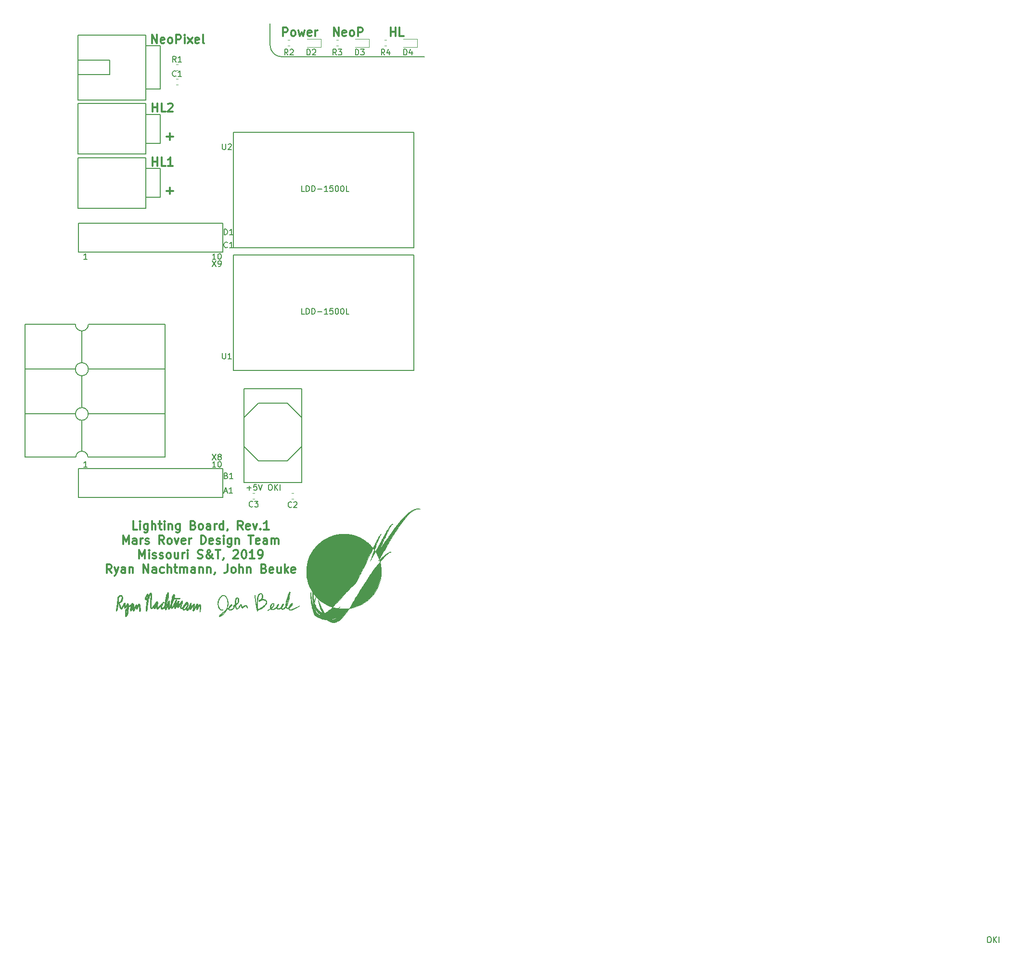
<source format=gbr>
G04 #@! TF.GenerationSoftware,KiCad,Pcbnew,(5.0.0)*
G04 #@! TF.CreationDate,2018-12-18T18:47:31-06:00*
G04 #@! TF.ProjectId,LightingBoard_Hardware,4C69676874696E67426F6172645F4861,rev?*
G04 #@! TF.SameCoordinates,Original*
G04 #@! TF.FileFunction,Legend,Top*
G04 #@! TF.FilePolarity,Positive*
%FSLAX46Y46*%
G04 Gerber Fmt 4.6, Leading zero omitted, Abs format (unit mm)*
G04 Created by KiCad (PCBNEW (5.0.0)) date 12/18/18 18:47:31*
%MOMM*%
%LPD*%
G01*
G04 APERTURE LIST*
%ADD10C,0.300000*%
%ADD11C,0.200000*%
%ADD12C,0.010000*%
%ADD13C,0.150000*%
%ADD14C,0.120000*%
G04 APERTURE END LIST*
D10*
X111884428Y-129187571D02*
X111170142Y-129187571D01*
X111170142Y-127687571D01*
X112384428Y-129187571D02*
X112384428Y-128187571D01*
X112384428Y-127687571D02*
X112313000Y-127759000D01*
X112384428Y-127830428D01*
X112455857Y-127759000D01*
X112384428Y-127687571D01*
X112384428Y-127830428D01*
X113741571Y-128187571D02*
X113741571Y-129401857D01*
X113670142Y-129544714D01*
X113598714Y-129616142D01*
X113455857Y-129687571D01*
X113241571Y-129687571D01*
X113098714Y-129616142D01*
X113741571Y-129116142D02*
X113598714Y-129187571D01*
X113313000Y-129187571D01*
X113170142Y-129116142D01*
X113098714Y-129044714D01*
X113027285Y-128901857D01*
X113027285Y-128473285D01*
X113098714Y-128330428D01*
X113170142Y-128259000D01*
X113313000Y-128187571D01*
X113598714Y-128187571D01*
X113741571Y-128259000D01*
X114455857Y-129187571D02*
X114455857Y-127687571D01*
X115098714Y-129187571D02*
X115098714Y-128401857D01*
X115027285Y-128259000D01*
X114884428Y-128187571D01*
X114670142Y-128187571D01*
X114527285Y-128259000D01*
X114455857Y-128330428D01*
X115598714Y-128187571D02*
X116170142Y-128187571D01*
X115813000Y-127687571D02*
X115813000Y-128973285D01*
X115884428Y-129116142D01*
X116027285Y-129187571D01*
X116170142Y-129187571D01*
X116670142Y-129187571D02*
X116670142Y-128187571D01*
X116670142Y-127687571D02*
X116598714Y-127759000D01*
X116670142Y-127830428D01*
X116741571Y-127759000D01*
X116670142Y-127687571D01*
X116670142Y-127830428D01*
X117384428Y-128187571D02*
X117384428Y-129187571D01*
X117384428Y-128330428D02*
X117455857Y-128259000D01*
X117598714Y-128187571D01*
X117813000Y-128187571D01*
X117955857Y-128259000D01*
X118027285Y-128401857D01*
X118027285Y-129187571D01*
X119384428Y-128187571D02*
X119384428Y-129401857D01*
X119313000Y-129544714D01*
X119241571Y-129616142D01*
X119098714Y-129687571D01*
X118884428Y-129687571D01*
X118741571Y-129616142D01*
X119384428Y-129116142D02*
X119241571Y-129187571D01*
X118955857Y-129187571D01*
X118813000Y-129116142D01*
X118741571Y-129044714D01*
X118670142Y-128901857D01*
X118670142Y-128473285D01*
X118741571Y-128330428D01*
X118813000Y-128259000D01*
X118955857Y-128187571D01*
X119241571Y-128187571D01*
X119384428Y-128259000D01*
X121741571Y-128401857D02*
X121955857Y-128473285D01*
X122027285Y-128544714D01*
X122098714Y-128687571D01*
X122098714Y-128901857D01*
X122027285Y-129044714D01*
X121955857Y-129116142D01*
X121813000Y-129187571D01*
X121241571Y-129187571D01*
X121241571Y-127687571D01*
X121741571Y-127687571D01*
X121884428Y-127759000D01*
X121955857Y-127830428D01*
X122027285Y-127973285D01*
X122027285Y-128116142D01*
X121955857Y-128259000D01*
X121884428Y-128330428D01*
X121741571Y-128401857D01*
X121241571Y-128401857D01*
X122955857Y-129187571D02*
X122813000Y-129116142D01*
X122741571Y-129044714D01*
X122670142Y-128901857D01*
X122670142Y-128473285D01*
X122741571Y-128330428D01*
X122813000Y-128259000D01*
X122955857Y-128187571D01*
X123170142Y-128187571D01*
X123313000Y-128259000D01*
X123384428Y-128330428D01*
X123455857Y-128473285D01*
X123455857Y-128901857D01*
X123384428Y-129044714D01*
X123313000Y-129116142D01*
X123170142Y-129187571D01*
X122955857Y-129187571D01*
X124741571Y-129187571D02*
X124741571Y-128401857D01*
X124670142Y-128259000D01*
X124527285Y-128187571D01*
X124241571Y-128187571D01*
X124098714Y-128259000D01*
X124741571Y-129116142D02*
X124598714Y-129187571D01*
X124241571Y-129187571D01*
X124098714Y-129116142D01*
X124027285Y-128973285D01*
X124027285Y-128830428D01*
X124098714Y-128687571D01*
X124241571Y-128616142D01*
X124598714Y-128616142D01*
X124741571Y-128544714D01*
X125455857Y-129187571D02*
X125455857Y-128187571D01*
X125455857Y-128473285D02*
X125527285Y-128330428D01*
X125598714Y-128259000D01*
X125741571Y-128187571D01*
X125884428Y-128187571D01*
X127027285Y-129187571D02*
X127027285Y-127687571D01*
X127027285Y-129116142D02*
X126884428Y-129187571D01*
X126598714Y-129187571D01*
X126455857Y-129116142D01*
X126384428Y-129044714D01*
X126313000Y-128901857D01*
X126313000Y-128473285D01*
X126384428Y-128330428D01*
X126455857Y-128259000D01*
X126598714Y-128187571D01*
X126884428Y-128187571D01*
X127027285Y-128259000D01*
X127813000Y-129116142D02*
X127813000Y-129187571D01*
X127741571Y-129330428D01*
X127670142Y-129401857D01*
X130455857Y-129187571D02*
X129955857Y-128473285D01*
X129598714Y-129187571D02*
X129598714Y-127687571D01*
X130170142Y-127687571D01*
X130313000Y-127759000D01*
X130384428Y-127830428D01*
X130455857Y-127973285D01*
X130455857Y-128187571D01*
X130384428Y-128330428D01*
X130313000Y-128401857D01*
X130170142Y-128473285D01*
X129598714Y-128473285D01*
X131670142Y-129116142D02*
X131527285Y-129187571D01*
X131241571Y-129187571D01*
X131098714Y-129116142D01*
X131027285Y-128973285D01*
X131027285Y-128401857D01*
X131098714Y-128259000D01*
X131241571Y-128187571D01*
X131527285Y-128187571D01*
X131670142Y-128259000D01*
X131741571Y-128401857D01*
X131741571Y-128544714D01*
X131027285Y-128687571D01*
X132241571Y-128187571D02*
X132598714Y-129187571D01*
X132955857Y-128187571D01*
X133527285Y-129044714D02*
X133598714Y-129116142D01*
X133527285Y-129187571D01*
X133455857Y-129116142D01*
X133527285Y-129044714D01*
X133527285Y-129187571D01*
X135027285Y-129187571D02*
X134170142Y-129187571D01*
X134598714Y-129187571D02*
X134598714Y-127687571D01*
X134455857Y-127901857D01*
X134313000Y-128044714D01*
X134170142Y-128116142D01*
X109384428Y-131737571D02*
X109384428Y-130237571D01*
X109884428Y-131309000D01*
X110384428Y-130237571D01*
X110384428Y-131737571D01*
X111741571Y-131737571D02*
X111741571Y-130951857D01*
X111670142Y-130809000D01*
X111527285Y-130737571D01*
X111241571Y-130737571D01*
X111098714Y-130809000D01*
X111741571Y-131666142D02*
X111598714Y-131737571D01*
X111241571Y-131737571D01*
X111098714Y-131666142D01*
X111027285Y-131523285D01*
X111027285Y-131380428D01*
X111098714Y-131237571D01*
X111241571Y-131166142D01*
X111598714Y-131166142D01*
X111741571Y-131094714D01*
X112455857Y-131737571D02*
X112455857Y-130737571D01*
X112455857Y-131023285D02*
X112527285Y-130880428D01*
X112598714Y-130809000D01*
X112741571Y-130737571D01*
X112884428Y-130737571D01*
X113313000Y-131666142D02*
X113455857Y-131737571D01*
X113741571Y-131737571D01*
X113884428Y-131666142D01*
X113955857Y-131523285D01*
X113955857Y-131451857D01*
X113884428Y-131309000D01*
X113741571Y-131237571D01*
X113527285Y-131237571D01*
X113384428Y-131166142D01*
X113313000Y-131023285D01*
X113313000Y-130951857D01*
X113384428Y-130809000D01*
X113527285Y-130737571D01*
X113741571Y-130737571D01*
X113884428Y-130809000D01*
X116598714Y-131737571D02*
X116098714Y-131023285D01*
X115741571Y-131737571D02*
X115741571Y-130237571D01*
X116313000Y-130237571D01*
X116455857Y-130309000D01*
X116527285Y-130380428D01*
X116598714Y-130523285D01*
X116598714Y-130737571D01*
X116527285Y-130880428D01*
X116455857Y-130951857D01*
X116313000Y-131023285D01*
X115741571Y-131023285D01*
X117455857Y-131737571D02*
X117313000Y-131666142D01*
X117241571Y-131594714D01*
X117170142Y-131451857D01*
X117170142Y-131023285D01*
X117241571Y-130880428D01*
X117313000Y-130809000D01*
X117455857Y-130737571D01*
X117670142Y-130737571D01*
X117813000Y-130809000D01*
X117884428Y-130880428D01*
X117955857Y-131023285D01*
X117955857Y-131451857D01*
X117884428Y-131594714D01*
X117813000Y-131666142D01*
X117670142Y-131737571D01*
X117455857Y-131737571D01*
X118455857Y-130737571D02*
X118813000Y-131737571D01*
X119170142Y-130737571D01*
X120313000Y-131666142D02*
X120170142Y-131737571D01*
X119884428Y-131737571D01*
X119741571Y-131666142D01*
X119670142Y-131523285D01*
X119670142Y-130951857D01*
X119741571Y-130809000D01*
X119884428Y-130737571D01*
X120170142Y-130737571D01*
X120313000Y-130809000D01*
X120384428Y-130951857D01*
X120384428Y-131094714D01*
X119670142Y-131237571D01*
X121027285Y-131737571D02*
X121027285Y-130737571D01*
X121027285Y-131023285D02*
X121098714Y-130880428D01*
X121170142Y-130809000D01*
X121313000Y-130737571D01*
X121455857Y-130737571D01*
X123098714Y-131737571D02*
X123098714Y-130237571D01*
X123455857Y-130237571D01*
X123670142Y-130309000D01*
X123813000Y-130451857D01*
X123884428Y-130594714D01*
X123955857Y-130880428D01*
X123955857Y-131094714D01*
X123884428Y-131380428D01*
X123813000Y-131523285D01*
X123670142Y-131666142D01*
X123455857Y-131737571D01*
X123098714Y-131737571D01*
X125170142Y-131666142D02*
X125027285Y-131737571D01*
X124741571Y-131737571D01*
X124598714Y-131666142D01*
X124527285Y-131523285D01*
X124527285Y-130951857D01*
X124598714Y-130809000D01*
X124741571Y-130737571D01*
X125027285Y-130737571D01*
X125170142Y-130809000D01*
X125241571Y-130951857D01*
X125241571Y-131094714D01*
X124527285Y-131237571D01*
X125813000Y-131666142D02*
X125955857Y-131737571D01*
X126241571Y-131737571D01*
X126384428Y-131666142D01*
X126455857Y-131523285D01*
X126455857Y-131451857D01*
X126384428Y-131309000D01*
X126241571Y-131237571D01*
X126027285Y-131237571D01*
X125884428Y-131166142D01*
X125813000Y-131023285D01*
X125813000Y-130951857D01*
X125884428Y-130809000D01*
X126027285Y-130737571D01*
X126241571Y-130737571D01*
X126384428Y-130809000D01*
X127098714Y-131737571D02*
X127098714Y-130737571D01*
X127098714Y-130237571D02*
X127027285Y-130309000D01*
X127098714Y-130380428D01*
X127170142Y-130309000D01*
X127098714Y-130237571D01*
X127098714Y-130380428D01*
X128455857Y-130737571D02*
X128455857Y-131951857D01*
X128384428Y-132094714D01*
X128313000Y-132166142D01*
X128170142Y-132237571D01*
X127955857Y-132237571D01*
X127813000Y-132166142D01*
X128455857Y-131666142D02*
X128313000Y-131737571D01*
X128027285Y-131737571D01*
X127884428Y-131666142D01*
X127813000Y-131594714D01*
X127741571Y-131451857D01*
X127741571Y-131023285D01*
X127813000Y-130880428D01*
X127884428Y-130809000D01*
X128027285Y-130737571D01*
X128313000Y-130737571D01*
X128455857Y-130809000D01*
X129170142Y-130737571D02*
X129170142Y-131737571D01*
X129170142Y-130880428D02*
X129241571Y-130809000D01*
X129384428Y-130737571D01*
X129598714Y-130737571D01*
X129741571Y-130809000D01*
X129813000Y-130951857D01*
X129813000Y-131737571D01*
X131455857Y-130237571D02*
X132313000Y-130237571D01*
X131884428Y-131737571D02*
X131884428Y-130237571D01*
X133384428Y-131666142D02*
X133241571Y-131737571D01*
X132955857Y-131737571D01*
X132813000Y-131666142D01*
X132741571Y-131523285D01*
X132741571Y-130951857D01*
X132813000Y-130809000D01*
X132955857Y-130737571D01*
X133241571Y-130737571D01*
X133384428Y-130809000D01*
X133455857Y-130951857D01*
X133455857Y-131094714D01*
X132741571Y-131237571D01*
X134741571Y-131737571D02*
X134741571Y-130951857D01*
X134670142Y-130809000D01*
X134527285Y-130737571D01*
X134241571Y-130737571D01*
X134098714Y-130809000D01*
X134741571Y-131666142D02*
X134598714Y-131737571D01*
X134241571Y-131737571D01*
X134098714Y-131666142D01*
X134027285Y-131523285D01*
X134027285Y-131380428D01*
X134098714Y-131237571D01*
X134241571Y-131166142D01*
X134598714Y-131166142D01*
X134741571Y-131094714D01*
X135455857Y-131737571D02*
X135455857Y-130737571D01*
X135455857Y-130880428D02*
X135527285Y-130809000D01*
X135670142Y-130737571D01*
X135884428Y-130737571D01*
X136027285Y-130809000D01*
X136098714Y-130951857D01*
X136098714Y-131737571D01*
X136098714Y-130951857D02*
X136170142Y-130809000D01*
X136313000Y-130737571D01*
X136527285Y-130737571D01*
X136670142Y-130809000D01*
X136741571Y-130951857D01*
X136741571Y-131737571D01*
X112241571Y-134287571D02*
X112241571Y-132787571D01*
X112741571Y-133859000D01*
X113241571Y-132787571D01*
X113241571Y-134287571D01*
X113955857Y-134287571D02*
X113955857Y-133287571D01*
X113955857Y-132787571D02*
X113884428Y-132859000D01*
X113955857Y-132930428D01*
X114027285Y-132859000D01*
X113955857Y-132787571D01*
X113955857Y-132930428D01*
X114598714Y-134216142D02*
X114741571Y-134287571D01*
X115027285Y-134287571D01*
X115170142Y-134216142D01*
X115241571Y-134073285D01*
X115241571Y-134001857D01*
X115170142Y-133859000D01*
X115027285Y-133787571D01*
X114813000Y-133787571D01*
X114670142Y-133716142D01*
X114598714Y-133573285D01*
X114598714Y-133501857D01*
X114670142Y-133359000D01*
X114813000Y-133287571D01*
X115027285Y-133287571D01*
X115170142Y-133359000D01*
X115813000Y-134216142D02*
X115955857Y-134287571D01*
X116241571Y-134287571D01*
X116384428Y-134216142D01*
X116455857Y-134073285D01*
X116455857Y-134001857D01*
X116384428Y-133859000D01*
X116241571Y-133787571D01*
X116027285Y-133787571D01*
X115884428Y-133716142D01*
X115813000Y-133573285D01*
X115813000Y-133501857D01*
X115884428Y-133359000D01*
X116027285Y-133287571D01*
X116241571Y-133287571D01*
X116384428Y-133359000D01*
X117313000Y-134287571D02*
X117170142Y-134216142D01*
X117098714Y-134144714D01*
X117027285Y-134001857D01*
X117027285Y-133573285D01*
X117098714Y-133430428D01*
X117170142Y-133359000D01*
X117313000Y-133287571D01*
X117527285Y-133287571D01*
X117670142Y-133359000D01*
X117741571Y-133430428D01*
X117813000Y-133573285D01*
X117813000Y-134001857D01*
X117741571Y-134144714D01*
X117670142Y-134216142D01*
X117527285Y-134287571D01*
X117313000Y-134287571D01*
X119098714Y-133287571D02*
X119098714Y-134287571D01*
X118455857Y-133287571D02*
X118455857Y-134073285D01*
X118527285Y-134216142D01*
X118670142Y-134287571D01*
X118884428Y-134287571D01*
X119027285Y-134216142D01*
X119098714Y-134144714D01*
X119813000Y-134287571D02*
X119813000Y-133287571D01*
X119813000Y-133573285D02*
X119884428Y-133430428D01*
X119955857Y-133359000D01*
X120098714Y-133287571D01*
X120241571Y-133287571D01*
X120741571Y-134287571D02*
X120741571Y-133287571D01*
X120741571Y-132787571D02*
X120670142Y-132859000D01*
X120741571Y-132930428D01*
X120813000Y-132859000D01*
X120741571Y-132787571D01*
X120741571Y-132930428D01*
X122527285Y-134216142D02*
X122741571Y-134287571D01*
X123098714Y-134287571D01*
X123241571Y-134216142D01*
X123313000Y-134144714D01*
X123384428Y-134001857D01*
X123384428Y-133859000D01*
X123313000Y-133716142D01*
X123241571Y-133644714D01*
X123098714Y-133573285D01*
X122813000Y-133501857D01*
X122670142Y-133430428D01*
X122598714Y-133359000D01*
X122527285Y-133216142D01*
X122527285Y-133073285D01*
X122598714Y-132930428D01*
X122670142Y-132859000D01*
X122813000Y-132787571D01*
X123170142Y-132787571D01*
X123384428Y-132859000D01*
X125241571Y-134287571D02*
X125170142Y-134287571D01*
X125027285Y-134216142D01*
X124813000Y-134001857D01*
X124455857Y-133573285D01*
X124313000Y-133359000D01*
X124241571Y-133144714D01*
X124241571Y-133001857D01*
X124313000Y-132859000D01*
X124455857Y-132787571D01*
X124527285Y-132787571D01*
X124670142Y-132859000D01*
X124741571Y-133001857D01*
X124741571Y-133073285D01*
X124670142Y-133216142D01*
X124598714Y-133287571D01*
X124170142Y-133573285D01*
X124098714Y-133644714D01*
X124027285Y-133787571D01*
X124027285Y-134001857D01*
X124098714Y-134144714D01*
X124170142Y-134216142D01*
X124313000Y-134287571D01*
X124527285Y-134287571D01*
X124670142Y-134216142D01*
X124741571Y-134144714D01*
X124955857Y-133859000D01*
X125027285Y-133644714D01*
X125027285Y-133501857D01*
X125670142Y-132787571D02*
X126527285Y-132787571D01*
X126098714Y-134287571D02*
X126098714Y-132787571D01*
X127098714Y-134216142D02*
X127098714Y-134287571D01*
X127027285Y-134430428D01*
X126955857Y-134501857D01*
X128813000Y-132930428D02*
X128884428Y-132859000D01*
X129027285Y-132787571D01*
X129384428Y-132787571D01*
X129527285Y-132859000D01*
X129598714Y-132930428D01*
X129670142Y-133073285D01*
X129670142Y-133216142D01*
X129598714Y-133430428D01*
X128741571Y-134287571D01*
X129670142Y-134287571D01*
X130598714Y-132787571D02*
X130741571Y-132787571D01*
X130884428Y-132859000D01*
X130955857Y-132930428D01*
X131027285Y-133073285D01*
X131098714Y-133359000D01*
X131098714Y-133716142D01*
X131027285Y-134001857D01*
X130955857Y-134144714D01*
X130884428Y-134216142D01*
X130741571Y-134287571D01*
X130598714Y-134287571D01*
X130455857Y-134216142D01*
X130384428Y-134144714D01*
X130313000Y-134001857D01*
X130241571Y-133716142D01*
X130241571Y-133359000D01*
X130313000Y-133073285D01*
X130384428Y-132930428D01*
X130455857Y-132859000D01*
X130598714Y-132787571D01*
X132527285Y-134287571D02*
X131670142Y-134287571D01*
X132098714Y-134287571D02*
X132098714Y-132787571D01*
X131955857Y-133001857D01*
X131813000Y-133144714D01*
X131670142Y-133216142D01*
X133241571Y-134287571D02*
X133527285Y-134287571D01*
X133670142Y-134216142D01*
X133741571Y-134144714D01*
X133884428Y-133930428D01*
X133955857Y-133644714D01*
X133955857Y-133073285D01*
X133884428Y-132930428D01*
X133813000Y-132859000D01*
X133670142Y-132787571D01*
X133384428Y-132787571D01*
X133241571Y-132859000D01*
X133170142Y-132930428D01*
X133098714Y-133073285D01*
X133098714Y-133430428D01*
X133170142Y-133573285D01*
X133241571Y-133644714D01*
X133384428Y-133716142D01*
X133670142Y-133716142D01*
X133813000Y-133644714D01*
X133884428Y-133573285D01*
X133955857Y-133430428D01*
X107348714Y-136837571D02*
X106848714Y-136123285D01*
X106491571Y-136837571D02*
X106491571Y-135337571D01*
X107063000Y-135337571D01*
X107205857Y-135409000D01*
X107277285Y-135480428D01*
X107348714Y-135623285D01*
X107348714Y-135837571D01*
X107277285Y-135980428D01*
X107205857Y-136051857D01*
X107063000Y-136123285D01*
X106491571Y-136123285D01*
X107848714Y-135837571D02*
X108205857Y-136837571D01*
X108563000Y-135837571D02*
X108205857Y-136837571D01*
X108063000Y-137194714D01*
X107991571Y-137266142D01*
X107848714Y-137337571D01*
X109777285Y-136837571D02*
X109777285Y-136051857D01*
X109705857Y-135909000D01*
X109563000Y-135837571D01*
X109277285Y-135837571D01*
X109134428Y-135909000D01*
X109777285Y-136766142D02*
X109634428Y-136837571D01*
X109277285Y-136837571D01*
X109134428Y-136766142D01*
X109063000Y-136623285D01*
X109063000Y-136480428D01*
X109134428Y-136337571D01*
X109277285Y-136266142D01*
X109634428Y-136266142D01*
X109777285Y-136194714D01*
X110491571Y-135837571D02*
X110491571Y-136837571D01*
X110491571Y-135980428D02*
X110563000Y-135909000D01*
X110705857Y-135837571D01*
X110920142Y-135837571D01*
X111063000Y-135909000D01*
X111134428Y-136051857D01*
X111134428Y-136837571D01*
X112991571Y-136837571D02*
X112991571Y-135337571D01*
X113848714Y-136837571D01*
X113848714Y-135337571D01*
X115205857Y-136837571D02*
X115205857Y-136051857D01*
X115134428Y-135909000D01*
X114991571Y-135837571D01*
X114705857Y-135837571D01*
X114563000Y-135909000D01*
X115205857Y-136766142D02*
X115063000Y-136837571D01*
X114705857Y-136837571D01*
X114563000Y-136766142D01*
X114491571Y-136623285D01*
X114491571Y-136480428D01*
X114563000Y-136337571D01*
X114705857Y-136266142D01*
X115063000Y-136266142D01*
X115205857Y-136194714D01*
X116563000Y-136766142D02*
X116420142Y-136837571D01*
X116134428Y-136837571D01*
X115991571Y-136766142D01*
X115920142Y-136694714D01*
X115848714Y-136551857D01*
X115848714Y-136123285D01*
X115920142Y-135980428D01*
X115991571Y-135909000D01*
X116134428Y-135837571D01*
X116420142Y-135837571D01*
X116563000Y-135909000D01*
X117205857Y-136837571D02*
X117205857Y-135337571D01*
X117848714Y-136837571D02*
X117848714Y-136051857D01*
X117777285Y-135909000D01*
X117634428Y-135837571D01*
X117420142Y-135837571D01*
X117277285Y-135909000D01*
X117205857Y-135980428D01*
X118348714Y-135837571D02*
X118920142Y-135837571D01*
X118563000Y-135337571D02*
X118563000Y-136623285D01*
X118634428Y-136766142D01*
X118777285Y-136837571D01*
X118920142Y-136837571D01*
X119420142Y-136837571D02*
X119420142Y-135837571D01*
X119420142Y-135980428D02*
X119491571Y-135909000D01*
X119634428Y-135837571D01*
X119848714Y-135837571D01*
X119991571Y-135909000D01*
X120063000Y-136051857D01*
X120063000Y-136837571D01*
X120063000Y-136051857D02*
X120134428Y-135909000D01*
X120277285Y-135837571D01*
X120491571Y-135837571D01*
X120634428Y-135909000D01*
X120705857Y-136051857D01*
X120705857Y-136837571D01*
X122063000Y-136837571D02*
X122063000Y-136051857D01*
X121991571Y-135909000D01*
X121848714Y-135837571D01*
X121563000Y-135837571D01*
X121420142Y-135909000D01*
X122063000Y-136766142D02*
X121920142Y-136837571D01*
X121563000Y-136837571D01*
X121420142Y-136766142D01*
X121348714Y-136623285D01*
X121348714Y-136480428D01*
X121420142Y-136337571D01*
X121563000Y-136266142D01*
X121920142Y-136266142D01*
X122063000Y-136194714D01*
X122777285Y-135837571D02*
X122777285Y-136837571D01*
X122777285Y-135980428D02*
X122848714Y-135909000D01*
X122991571Y-135837571D01*
X123205857Y-135837571D01*
X123348714Y-135909000D01*
X123420142Y-136051857D01*
X123420142Y-136837571D01*
X124134428Y-135837571D02*
X124134428Y-136837571D01*
X124134428Y-135980428D02*
X124205857Y-135909000D01*
X124348714Y-135837571D01*
X124563000Y-135837571D01*
X124705857Y-135909000D01*
X124777285Y-136051857D01*
X124777285Y-136837571D01*
X125563000Y-136766142D02*
X125563000Y-136837571D01*
X125491571Y-136980428D01*
X125420142Y-137051857D01*
X127777285Y-135337571D02*
X127777285Y-136409000D01*
X127705857Y-136623285D01*
X127562999Y-136766142D01*
X127348714Y-136837571D01*
X127205857Y-136837571D01*
X128705857Y-136837571D02*
X128562999Y-136766142D01*
X128491571Y-136694714D01*
X128420142Y-136551857D01*
X128420142Y-136123285D01*
X128491571Y-135980428D01*
X128562999Y-135909000D01*
X128705857Y-135837571D01*
X128920142Y-135837571D01*
X129062999Y-135909000D01*
X129134428Y-135980428D01*
X129205857Y-136123285D01*
X129205857Y-136551857D01*
X129134428Y-136694714D01*
X129062999Y-136766142D01*
X128920142Y-136837571D01*
X128705857Y-136837571D01*
X129848714Y-136837571D02*
X129848714Y-135337571D01*
X130491571Y-136837571D02*
X130491571Y-136051857D01*
X130420142Y-135909000D01*
X130277285Y-135837571D01*
X130062999Y-135837571D01*
X129920142Y-135909000D01*
X129848714Y-135980428D01*
X131205857Y-135837571D02*
X131205857Y-136837571D01*
X131205857Y-135980428D02*
X131277285Y-135909000D01*
X131420142Y-135837571D01*
X131634428Y-135837571D01*
X131777285Y-135909000D01*
X131848714Y-136051857D01*
X131848714Y-136837571D01*
X134205857Y-136051857D02*
X134420142Y-136123285D01*
X134491571Y-136194714D01*
X134563000Y-136337571D01*
X134563000Y-136551857D01*
X134491571Y-136694714D01*
X134420142Y-136766142D01*
X134277285Y-136837571D01*
X133705857Y-136837571D01*
X133705857Y-135337571D01*
X134205857Y-135337571D01*
X134348714Y-135409000D01*
X134420142Y-135480428D01*
X134491571Y-135623285D01*
X134491571Y-135766142D01*
X134420142Y-135909000D01*
X134348714Y-135980428D01*
X134205857Y-136051857D01*
X133705857Y-136051857D01*
X135777285Y-136766142D02*
X135634428Y-136837571D01*
X135348714Y-136837571D01*
X135205857Y-136766142D01*
X135134428Y-136623285D01*
X135134428Y-136051857D01*
X135205857Y-135909000D01*
X135348714Y-135837571D01*
X135634428Y-135837571D01*
X135777285Y-135909000D01*
X135848714Y-136051857D01*
X135848714Y-136194714D01*
X135134428Y-136337571D01*
X137134428Y-135837571D02*
X137134428Y-136837571D01*
X136491571Y-135837571D02*
X136491571Y-136623285D01*
X136563000Y-136766142D01*
X136705857Y-136837571D01*
X136920142Y-136837571D01*
X137063000Y-136766142D01*
X137134428Y-136694714D01*
X137848714Y-136837571D02*
X137848714Y-135337571D01*
X137991571Y-136266142D02*
X138420142Y-136837571D01*
X138420142Y-135837571D02*
X137848714Y-136409000D01*
X139634428Y-136766142D02*
X139491571Y-136837571D01*
X139205857Y-136837571D01*
X139063000Y-136766142D01*
X138991571Y-136623285D01*
X138991571Y-136051857D01*
X139063000Y-135909000D01*
X139205857Y-135837571D01*
X139491571Y-135837571D01*
X139634428Y-135909000D01*
X139705857Y-136051857D01*
X139705857Y-136194714D01*
X138991571Y-136337571D01*
X117030571Y-60051142D02*
X118173428Y-60051142D01*
X117602000Y-60622571D02*
X117602000Y-59479714D01*
X117030571Y-69576142D02*
X118173428Y-69576142D01*
X117602000Y-70147571D02*
X117602000Y-69004714D01*
D11*
X137287000Y-45974000D02*
X162433000Y-45974000D01*
X135255000Y-43942000D02*
X135255000Y-40132000D01*
X137287000Y-45974000D02*
G75*
G02X135255000Y-43942000I0J2032000D01*
G01*
D10*
X114499000Y-43604571D02*
X114499000Y-42104571D01*
X115356142Y-43604571D01*
X115356142Y-42104571D01*
X116641857Y-43533142D02*
X116499000Y-43604571D01*
X116213285Y-43604571D01*
X116070428Y-43533142D01*
X115999000Y-43390285D01*
X115999000Y-42818857D01*
X116070428Y-42676000D01*
X116213285Y-42604571D01*
X116499000Y-42604571D01*
X116641857Y-42676000D01*
X116713285Y-42818857D01*
X116713285Y-42961714D01*
X115999000Y-43104571D01*
X117570428Y-43604571D02*
X117427571Y-43533142D01*
X117356142Y-43461714D01*
X117284714Y-43318857D01*
X117284714Y-42890285D01*
X117356142Y-42747428D01*
X117427571Y-42676000D01*
X117570428Y-42604571D01*
X117784714Y-42604571D01*
X117927571Y-42676000D01*
X117999000Y-42747428D01*
X118070428Y-42890285D01*
X118070428Y-43318857D01*
X117999000Y-43461714D01*
X117927571Y-43533142D01*
X117784714Y-43604571D01*
X117570428Y-43604571D01*
X118713285Y-43604571D02*
X118713285Y-42104571D01*
X119284714Y-42104571D01*
X119427571Y-42176000D01*
X119499000Y-42247428D01*
X119570428Y-42390285D01*
X119570428Y-42604571D01*
X119499000Y-42747428D01*
X119427571Y-42818857D01*
X119284714Y-42890285D01*
X118713285Y-42890285D01*
X120213285Y-43604571D02*
X120213285Y-42604571D01*
X120213285Y-42104571D02*
X120141857Y-42176000D01*
X120213285Y-42247428D01*
X120284714Y-42176000D01*
X120213285Y-42104571D01*
X120213285Y-42247428D01*
X120784714Y-43604571D02*
X121570428Y-42604571D01*
X120784714Y-42604571D02*
X121570428Y-43604571D01*
X122713285Y-43533142D02*
X122570428Y-43604571D01*
X122284714Y-43604571D01*
X122141857Y-43533142D01*
X122070428Y-43390285D01*
X122070428Y-42818857D01*
X122141857Y-42676000D01*
X122284714Y-42604571D01*
X122570428Y-42604571D01*
X122713285Y-42676000D01*
X122784714Y-42818857D01*
X122784714Y-42961714D01*
X122070428Y-43104571D01*
X123641857Y-43604571D02*
X123499000Y-43533142D01*
X123427571Y-43390285D01*
X123427571Y-42104571D01*
X114582000Y-55669571D02*
X114582000Y-54169571D01*
X114582000Y-54883857D02*
X115439142Y-54883857D01*
X115439142Y-55669571D02*
X115439142Y-54169571D01*
X116867714Y-55669571D02*
X116153428Y-55669571D01*
X116153428Y-54169571D01*
X117296285Y-54312428D02*
X117367714Y-54241000D01*
X117510571Y-54169571D01*
X117867714Y-54169571D01*
X118010571Y-54241000D01*
X118082000Y-54312428D01*
X118153428Y-54455285D01*
X118153428Y-54598142D01*
X118082000Y-54812428D01*
X117224857Y-55669571D01*
X118153428Y-55669571D01*
X114582000Y-65194571D02*
X114582000Y-63694571D01*
X114582000Y-64408857D02*
X115439142Y-64408857D01*
X115439142Y-65194571D02*
X115439142Y-63694571D01*
X116867714Y-65194571D02*
X116153428Y-65194571D01*
X116153428Y-63694571D01*
X118153428Y-65194571D02*
X117296285Y-65194571D01*
X117724857Y-65194571D02*
X117724857Y-63694571D01*
X117582000Y-63908857D01*
X117439142Y-64051714D01*
X117296285Y-64123142D01*
X156444285Y-42334571D02*
X156444285Y-40834571D01*
X156444285Y-41548857D02*
X157301428Y-41548857D01*
X157301428Y-42334571D02*
X157301428Y-40834571D01*
X158730000Y-42334571D02*
X158015714Y-42334571D01*
X158015714Y-40834571D01*
X137497714Y-42334571D02*
X137497714Y-40834571D01*
X138069142Y-40834571D01*
X138212000Y-40906000D01*
X138283428Y-40977428D01*
X138354857Y-41120285D01*
X138354857Y-41334571D01*
X138283428Y-41477428D01*
X138212000Y-41548857D01*
X138069142Y-41620285D01*
X137497714Y-41620285D01*
X139212000Y-42334571D02*
X139069142Y-42263142D01*
X138997714Y-42191714D01*
X138926285Y-42048857D01*
X138926285Y-41620285D01*
X138997714Y-41477428D01*
X139069142Y-41406000D01*
X139212000Y-41334571D01*
X139426285Y-41334571D01*
X139569142Y-41406000D01*
X139640571Y-41477428D01*
X139712000Y-41620285D01*
X139712000Y-42048857D01*
X139640571Y-42191714D01*
X139569142Y-42263142D01*
X139426285Y-42334571D01*
X139212000Y-42334571D01*
X140212000Y-41334571D02*
X140497714Y-42334571D01*
X140783428Y-41620285D01*
X141069142Y-42334571D01*
X141354857Y-41334571D01*
X142497714Y-42263142D02*
X142354857Y-42334571D01*
X142069142Y-42334571D01*
X141926285Y-42263142D01*
X141854857Y-42120285D01*
X141854857Y-41548857D01*
X141926285Y-41406000D01*
X142069142Y-41334571D01*
X142354857Y-41334571D01*
X142497714Y-41406000D01*
X142569142Y-41548857D01*
X142569142Y-41691714D01*
X141854857Y-41834571D01*
X143212000Y-42334571D02*
X143212000Y-41334571D01*
X143212000Y-41620285D02*
X143283428Y-41477428D01*
X143354857Y-41406000D01*
X143497714Y-41334571D01*
X143640571Y-41334571D01*
X146471000Y-42334571D02*
X146471000Y-40834571D01*
X147328142Y-42334571D01*
X147328142Y-40834571D01*
X148613857Y-42263142D02*
X148471000Y-42334571D01*
X148185285Y-42334571D01*
X148042428Y-42263142D01*
X147971000Y-42120285D01*
X147971000Y-41548857D01*
X148042428Y-41406000D01*
X148185285Y-41334571D01*
X148471000Y-41334571D01*
X148613857Y-41406000D01*
X148685285Y-41548857D01*
X148685285Y-41691714D01*
X147971000Y-41834571D01*
X149542428Y-42334571D02*
X149399571Y-42263142D01*
X149328142Y-42191714D01*
X149256714Y-42048857D01*
X149256714Y-41620285D01*
X149328142Y-41477428D01*
X149399571Y-41406000D01*
X149542428Y-41334571D01*
X149756714Y-41334571D01*
X149899571Y-41406000D01*
X149971000Y-41477428D01*
X150042428Y-41620285D01*
X150042428Y-42048857D01*
X149971000Y-42191714D01*
X149899571Y-42263142D01*
X149756714Y-42334571D01*
X149542428Y-42334571D01*
X150685285Y-42334571D02*
X150685285Y-40834571D01*
X151256714Y-40834571D01*
X151399571Y-40906000D01*
X151471000Y-40977428D01*
X151542428Y-41120285D01*
X151542428Y-41334571D01*
X151471000Y-41477428D01*
X151399571Y-41548857D01*
X151256714Y-41620285D01*
X150685285Y-41620285D01*
D12*
G04 #@! TO.C,G\002A\002A\002A*
G36*
X117284632Y-140250604D02*
X117306441Y-140265830D01*
X117356292Y-140331902D01*
X117387341Y-140439542D01*
X117400411Y-140583459D01*
X117396322Y-140758362D01*
X117375896Y-140958963D01*
X117339955Y-141179970D01*
X117289319Y-141416093D01*
X117224810Y-141662043D01*
X117147250Y-141912529D01*
X117057461Y-142162262D01*
X116983960Y-142342690D01*
X116935350Y-142463666D01*
X116906821Y-142558926D01*
X116893833Y-142647189D01*
X116891572Y-142723645D01*
X116893131Y-142796753D01*
X116898297Y-142839181D01*
X116909037Y-142847961D01*
X116927318Y-142820127D01*
X116955108Y-142752712D01*
X116994373Y-142642748D01*
X117045822Y-142491027D01*
X117105968Y-142320631D01*
X117169322Y-142156816D01*
X117232578Y-142006789D01*
X117292431Y-141877757D01*
X117345575Y-141776929D01*
X117388705Y-141711512D01*
X117413293Y-141689697D01*
X117476310Y-141685006D01*
X117519582Y-141725534D01*
X117542582Y-141809475D01*
X117544781Y-141935022D01*
X117528366Y-142083219D01*
X117516604Y-142178127D01*
X117504676Y-142305993D01*
X117494090Y-142449004D01*
X117487221Y-142570200D01*
X117472210Y-142887700D01*
X117615635Y-142595600D01*
X117686310Y-142444958D01*
X117734598Y-142324031D01*
X117765189Y-142219556D01*
X117781848Y-142125700D01*
X117820420Y-141872902D01*
X117871249Y-141613178D01*
X117931450Y-141357622D01*
X117998139Y-141117323D01*
X118068431Y-140903373D01*
X118139442Y-140726865D01*
X118153319Y-140697358D01*
X118195151Y-140616621D01*
X118228359Y-140572358D01*
X118263526Y-140554011D01*
X118300157Y-140550900D01*
X118366535Y-140566104D01*
X118409401Y-140613684D01*
X118429159Y-140696585D01*
X118426208Y-140817756D01*
X118400951Y-140980142D01*
X118374944Y-141099919D01*
X118369259Y-141133278D01*
X118377658Y-141154993D01*
X118409624Y-141170060D01*
X118474643Y-141183475D01*
X118558544Y-141196637D01*
X118665838Y-141210064D01*
X118804808Y-141223351D01*
X118956354Y-141234844D01*
X119082445Y-141242042D01*
X119205559Y-141249210D01*
X119309256Y-141257971D01*
X119383546Y-141267282D01*
X119418434Y-141276101D01*
X119419596Y-141277220D01*
X119407284Y-141299202D01*
X119358309Y-141328733D01*
X119285201Y-141360691D01*
X119200490Y-141389952D01*
X119116707Y-141411393D01*
X119075200Y-141418036D01*
X119004842Y-141420033D01*
X118898782Y-141415867D01*
X118771631Y-141406382D01*
X118643400Y-141393071D01*
X118523175Y-141379091D01*
X118423316Y-141368131D01*
X118353462Y-141361203D01*
X118323250Y-141359314D01*
X118322748Y-141359472D01*
X118313894Y-141383684D01*
X118291875Y-141446991D01*
X118259803Y-141540368D01*
X118220789Y-141654790D01*
X118211818Y-141681200D01*
X118163664Y-141819740D01*
X118113270Y-141959176D01*
X118066763Y-142082857D01*
X118031685Y-142170776D01*
X117995996Y-142275897D01*
X117966749Y-142400040D01*
X117945540Y-142530195D01*
X117933961Y-142653353D01*
X117933608Y-142756503D01*
X117946074Y-142826637D01*
X117950227Y-142835523D01*
X117980919Y-142853340D01*
X118025516Y-142823955D01*
X118083117Y-142748758D01*
X118152819Y-142629141D01*
X118233719Y-142466496D01*
X118324916Y-142262212D01*
X118330522Y-142249070D01*
X118392295Y-142103253D01*
X118450204Y-141965352D01*
X118500030Y-141845503D01*
X118537556Y-141753843D01*
X118556276Y-141706600D01*
X118607092Y-141598859D01*
X118660618Y-141531405D01*
X118713008Y-141508527D01*
X118730760Y-141511994D01*
X118765666Y-141534243D01*
X118783202Y-141572880D01*
X118783512Y-141635983D01*
X118766742Y-141731628D01*
X118736906Y-141853201D01*
X118681080Y-142072697D01*
X118635151Y-142266639D01*
X118600280Y-142429530D01*
X118577631Y-142555869D01*
X118568366Y-142640159D01*
X118568216Y-142651074D01*
X118569233Y-142735300D01*
X118608501Y-142662829D01*
X118634136Y-142610194D01*
X118673323Y-142523454D01*
X118720333Y-142415504D01*
X118760815Y-142319929D01*
X118843719Y-142123869D01*
X118911231Y-141970799D01*
X118966227Y-141856307D01*
X119011585Y-141775984D01*
X119050181Y-141725416D01*
X119084892Y-141700193D01*
X119118595Y-141695904D01*
X119154167Y-141708137D01*
X119158360Y-141710325D01*
X119184262Y-141729366D01*
X119197117Y-141759533D01*
X119198953Y-141813539D01*
X119191799Y-141904094D01*
X119190840Y-141913896D01*
X119177795Y-142020032D01*
X119157741Y-142153377D01*
X119134163Y-142291434D01*
X119123765Y-142346870D01*
X119103878Y-142454105D01*
X119089471Y-142540974D01*
X119082239Y-142596632D01*
X119082403Y-142611270D01*
X119097250Y-142594511D01*
X119129545Y-142542655D01*
X119173228Y-142465635D01*
X119189250Y-142436128D01*
X119323275Y-142195634D01*
X119441773Y-142002321D01*
X119545570Y-141855276D01*
X119635490Y-141753584D01*
X119712361Y-141696331D01*
X119777008Y-141682603D01*
X119830256Y-141711485D01*
X119836968Y-141719021D01*
X119851997Y-141748082D01*
X119856428Y-141791598D01*
X119849062Y-141856103D01*
X119828697Y-141948131D01*
X119794134Y-142074217D01*
X119744175Y-142240894D01*
X119736636Y-142265400D01*
X119674805Y-142472700D01*
X119631007Y-142636250D01*
X119604721Y-142759586D01*
X119595427Y-142846250D01*
X119602604Y-142899781D01*
X119625734Y-142923718D01*
X119639609Y-142925800D01*
X119675741Y-142914191D01*
X119736895Y-142884930D01*
X119765771Y-142869266D01*
X119825444Y-142828137D01*
X119873977Y-142772982D01*
X119921838Y-142690252D01*
X119950937Y-142629674D01*
X120026847Y-142485105D01*
X120118389Y-142341776D01*
X120219045Y-142207237D01*
X120322293Y-142089035D01*
X120421614Y-141994718D01*
X120510487Y-141931835D01*
X120573800Y-141908624D01*
X120657997Y-141908512D01*
X120708043Y-141937360D01*
X120724634Y-141966950D01*
X120725590Y-142034168D01*
X120690109Y-142128849D01*
X120621248Y-142246507D01*
X120522063Y-142382654D01*
X120395611Y-142532801D01*
X120244948Y-142692461D01*
X120200205Y-142736921D01*
X120124398Y-142816210D01*
X120061388Y-142891187D01*
X120021854Y-142948850D01*
X120016055Y-142961122D01*
X119992159Y-143058320D01*
X119998110Y-143136496D01*
X120022946Y-143175855D01*
X120069117Y-143184097D01*
X120138478Y-143162684D01*
X120218578Y-143118160D01*
X120296963Y-143057065D01*
X120345355Y-143006480D01*
X120412077Y-142910480D01*
X120485664Y-142779767D01*
X120559059Y-142628484D01*
X120625207Y-142470775D01*
X120658676Y-142378376D01*
X120704522Y-142261194D01*
X120747906Y-142191922D01*
X120791320Y-142167912D01*
X120837256Y-142186517D01*
X120838370Y-142187433D01*
X120870133Y-142235880D01*
X120874355Y-142309628D01*
X120850464Y-142414177D01*
X120800954Y-142547656D01*
X120748622Y-142690366D01*
X120703653Y-142843375D01*
X120670098Y-142990287D01*
X120652012Y-143114708D01*
X120650000Y-143158177D01*
X120655816Y-143212442D01*
X120673779Y-143227263D01*
X120704660Y-143201370D01*
X120749230Y-143133493D01*
X120808259Y-143022361D01*
X120882518Y-142866704D01*
X120972779Y-142665252D01*
X121032052Y-142528588D01*
X121099601Y-142372394D01*
X121151308Y-142257234D01*
X121191026Y-142177315D01*
X121222609Y-142126843D01*
X121249911Y-142100026D01*
X121276785Y-142091071D01*
X121307086Y-142094185D01*
X121319147Y-142097038D01*
X121354608Y-142111258D01*
X121376373Y-142137316D01*
X121384289Y-142182133D01*
X121378204Y-142252626D01*
X121357966Y-142355714D01*
X121323422Y-142498315D01*
X121309062Y-142554427D01*
X121279620Y-142674079D01*
X121256648Y-142778132D01*
X121242421Y-142855473D01*
X121239218Y-142894994D01*
X121239244Y-142895133D01*
X121254573Y-142892817D01*
X121289956Y-142852761D01*
X121340277Y-142781355D01*
X121378696Y-142720957D01*
X121453786Y-142606274D01*
X121538631Y-142488108D01*
X121618327Y-142386925D01*
X121641046Y-142360650D01*
X121732668Y-142269146D01*
X121806453Y-142222004D01*
X121866918Y-142217971D01*
X121918580Y-142255791D01*
X121935523Y-142278845D01*
X121959153Y-142338617D01*
X121965307Y-142423452D01*
X121953458Y-142539029D01*
X121923083Y-142691025D01*
X121882440Y-142852594D01*
X121856314Y-142954397D01*
X121837477Y-143036017D01*
X121828383Y-143086338D01*
X121828565Y-143096832D01*
X121842540Y-143086542D01*
X121873044Y-143041484D01*
X121921615Y-142959041D01*
X121989789Y-142836597D01*
X122079104Y-142671534D01*
X122085769Y-142659100D01*
X122177674Y-142491896D01*
X122252487Y-142367492D01*
X122313839Y-142282310D01*
X122365365Y-142232771D01*
X122410698Y-142215296D01*
X122453471Y-142226306D01*
X122493090Y-142257918D01*
X122514224Y-142287003D01*
X122525309Y-142329032D01*
X122527634Y-142395936D01*
X122522488Y-142499642D01*
X122521210Y-142518268D01*
X122506011Y-142735300D01*
X122582162Y-142596324D01*
X122653001Y-142477368D01*
X122714754Y-142399806D01*
X122774543Y-142356888D01*
X122839491Y-142341866D01*
X122850942Y-142341600D01*
X122918156Y-142352446D01*
X122967071Y-142389031D01*
X123000580Y-142457423D01*
X123021573Y-142563688D01*
X123032941Y-142713894D01*
X123033382Y-142724487D01*
X123032594Y-142896505D01*
X123018719Y-143080613D01*
X122993896Y-143261947D01*
X122960260Y-143425643D01*
X122919950Y-143556835D01*
X122910403Y-143579850D01*
X122877713Y-143649993D01*
X122856608Y-143681658D01*
X122840042Y-143683625D01*
X122832283Y-143677252D01*
X122830056Y-143649849D01*
X122829918Y-143579386D01*
X122831726Y-143473552D01*
X122835336Y-143340036D01*
X122840605Y-143186530D01*
X122842231Y-143144243D01*
X122849716Y-142936783D01*
X122853042Y-142778100D01*
X122850922Y-142666253D01*
X122842070Y-142599299D01*
X122825201Y-142575298D01*
X122799027Y-142592308D01*
X122762263Y-142648387D01*
X122713622Y-142741593D01*
X122655459Y-142862300D01*
X122583177Y-143012593D01*
X122527012Y-143122495D01*
X122482664Y-143198128D01*
X122445831Y-143245615D01*
X122412210Y-143271081D01*
X122377501Y-143280648D01*
X122361047Y-143281400D01*
X122320072Y-143271275D01*
X122294208Y-143236856D01*
X122282506Y-143172078D01*
X122284016Y-143070876D01*
X122297790Y-142927182D01*
X122301184Y-142898896D01*
X122313253Y-142790987D01*
X122320886Y-142703386D01*
X122323229Y-142647308D01*
X122321370Y-142632903D01*
X122305623Y-142648844D01*
X122272432Y-142700744D01*
X122227493Y-142779337D01*
X122199623Y-142830979D01*
X122122258Y-142972836D01*
X122042391Y-143111810D01*
X121965150Y-143239668D01*
X121895663Y-143348174D01*
X121839057Y-143429094D01*
X121800462Y-143474194D01*
X121797604Y-143476561D01*
X121739309Y-143500289D01*
X121691400Y-143503485D01*
X121659944Y-143498188D01*
X121641347Y-143482752D01*
X121632570Y-143446493D01*
X121630572Y-143378730D01*
X121631823Y-143294100D01*
X121642368Y-143153062D01*
X121667005Y-142987802D01*
X121701646Y-142824200D01*
X121728667Y-142711873D01*
X121750328Y-142616174D01*
X121764047Y-142548871D01*
X121767573Y-142523801D01*
X121755234Y-142517271D01*
X121720442Y-142550355D01*
X121666597Y-142618935D01*
X121597099Y-142718896D01*
X121561378Y-142773400D01*
X121495555Y-142875220D01*
X121424167Y-142985287D01*
X121384898Y-143045651D01*
X121308929Y-143144244D01*
X121232121Y-143212496D01*
X121161826Y-143245600D01*
X121105396Y-143238749D01*
X121097811Y-143233348D01*
X121071539Y-143188851D01*
X121053812Y-143117637D01*
X121051413Y-143095271D01*
X121043700Y-142989300D01*
X120962495Y-143144659D01*
X120880472Y-143276927D01*
X120795056Y-143370485D01*
X120710519Y-143423325D01*
X120631138Y-143433439D01*
X120561186Y-143398819D01*
X120522721Y-143351250D01*
X120488846Y-143279625D01*
X120472550Y-143213612D01*
X120472294Y-143207122D01*
X120472200Y-143145544D01*
X120415050Y-143198105D01*
X120283842Y-143295849D01*
X120150116Y-143347137D01*
X120048479Y-143357505D01*
X119966599Y-143354009D01*
X119916258Y-143338291D01*
X119878404Y-143302727D01*
X119864329Y-143283828D01*
X119827504Y-143208930D01*
X119811806Y-143130993D01*
X119811800Y-143129717D01*
X119807809Y-143075720D01*
X119788569Y-143060841D01*
X119754650Y-143069456D01*
X119691126Y-143082968D01*
X119609611Y-143089985D01*
X119596899Y-143090218D01*
X119525130Y-143084096D01*
X119483585Y-143058324D01*
X119463923Y-143027400D01*
X119434335Y-142919469D01*
X119435105Y-142772623D01*
X119466083Y-142588566D01*
X119520216Y-142390753D01*
X119554295Y-142278555D01*
X119580553Y-142185276D01*
X119596350Y-142120798D01*
X119599159Y-142095093D01*
X119581219Y-142110018D01*
X119543056Y-142165070D01*
X119487709Y-142255215D01*
X119418217Y-142375417D01*
X119337619Y-142520643D01*
X119296594Y-142596429D01*
X119210858Y-142746853D01*
X119138370Y-142852808D01*
X119075989Y-142917906D01*
X119020574Y-142945762D01*
X118992271Y-142946567D01*
X118941369Y-142915059D01*
X118910714Y-142840113D01*
X118901006Y-142725179D01*
X118912946Y-142573709D01*
X118914400Y-142563302D01*
X118926523Y-142473390D01*
X118934251Y-142405982D01*
X118936113Y-142374104D01*
X118935850Y-142373253D01*
X118924407Y-142392729D01*
X118896171Y-142450647D01*
X118854919Y-142538999D01*
X118804424Y-142649777D01*
X118782211Y-142699182D01*
X118711029Y-142852381D01*
X118652489Y-142963436D01*
X118602367Y-143038120D01*
X118556438Y-143082207D01*
X118510476Y-143101472D01*
X118486242Y-143103600D01*
X118442852Y-143088379D01*
X118413058Y-143039287D01*
X118395215Y-142951180D01*
X118387679Y-142818916D01*
X118387328Y-142794119D01*
X118385257Y-142582900D01*
X118309621Y-142740055D01*
X118241434Y-142857408D01*
X118161011Y-142958007D01*
X118077284Y-143033005D01*
X117999186Y-143073551D01*
X117968272Y-143078200D01*
X117908414Y-143060001D01*
X117842206Y-143014980D01*
X117785939Y-142957497D01*
X117755903Y-142901912D01*
X117754400Y-142889653D01*
X117745583Y-142852872D01*
X117723765Y-142858624D01*
X117695893Y-142902723D01*
X117683878Y-142932150D01*
X117635023Y-143031245D01*
X117569442Y-143117305D01*
X117497859Y-143179000D01*
X117430997Y-143204998D01*
X117425460Y-143205200D01*
X117374441Y-143200571D01*
X117337327Y-143182152D01*
X117311980Y-143143139D01*
X117296258Y-143076730D01*
X117288022Y-142976123D01*
X117285131Y-142834515D01*
X117285000Y-142758753D01*
X117285500Y-142396387D01*
X117176754Y-142718243D01*
X117112674Y-142902599D01*
X117058951Y-143043696D01*
X117012631Y-143147297D01*
X116970755Y-143219168D01*
X116930368Y-143265073D01*
X116888511Y-143290776D01*
X116881791Y-143293292D01*
X116824048Y-143305281D01*
X116783318Y-143284122D01*
X116762237Y-143260377D01*
X116731255Y-143198669D01*
X116706573Y-143106152D01*
X116697916Y-143049582D01*
X116680640Y-142896885D01*
X116588870Y-142985046D01*
X116459491Y-143090905D01*
X116337416Y-143154889D01*
X116226719Y-143176085D01*
X116131472Y-143153583D01*
X116067557Y-143101651D01*
X116033173Y-143054707D01*
X116013130Y-143005199D01*
X116003556Y-142937354D01*
X116000579Y-142835398D01*
X116000531Y-142828601D01*
X115999262Y-142633700D01*
X115765110Y-142880621D01*
X115649418Y-142997420D01*
X115551150Y-143086117D01*
X115475675Y-143142073D01*
X115444657Y-143157628D01*
X115387441Y-143173658D01*
X115348157Y-143166119D01*
X115305486Y-143128215D01*
X115286377Y-143107155D01*
X115236889Y-143037715D01*
X115216676Y-142961980D01*
X115214400Y-142908761D01*
X115214400Y-142790924D01*
X115115872Y-142943365D01*
X115060951Y-143021593D01*
X115010421Y-143082058D01*
X114974932Y-143112061D01*
X114974094Y-143112403D01*
X114882095Y-143128255D01*
X114812427Y-143100969D01*
X114770048Y-143035144D01*
X114759914Y-142935378D01*
X114761749Y-142915421D01*
X114764276Y-142856006D01*
X114756965Y-142825340D01*
X114754234Y-142824200D01*
X114729429Y-142842478D01*
X114685806Y-142889248D01*
X114654994Y-142926564D01*
X114561554Y-143022555D01*
X114465769Y-143082140D01*
X114375045Y-143102883D01*
X114296789Y-143082346D01*
X114264073Y-143055201D01*
X114212313Y-142967323D01*
X114172707Y-142833645D01*
X114145620Y-142657781D01*
X114131421Y-142443344D01*
X114130477Y-142193947D01*
X114143154Y-141913206D01*
X114145125Y-141884400D01*
X114165515Y-141593398D01*
X114182365Y-141348924D01*
X114195858Y-141146843D01*
X114206177Y-140983018D01*
X114213505Y-140853314D01*
X114218027Y-140753596D01*
X114219924Y-140679728D01*
X114219382Y-140627575D01*
X114216582Y-140593000D01*
X114211708Y-140571869D01*
X114204944Y-140560045D01*
X114203883Y-140558923D01*
X114181100Y-140553454D01*
X114154147Y-140585657D01*
X114120864Y-140654662D01*
X114063042Y-140798314D01*
X114009018Y-140954533D01*
X113956805Y-141130619D01*
X113904414Y-141333869D01*
X113849858Y-141571586D01*
X113791149Y-141851067D01*
X113779955Y-141906534D01*
X113734148Y-142139189D01*
X113698319Y-142333029D01*
X113670916Y-142498711D01*
X113650383Y-142646892D01*
X113635165Y-142788231D01*
X113623710Y-142933386D01*
X113618906Y-143010729D01*
X113607147Y-143183216D01*
X113594029Y-143320020D01*
X113580122Y-143416424D01*
X113565997Y-143467714D01*
X113563119Y-143472238D01*
X113506413Y-143506609D01*
X113442600Y-143498579D01*
X113416080Y-143479520D01*
X113399419Y-143435808D01*
X113389417Y-143350616D01*
X113386002Y-143232817D01*
X113389099Y-143091282D01*
X113398638Y-142934884D01*
X113414544Y-142772494D01*
X113422398Y-142709900D01*
X113438563Y-142581946D01*
X113457465Y-142421045D01*
X113477107Y-142244826D01*
X113495493Y-142070921D01*
X113501507Y-142011400D01*
X113518632Y-141845782D01*
X113537457Y-141674323D01*
X113556090Y-141513617D01*
X113572637Y-141380259D01*
X113578248Y-141338300D01*
X113598413Y-141172833D01*
X113609904Y-141034890D01*
X113612564Y-140930159D01*
X113606235Y-140864328D01*
X113591927Y-140842999D01*
X113562103Y-140866366D01*
X113529508Y-140929102D01*
X113497616Y-141020163D01*
X113469901Y-141128503D01*
X113449836Y-141243077D01*
X113442351Y-141318622D01*
X113429239Y-141528800D01*
X113357513Y-141528800D01*
X113291847Y-141513121D01*
X113253561Y-141463304D01*
X113240807Y-141375178D01*
X113247086Y-141279735D01*
X113289567Y-141065441D01*
X113361894Y-140864282D01*
X113458692Y-140688405D01*
X113566915Y-140557250D01*
X113623592Y-140506988D01*
X113663414Y-140490848D01*
X113703582Y-140505260D01*
X113729995Y-140523407D01*
X113758144Y-140555639D01*
X113776519Y-140610370D01*
X113788423Y-140699442D01*
X113792000Y-140745657D01*
X113804700Y-140931900D01*
X113902205Y-140683518D01*
X113967500Y-140527656D01*
X114025297Y-140415694D01*
X114080024Y-140342155D01*
X114136109Y-140301558D01*
X114197979Y-140288425D01*
X114220828Y-140289218D01*
X114288307Y-140303397D01*
X114331862Y-140341729D01*
X114357110Y-140385800D01*
X114381402Y-140465425D01*
X114396087Y-140588668D01*
X114401171Y-140756825D01*
X114396662Y-140971190D01*
X114382567Y-141233062D01*
X114363324Y-141490700D01*
X114345783Y-141736535D01*
X114334078Y-141971894D01*
X114328072Y-142191708D01*
X114327628Y-142390905D01*
X114332608Y-142564416D01*
X114342875Y-142707170D01*
X114358292Y-142814097D01*
X114378720Y-142880128D01*
X114401529Y-142900400D01*
X114429803Y-142880731D01*
X114481252Y-142826628D01*
X114550165Y-142745442D01*
X114591266Y-142694023D01*
X115012498Y-142694023D01*
X115023646Y-142679453D01*
X115052915Y-142627853D01*
X115095696Y-142547626D01*
X115141077Y-142459596D01*
X115191071Y-142357885D01*
X115229297Y-142273503D01*
X115251584Y-142216125D01*
X115254853Y-142195786D01*
X115240552Y-142212298D01*
X115210893Y-142264085D01*
X115171270Y-142340055D01*
X115127079Y-142429117D01*
X115083716Y-142520177D01*
X115046576Y-142602144D01*
X115021054Y-142663926D01*
X115012498Y-142694023D01*
X114591266Y-142694023D01*
X114630832Y-142644526D01*
X114717541Y-142531233D01*
X114804581Y-142412915D01*
X114886241Y-142296925D01*
X114956811Y-142190616D01*
X114973672Y-142163800D01*
X115054438Y-142044087D01*
X115138044Y-141938493D01*
X115217316Y-141854673D01*
X115285078Y-141800277D01*
X115330891Y-141782800D01*
X115391275Y-141804591D01*
X115427409Y-141860488D01*
X115430714Y-141936271D01*
X115428762Y-141944983D01*
X115426950Y-141995656D01*
X115462189Y-142022008D01*
X115468734Y-142024206D01*
X115494667Y-142035451D01*
X115509613Y-142054882D01*
X115513303Y-142090880D01*
X115505467Y-142151826D01*
X115485837Y-142246101D01*
X115457714Y-142367000D01*
X115438364Y-142476549D01*
X115424225Y-142609324D01*
X115418175Y-142737806D01*
X115418129Y-142745815D01*
X115417600Y-142959531D01*
X115653809Y-142707715D01*
X115761556Y-142592388D01*
X115888949Y-142455313D01*
X116021376Y-142312251D01*
X116144225Y-142178963D01*
X116165113Y-142156223D01*
X116266187Y-142049085D01*
X116354116Y-141961598D01*
X116423129Y-141899143D01*
X116467453Y-141867106D01*
X116478319Y-141864123D01*
X116520938Y-141889819D01*
X116552183Y-141925641D01*
X116568143Y-141956992D01*
X116565880Y-141988182D01*
X116540365Y-142030811D01*
X116486571Y-142096477D01*
X116469597Y-142116141D01*
X116333087Y-142309027D01*
X116237645Y-142521673D01*
X116187004Y-142744415D01*
X116179599Y-142866564D01*
X116193142Y-142937463D01*
X116230861Y-142968602D01*
X116288390Y-142962247D01*
X116361364Y-142920662D01*
X116445419Y-142846113D01*
X116536189Y-142740864D01*
X116603883Y-142646400D01*
X116637918Y-142591330D01*
X116661100Y-142538972D01*
X116676437Y-142476429D01*
X116686935Y-142390807D01*
X116695602Y-142269211D01*
X116696909Y-142247416D01*
X116713663Y-142049729D01*
X116731642Y-141906945D01*
X116926379Y-141906945D01*
X116936910Y-141901510D01*
X116956753Y-141863066D01*
X116982780Y-141799288D01*
X117011859Y-141717848D01*
X117040862Y-141626419D01*
X117066658Y-141532675D01*
X117066779Y-141532193D01*
X117119882Y-141307396D01*
X117158955Y-141114185D01*
X117183160Y-140957435D01*
X117191657Y-140842019D01*
X117190751Y-140812088D01*
X117182508Y-140778823D01*
X117166862Y-140790886D01*
X117144988Y-140843535D01*
X117118062Y-140932025D01*
X117087257Y-141051616D01*
X117053748Y-141197563D01*
X117018711Y-141365125D01*
X116983320Y-141549558D01*
X116948750Y-141746120D01*
X116928291Y-141871700D01*
X116926379Y-141906945D01*
X116731642Y-141906945D01*
X116740676Y-141835203D01*
X116776297Y-141610767D01*
X116818876Y-141383352D01*
X116866761Y-141159888D01*
X116918301Y-140947304D01*
X116971846Y-140752530D01*
X117025745Y-140582496D01*
X117078346Y-140444132D01*
X117128000Y-140344368D01*
X117160691Y-140300636D01*
X117213095Y-140252027D01*
X117248607Y-140236735D01*
X117284632Y-140250604D01*
X117284632Y-140250604D01*
G37*
X117284632Y-140250604D02*
X117306441Y-140265830D01*
X117356292Y-140331902D01*
X117387341Y-140439542D01*
X117400411Y-140583459D01*
X117396322Y-140758362D01*
X117375896Y-140958963D01*
X117339955Y-141179970D01*
X117289319Y-141416093D01*
X117224810Y-141662043D01*
X117147250Y-141912529D01*
X117057461Y-142162262D01*
X116983960Y-142342690D01*
X116935350Y-142463666D01*
X116906821Y-142558926D01*
X116893833Y-142647189D01*
X116891572Y-142723645D01*
X116893131Y-142796753D01*
X116898297Y-142839181D01*
X116909037Y-142847961D01*
X116927318Y-142820127D01*
X116955108Y-142752712D01*
X116994373Y-142642748D01*
X117045822Y-142491027D01*
X117105968Y-142320631D01*
X117169322Y-142156816D01*
X117232578Y-142006789D01*
X117292431Y-141877757D01*
X117345575Y-141776929D01*
X117388705Y-141711512D01*
X117413293Y-141689697D01*
X117476310Y-141685006D01*
X117519582Y-141725534D01*
X117542582Y-141809475D01*
X117544781Y-141935022D01*
X117528366Y-142083219D01*
X117516604Y-142178127D01*
X117504676Y-142305993D01*
X117494090Y-142449004D01*
X117487221Y-142570200D01*
X117472210Y-142887700D01*
X117615635Y-142595600D01*
X117686310Y-142444958D01*
X117734598Y-142324031D01*
X117765189Y-142219556D01*
X117781848Y-142125700D01*
X117820420Y-141872902D01*
X117871249Y-141613178D01*
X117931450Y-141357622D01*
X117998139Y-141117323D01*
X118068431Y-140903373D01*
X118139442Y-140726865D01*
X118153319Y-140697358D01*
X118195151Y-140616621D01*
X118228359Y-140572358D01*
X118263526Y-140554011D01*
X118300157Y-140550900D01*
X118366535Y-140566104D01*
X118409401Y-140613684D01*
X118429159Y-140696585D01*
X118426208Y-140817756D01*
X118400951Y-140980142D01*
X118374944Y-141099919D01*
X118369259Y-141133278D01*
X118377658Y-141154993D01*
X118409624Y-141170060D01*
X118474643Y-141183475D01*
X118558544Y-141196637D01*
X118665838Y-141210064D01*
X118804808Y-141223351D01*
X118956354Y-141234844D01*
X119082445Y-141242042D01*
X119205559Y-141249210D01*
X119309256Y-141257971D01*
X119383546Y-141267282D01*
X119418434Y-141276101D01*
X119419596Y-141277220D01*
X119407284Y-141299202D01*
X119358309Y-141328733D01*
X119285201Y-141360691D01*
X119200490Y-141389952D01*
X119116707Y-141411393D01*
X119075200Y-141418036D01*
X119004842Y-141420033D01*
X118898782Y-141415867D01*
X118771631Y-141406382D01*
X118643400Y-141393071D01*
X118523175Y-141379091D01*
X118423316Y-141368131D01*
X118353462Y-141361203D01*
X118323250Y-141359314D01*
X118322748Y-141359472D01*
X118313894Y-141383684D01*
X118291875Y-141446991D01*
X118259803Y-141540368D01*
X118220789Y-141654790D01*
X118211818Y-141681200D01*
X118163664Y-141819740D01*
X118113270Y-141959176D01*
X118066763Y-142082857D01*
X118031685Y-142170776D01*
X117995996Y-142275897D01*
X117966749Y-142400040D01*
X117945540Y-142530195D01*
X117933961Y-142653353D01*
X117933608Y-142756503D01*
X117946074Y-142826637D01*
X117950227Y-142835523D01*
X117980919Y-142853340D01*
X118025516Y-142823955D01*
X118083117Y-142748758D01*
X118152819Y-142629141D01*
X118233719Y-142466496D01*
X118324916Y-142262212D01*
X118330522Y-142249070D01*
X118392295Y-142103253D01*
X118450204Y-141965352D01*
X118500030Y-141845503D01*
X118537556Y-141753843D01*
X118556276Y-141706600D01*
X118607092Y-141598859D01*
X118660618Y-141531405D01*
X118713008Y-141508527D01*
X118730760Y-141511994D01*
X118765666Y-141534243D01*
X118783202Y-141572880D01*
X118783512Y-141635983D01*
X118766742Y-141731628D01*
X118736906Y-141853201D01*
X118681080Y-142072697D01*
X118635151Y-142266639D01*
X118600280Y-142429530D01*
X118577631Y-142555869D01*
X118568366Y-142640159D01*
X118568216Y-142651074D01*
X118569233Y-142735300D01*
X118608501Y-142662829D01*
X118634136Y-142610194D01*
X118673323Y-142523454D01*
X118720333Y-142415504D01*
X118760815Y-142319929D01*
X118843719Y-142123869D01*
X118911231Y-141970799D01*
X118966227Y-141856307D01*
X119011585Y-141775984D01*
X119050181Y-141725416D01*
X119084892Y-141700193D01*
X119118595Y-141695904D01*
X119154167Y-141708137D01*
X119158360Y-141710325D01*
X119184262Y-141729366D01*
X119197117Y-141759533D01*
X119198953Y-141813539D01*
X119191799Y-141904094D01*
X119190840Y-141913896D01*
X119177795Y-142020032D01*
X119157741Y-142153377D01*
X119134163Y-142291434D01*
X119123765Y-142346870D01*
X119103878Y-142454105D01*
X119089471Y-142540974D01*
X119082239Y-142596632D01*
X119082403Y-142611270D01*
X119097250Y-142594511D01*
X119129545Y-142542655D01*
X119173228Y-142465635D01*
X119189250Y-142436128D01*
X119323275Y-142195634D01*
X119441773Y-142002321D01*
X119545570Y-141855276D01*
X119635490Y-141753584D01*
X119712361Y-141696331D01*
X119777008Y-141682603D01*
X119830256Y-141711485D01*
X119836968Y-141719021D01*
X119851997Y-141748082D01*
X119856428Y-141791598D01*
X119849062Y-141856103D01*
X119828697Y-141948131D01*
X119794134Y-142074217D01*
X119744175Y-142240894D01*
X119736636Y-142265400D01*
X119674805Y-142472700D01*
X119631007Y-142636250D01*
X119604721Y-142759586D01*
X119595427Y-142846250D01*
X119602604Y-142899781D01*
X119625734Y-142923718D01*
X119639609Y-142925800D01*
X119675741Y-142914191D01*
X119736895Y-142884930D01*
X119765771Y-142869266D01*
X119825444Y-142828137D01*
X119873977Y-142772982D01*
X119921838Y-142690252D01*
X119950937Y-142629674D01*
X120026847Y-142485105D01*
X120118389Y-142341776D01*
X120219045Y-142207237D01*
X120322293Y-142089035D01*
X120421614Y-141994718D01*
X120510487Y-141931835D01*
X120573800Y-141908624D01*
X120657997Y-141908512D01*
X120708043Y-141937360D01*
X120724634Y-141966950D01*
X120725590Y-142034168D01*
X120690109Y-142128849D01*
X120621248Y-142246507D01*
X120522063Y-142382654D01*
X120395611Y-142532801D01*
X120244948Y-142692461D01*
X120200205Y-142736921D01*
X120124398Y-142816210D01*
X120061388Y-142891187D01*
X120021854Y-142948850D01*
X120016055Y-142961122D01*
X119992159Y-143058320D01*
X119998110Y-143136496D01*
X120022946Y-143175855D01*
X120069117Y-143184097D01*
X120138478Y-143162684D01*
X120218578Y-143118160D01*
X120296963Y-143057065D01*
X120345355Y-143006480D01*
X120412077Y-142910480D01*
X120485664Y-142779767D01*
X120559059Y-142628484D01*
X120625207Y-142470775D01*
X120658676Y-142378376D01*
X120704522Y-142261194D01*
X120747906Y-142191922D01*
X120791320Y-142167912D01*
X120837256Y-142186517D01*
X120838370Y-142187433D01*
X120870133Y-142235880D01*
X120874355Y-142309628D01*
X120850464Y-142414177D01*
X120800954Y-142547656D01*
X120748622Y-142690366D01*
X120703653Y-142843375D01*
X120670098Y-142990287D01*
X120652012Y-143114708D01*
X120650000Y-143158177D01*
X120655816Y-143212442D01*
X120673779Y-143227263D01*
X120704660Y-143201370D01*
X120749230Y-143133493D01*
X120808259Y-143022361D01*
X120882518Y-142866704D01*
X120972779Y-142665252D01*
X121032052Y-142528588D01*
X121099601Y-142372394D01*
X121151308Y-142257234D01*
X121191026Y-142177315D01*
X121222609Y-142126843D01*
X121249911Y-142100026D01*
X121276785Y-142091071D01*
X121307086Y-142094185D01*
X121319147Y-142097038D01*
X121354608Y-142111258D01*
X121376373Y-142137316D01*
X121384289Y-142182133D01*
X121378204Y-142252626D01*
X121357966Y-142355714D01*
X121323422Y-142498315D01*
X121309062Y-142554427D01*
X121279620Y-142674079D01*
X121256648Y-142778132D01*
X121242421Y-142855473D01*
X121239218Y-142894994D01*
X121239244Y-142895133D01*
X121254573Y-142892817D01*
X121289956Y-142852761D01*
X121340277Y-142781355D01*
X121378696Y-142720957D01*
X121453786Y-142606274D01*
X121538631Y-142488108D01*
X121618327Y-142386925D01*
X121641046Y-142360650D01*
X121732668Y-142269146D01*
X121806453Y-142222004D01*
X121866918Y-142217971D01*
X121918580Y-142255791D01*
X121935523Y-142278845D01*
X121959153Y-142338617D01*
X121965307Y-142423452D01*
X121953458Y-142539029D01*
X121923083Y-142691025D01*
X121882440Y-142852594D01*
X121856314Y-142954397D01*
X121837477Y-143036017D01*
X121828383Y-143086338D01*
X121828565Y-143096832D01*
X121842540Y-143086542D01*
X121873044Y-143041484D01*
X121921615Y-142959041D01*
X121989789Y-142836597D01*
X122079104Y-142671534D01*
X122085769Y-142659100D01*
X122177674Y-142491896D01*
X122252487Y-142367492D01*
X122313839Y-142282310D01*
X122365365Y-142232771D01*
X122410698Y-142215296D01*
X122453471Y-142226306D01*
X122493090Y-142257918D01*
X122514224Y-142287003D01*
X122525309Y-142329032D01*
X122527634Y-142395936D01*
X122522488Y-142499642D01*
X122521210Y-142518268D01*
X122506011Y-142735300D01*
X122582162Y-142596324D01*
X122653001Y-142477368D01*
X122714754Y-142399806D01*
X122774543Y-142356888D01*
X122839491Y-142341866D01*
X122850942Y-142341600D01*
X122918156Y-142352446D01*
X122967071Y-142389031D01*
X123000580Y-142457423D01*
X123021573Y-142563688D01*
X123032941Y-142713894D01*
X123033382Y-142724487D01*
X123032594Y-142896505D01*
X123018719Y-143080613D01*
X122993896Y-143261947D01*
X122960260Y-143425643D01*
X122919950Y-143556835D01*
X122910403Y-143579850D01*
X122877713Y-143649993D01*
X122856608Y-143681658D01*
X122840042Y-143683625D01*
X122832283Y-143677252D01*
X122830056Y-143649849D01*
X122829918Y-143579386D01*
X122831726Y-143473552D01*
X122835336Y-143340036D01*
X122840605Y-143186530D01*
X122842231Y-143144243D01*
X122849716Y-142936783D01*
X122853042Y-142778100D01*
X122850922Y-142666253D01*
X122842070Y-142599299D01*
X122825201Y-142575298D01*
X122799027Y-142592308D01*
X122762263Y-142648387D01*
X122713622Y-142741593D01*
X122655459Y-142862300D01*
X122583177Y-143012593D01*
X122527012Y-143122495D01*
X122482664Y-143198128D01*
X122445831Y-143245615D01*
X122412210Y-143271081D01*
X122377501Y-143280648D01*
X122361047Y-143281400D01*
X122320072Y-143271275D01*
X122294208Y-143236856D01*
X122282506Y-143172078D01*
X122284016Y-143070876D01*
X122297790Y-142927182D01*
X122301184Y-142898896D01*
X122313253Y-142790987D01*
X122320886Y-142703386D01*
X122323229Y-142647308D01*
X122321370Y-142632903D01*
X122305623Y-142648844D01*
X122272432Y-142700744D01*
X122227493Y-142779337D01*
X122199623Y-142830979D01*
X122122258Y-142972836D01*
X122042391Y-143111810D01*
X121965150Y-143239668D01*
X121895663Y-143348174D01*
X121839057Y-143429094D01*
X121800462Y-143474194D01*
X121797604Y-143476561D01*
X121739309Y-143500289D01*
X121691400Y-143503485D01*
X121659944Y-143498188D01*
X121641347Y-143482752D01*
X121632570Y-143446493D01*
X121630572Y-143378730D01*
X121631823Y-143294100D01*
X121642368Y-143153062D01*
X121667005Y-142987802D01*
X121701646Y-142824200D01*
X121728667Y-142711873D01*
X121750328Y-142616174D01*
X121764047Y-142548871D01*
X121767573Y-142523801D01*
X121755234Y-142517271D01*
X121720442Y-142550355D01*
X121666597Y-142618935D01*
X121597099Y-142718896D01*
X121561378Y-142773400D01*
X121495555Y-142875220D01*
X121424167Y-142985287D01*
X121384898Y-143045651D01*
X121308929Y-143144244D01*
X121232121Y-143212496D01*
X121161826Y-143245600D01*
X121105396Y-143238749D01*
X121097811Y-143233348D01*
X121071539Y-143188851D01*
X121053812Y-143117637D01*
X121051413Y-143095271D01*
X121043700Y-142989300D01*
X120962495Y-143144659D01*
X120880472Y-143276927D01*
X120795056Y-143370485D01*
X120710519Y-143423325D01*
X120631138Y-143433439D01*
X120561186Y-143398819D01*
X120522721Y-143351250D01*
X120488846Y-143279625D01*
X120472550Y-143213612D01*
X120472294Y-143207122D01*
X120472200Y-143145544D01*
X120415050Y-143198105D01*
X120283842Y-143295849D01*
X120150116Y-143347137D01*
X120048479Y-143357505D01*
X119966599Y-143354009D01*
X119916258Y-143338291D01*
X119878404Y-143302727D01*
X119864329Y-143283828D01*
X119827504Y-143208930D01*
X119811806Y-143130993D01*
X119811800Y-143129717D01*
X119807809Y-143075720D01*
X119788569Y-143060841D01*
X119754650Y-143069456D01*
X119691126Y-143082968D01*
X119609611Y-143089985D01*
X119596899Y-143090218D01*
X119525130Y-143084096D01*
X119483585Y-143058324D01*
X119463923Y-143027400D01*
X119434335Y-142919469D01*
X119435105Y-142772623D01*
X119466083Y-142588566D01*
X119520216Y-142390753D01*
X119554295Y-142278555D01*
X119580553Y-142185276D01*
X119596350Y-142120798D01*
X119599159Y-142095093D01*
X119581219Y-142110018D01*
X119543056Y-142165070D01*
X119487709Y-142255215D01*
X119418217Y-142375417D01*
X119337619Y-142520643D01*
X119296594Y-142596429D01*
X119210858Y-142746853D01*
X119138370Y-142852808D01*
X119075989Y-142917906D01*
X119020574Y-142945762D01*
X118992271Y-142946567D01*
X118941369Y-142915059D01*
X118910714Y-142840113D01*
X118901006Y-142725179D01*
X118912946Y-142573709D01*
X118914400Y-142563302D01*
X118926523Y-142473390D01*
X118934251Y-142405982D01*
X118936113Y-142374104D01*
X118935850Y-142373253D01*
X118924407Y-142392729D01*
X118896171Y-142450647D01*
X118854919Y-142538999D01*
X118804424Y-142649777D01*
X118782211Y-142699182D01*
X118711029Y-142852381D01*
X118652489Y-142963436D01*
X118602367Y-143038120D01*
X118556438Y-143082207D01*
X118510476Y-143101472D01*
X118486242Y-143103600D01*
X118442852Y-143088379D01*
X118413058Y-143039287D01*
X118395215Y-142951180D01*
X118387679Y-142818916D01*
X118387328Y-142794119D01*
X118385257Y-142582900D01*
X118309621Y-142740055D01*
X118241434Y-142857408D01*
X118161011Y-142958007D01*
X118077284Y-143033005D01*
X117999186Y-143073551D01*
X117968272Y-143078200D01*
X117908414Y-143060001D01*
X117842206Y-143014980D01*
X117785939Y-142957497D01*
X117755903Y-142901912D01*
X117754400Y-142889653D01*
X117745583Y-142852872D01*
X117723765Y-142858624D01*
X117695893Y-142902723D01*
X117683878Y-142932150D01*
X117635023Y-143031245D01*
X117569442Y-143117305D01*
X117497859Y-143179000D01*
X117430997Y-143204998D01*
X117425460Y-143205200D01*
X117374441Y-143200571D01*
X117337327Y-143182152D01*
X117311980Y-143143139D01*
X117296258Y-143076730D01*
X117288022Y-142976123D01*
X117285131Y-142834515D01*
X117285000Y-142758753D01*
X117285500Y-142396387D01*
X117176754Y-142718243D01*
X117112674Y-142902599D01*
X117058951Y-143043696D01*
X117012631Y-143147297D01*
X116970755Y-143219168D01*
X116930368Y-143265073D01*
X116888511Y-143290776D01*
X116881791Y-143293292D01*
X116824048Y-143305281D01*
X116783318Y-143284122D01*
X116762237Y-143260377D01*
X116731255Y-143198669D01*
X116706573Y-143106152D01*
X116697916Y-143049582D01*
X116680640Y-142896885D01*
X116588870Y-142985046D01*
X116459491Y-143090905D01*
X116337416Y-143154889D01*
X116226719Y-143176085D01*
X116131472Y-143153583D01*
X116067557Y-143101651D01*
X116033173Y-143054707D01*
X116013130Y-143005199D01*
X116003556Y-142937354D01*
X116000579Y-142835398D01*
X116000531Y-142828601D01*
X115999262Y-142633700D01*
X115765110Y-142880621D01*
X115649418Y-142997420D01*
X115551150Y-143086117D01*
X115475675Y-143142073D01*
X115444657Y-143157628D01*
X115387441Y-143173658D01*
X115348157Y-143166119D01*
X115305486Y-143128215D01*
X115286377Y-143107155D01*
X115236889Y-143037715D01*
X115216676Y-142961980D01*
X115214400Y-142908761D01*
X115214400Y-142790924D01*
X115115872Y-142943365D01*
X115060951Y-143021593D01*
X115010421Y-143082058D01*
X114974932Y-143112061D01*
X114974094Y-143112403D01*
X114882095Y-143128255D01*
X114812427Y-143100969D01*
X114770048Y-143035144D01*
X114759914Y-142935378D01*
X114761749Y-142915421D01*
X114764276Y-142856006D01*
X114756965Y-142825340D01*
X114754234Y-142824200D01*
X114729429Y-142842478D01*
X114685806Y-142889248D01*
X114654994Y-142926564D01*
X114561554Y-143022555D01*
X114465769Y-143082140D01*
X114375045Y-143102883D01*
X114296789Y-143082346D01*
X114264073Y-143055201D01*
X114212313Y-142967323D01*
X114172707Y-142833645D01*
X114145620Y-142657781D01*
X114131421Y-142443344D01*
X114130477Y-142193947D01*
X114143154Y-141913206D01*
X114145125Y-141884400D01*
X114165515Y-141593398D01*
X114182365Y-141348924D01*
X114195858Y-141146843D01*
X114206177Y-140983018D01*
X114213505Y-140853314D01*
X114218027Y-140753596D01*
X114219924Y-140679728D01*
X114219382Y-140627575D01*
X114216582Y-140593000D01*
X114211708Y-140571869D01*
X114204944Y-140560045D01*
X114203883Y-140558923D01*
X114181100Y-140553454D01*
X114154147Y-140585657D01*
X114120864Y-140654662D01*
X114063042Y-140798314D01*
X114009018Y-140954533D01*
X113956805Y-141130619D01*
X113904414Y-141333869D01*
X113849858Y-141571586D01*
X113791149Y-141851067D01*
X113779955Y-141906534D01*
X113734148Y-142139189D01*
X113698319Y-142333029D01*
X113670916Y-142498711D01*
X113650383Y-142646892D01*
X113635165Y-142788231D01*
X113623710Y-142933386D01*
X113618906Y-143010729D01*
X113607147Y-143183216D01*
X113594029Y-143320020D01*
X113580122Y-143416424D01*
X113565997Y-143467714D01*
X113563119Y-143472238D01*
X113506413Y-143506609D01*
X113442600Y-143498579D01*
X113416080Y-143479520D01*
X113399419Y-143435808D01*
X113389417Y-143350616D01*
X113386002Y-143232817D01*
X113389099Y-143091282D01*
X113398638Y-142934884D01*
X113414544Y-142772494D01*
X113422398Y-142709900D01*
X113438563Y-142581946D01*
X113457465Y-142421045D01*
X113477107Y-142244826D01*
X113495493Y-142070921D01*
X113501507Y-142011400D01*
X113518632Y-141845782D01*
X113537457Y-141674323D01*
X113556090Y-141513617D01*
X113572637Y-141380259D01*
X113578248Y-141338300D01*
X113598413Y-141172833D01*
X113609904Y-141034890D01*
X113612564Y-140930159D01*
X113606235Y-140864328D01*
X113591927Y-140842999D01*
X113562103Y-140866366D01*
X113529508Y-140929102D01*
X113497616Y-141020163D01*
X113469901Y-141128503D01*
X113449836Y-141243077D01*
X113442351Y-141318622D01*
X113429239Y-141528800D01*
X113357513Y-141528800D01*
X113291847Y-141513121D01*
X113253561Y-141463304D01*
X113240807Y-141375178D01*
X113247086Y-141279735D01*
X113289567Y-141065441D01*
X113361894Y-140864282D01*
X113458692Y-140688405D01*
X113566915Y-140557250D01*
X113623592Y-140506988D01*
X113663414Y-140490848D01*
X113703582Y-140505260D01*
X113729995Y-140523407D01*
X113758144Y-140555639D01*
X113776519Y-140610370D01*
X113788423Y-140699442D01*
X113792000Y-140745657D01*
X113804700Y-140931900D01*
X113902205Y-140683518D01*
X113967500Y-140527656D01*
X114025297Y-140415694D01*
X114080024Y-140342155D01*
X114136109Y-140301558D01*
X114197979Y-140288425D01*
X114220828Y-140289218D01*
X114288307Y-140303397D01*
X114331862Y-140341729D01*
X114357110Y-140385800D01*
X114381402Y-140465425D01*
X114396087Y-140588668D01*
X114401171Y-140756825D01*
X114396662Y-140971190D01*
X114382567Y-141233062D01*
X114363324Y-141490700D01*
X114345783Y-141736535D01*
X114334078Y-141971894D01*
X114328072Y-142191708D01*
X114327628Y-142390905D01*
X114332608Y-142564416D01*
X114342875Y-142707170D01*
X114358292Y-142814097D01*
X114378720Y-142880128D01*
X114401529Y-142900400D01*
X114429803Y-142880731D01*
X114481252Y-142826628D01*
X114550165Y-142745442D01*
X114591266Y-142694023D01*
X115012498Y-142694023D01*
X115023646Y-142679453D01*
X115052915Y-142627853D01*
X115095696Y-142547626D01*
X115141077Y-142459596D01*
X115191071Y-142357885D01*
X115229297Y-142273503D01*
X115251584Y-142216125D01*
X115254853Y-142195786D01*
X115240552Y-142212298D01*
X115210893Y-142264085D01*
X115171270Y-142340055D01*
X115127079Y-142429117D01*
X115083716Y-142520177D01*
X115046576Y-142602144D01*
X115021054Y-142663926D01*
X115012498Y-142694023D01*
X114591266Y-142694023D01*
X114630832Y-142644526D01*
X114717541Y-142531233D01*
X114804581Y-142412915D01*
X114886241Y-142296925D01*
X114956811Y-142190616D01*
X114973672Y-142163800D01*
X115054438Y-142044087D01*
X115138044Y-141938493D01*
X115217316Y-141854673D01*
X115285078Y-141800277D01*
X115330891Y-141782800D01*
X115391275Y-141804591D01*
X115427409Y-141860488D01*
X115430714Y-141936271D01*
X115428762Y-141944983D01*
X115426950Y-141995656D01*
X115462189Y-142022008D01*
X115468734Y-142024206D01*
X115494667Y-142035451D01*
X115509613Y-142054882D01*
X115513303Y-142090880D01*
X115505467Y-142151826D01*
X115485837Y-142246101D01*
X115457714Y-142367000D01*
X115438364Y-142476549D01*
X115424225Y-142609324D01*
X115418175Y-142737806D01*
X115418129Y-142745815D01*
X115417600Y-142959531D01*
X115653809Y-142707715D01*
X115761556Y-142592388D01*
X115888949Y-142455313D01*
X116021376Y-142312251D01*
X116144225Y-142178963D01*
X116165113Y-142156223D01*
X116266187Y-142049085D01*
X116354116Y-141961598D01*
X116423129Y-141899143D01*
X116467453Y-141867106D01*
X116478319Y-141864123D01*
X116520938Y-141889819D01*
X116552183Y-141925641D01*
X116568143Y-141956992D01*
X116565880Y-141988182D01*
X116540365Y-142030811D01*
X116486571Y-142096477D01*
X116469597Y-142116141D01*
X116333087Y-142309027D01*
X116237645Y-142521673D01*
X116187004Y-142744415D01*
X116179599Y-142866564D01*
X116193142Y-142937463D01*
X116230861Y-142968602D01*
X116288390Y-142962247D01*
X116361364Y-142920662D01*
X116445419Y-142846113D01*
X116536189Y-142740864D01*
X116603883Y-142646400D01*
X116637918Y-142591330D01*
X116661100Y-142538972D01*
X116676437Y-142476429D01*
X116686935Y-142390807D01*
X116695602Y-142269211D01*
X116696909Y-142247416D01*
X116713663Y-142049729D01*
X116731642Y-141906945D01*
X116926379Y-141906945D01*
X116936910Y-141901510D01*
X116956753Y-141863066D01*
X116982780Y-141799288D01*
X117011859Y-141717848D01*
X117040862Y-141626419D01*
X117066658Y-141532675D01*
X117066779Y-141532193D01*
X117119882Y-141307396D01*
X117158955Y-141114185D01*
X117183160Y-140957435D01*
X117191657Y-140842019D01*
X117190751Y-140812088D01*
X117182508Y-140778823D01*
X117166862Y-140790886D01*
X117144988Y-140843535D01*
X117118062Y-140932025D01*
X117087257Y-141051616D01*
X117053748Y-141197563D01*
X117018711Y-141365125D01*
X116983320Y-141549558D01*
X116948750Y-141746120D01*
X116928291Y-141871700D01*
X116926379Y-141906945D01*
X116731642Y-141906945D01*
X116740676Y-141835203D01*
X116776297Y-141610767D01*
X116818876Y-141383352D01*
X116866761Y-141159888D01*
X116918301Y-140947304D01*
X116971846Y-140752530D01*
X117025745Y-140582496D01*
X117078346Y-140444132D01*
X117128000Y-140344368D01*
X117160691Y-140300636D01*
X117213095Y-140252027D01*
X117248607Y-140236735D01*
X117284632Y-140250604D01*
G36*
X109054662Y-140696336D02*
X109151119Y-140746308D01*
X109169094Y-140762786D01*
X109233199Y-140850446D01*
X109273562Y-140965007D01*
X109291773Y-141113356D01*
X109290232Y-141287500D01*
X109279602Y-141420899D01*
X109260776Y-141523952D01*
X109229294Y-141616976D01*
X109206871Y-141667222D01*
X109132418Y-141793823D01*
X109038166Y-141909200D01*
X108935592Y-142001453D01*
X108836170Y-142058679D01*
X108825839Y-142062352D01*
X108768065Y-142086785D01*
X108738432Y-142109809D01*
X108737400Y-142113497D01*
X108745039Y-142148457D01*
X108765693Y-142220881D01*
X108795962Y-142320157D01*
X108832448Y-142435674D01*
X108871754Y-142556818D01*
X108910481Y-142672979D01*
X108945231Y-142773543D01*
X108972406Y-142847388D01*
X109026059Y-142984877D01*
X109091279Y-142906588D01*
X109131811Y-142848031D01*
X109186437Y-142755887D01*
X109248452Y-142642916D01*
X109311151Y-142521878D01*
X109367830Y-142405532D01*
X109411783Y-142306639D01*
X109426658Y-142268375D01*
X109476277Y-142167157D01*
X109539049Y-142091425D01*
X109606847Y-142046596D01*
X109671544Y-142038088D01*
X109724042Y-142070131D01*
X109735751Y-142108132D01*
X109746253Y-142186202D01*
X109754435Y-142293607D01*
X109758902Y-142406681D01*
X109766100Y-142709900D01*
X109893100Y-142497142D01*
X109951957Y-142398057D01*
X110004146Y-142309328D01*
X110041927Y-142244157D01*
X110053235Y-142224092D01*
X110103461Y-142177978D01*
X110172525Y-142163120D01*
X110238522Y-142181859D01*
X110261341Y-142201829D01*
X110278653Y-142244594D01*
X110295190Y-142322335D01*
X110307706Y-142419287D01*
X110308901Y-142432865D01*
X110324900Y-142625873D01*
X110553500Y-142455425D01*
X110657760Y-142376315D01*
X110757336Y-142298368D01*
X110838734Y-142232266D01*
X110877423Y-142198988D01*
X110936518Y-142149515D01*
X110981830Y-142118430D01*
X110995943Y-142113000D01*
X111025966Y-142129087D01*
X111078845Y-142170540D01*
X111122870Y-142209726D01*
X111226600Y-142306453D01*
X111228319Y-142762176D01*
X111230070Y-142925692D01*
X111233825Y-143050212D01*
X111239394Y-143132526D01*
X111246587Y-143169424D01*
X111252239Y-143167100D01*
X111291544Y-143074310D01*
X111337516Y-142961477D01*
X111384977Y-142841826D01*
X111428752Y-142728583D01*
X111463662Y-142634971D01*
X111484532Y-142574217D01*
X111485240Y-142571856D01*
X111530312Y-142457648D01*
X111585451Y-142390470D01*
X111653392Y-142367081D01*
X111658211Y-142367000D01*
X111717577Y-142375791D01*
X111755957Y-142407919D01*
X111778333Y-142472010D01*
X111789687Y-142576694D01*
X111790754Y-142596574D01*
X111796938Y-142682432D01*
X111805362Y-142721576D01*
X111817119Y-142718078D01*
X111821207Y-142709900D01*
X111898662Y-142538277D01*
X111962014Y-142409400D01*
X112015100Y-142318489D01*
X112061758Y-142260762D01*
X112105823Y-142231437D01*
X112151133Y-142225735D01*
X112199743Y-142238191D01*
X112264617Y-142279137D01*
X112303097Y-142321416D01*
X112330884Y-142389220D01*
X112356125Y-142496757D01*
X112378101Y-142633690D01*
X112396091Y-142789677D01*
X112409376Y-142954382D01*
X112417234Y-143117464D01*
X112418947Y-143268585D01*
X112413793Y-143397406D01*
X112401053Y-143493588D01*
X112387637Y-143535175D01*
X112342820Y-143592580D01*
X112295170Y-143605183D01*
X112254188Y-143572121D01*
X112242674Y-143548294D01*
X112231870Y-143494883D01*
X112223339Y-143405143D01*
X112218197Y-143293529D01*
X112217200Y-143218084D01*
X112214212Y-143080956D01*
X112206058Y-142934411D01*
X112193953Y-142791185D01*
X112179110Y-142664014D01*
X112162746Y-142565632D01*
X112150569Y-142519400D01*
X112136991Y-142525874D01*
X112110470Y-142572796D01*
X112074740Y-142652631D01*
X112037200Y-142748000D01*
X111979004Y-142901791D01*
X111933792Y-143014133D01*
X111897614Y-143091473D01*
X111866524Y-143140256D01*
X111836574Y-143166929D01*
X111803816Y-143177938D01*
X111772777Y-143179800D01*
X111698813Y-143158041D01*
X111651446Y-143094774D01*
X111632808Y-142993010D01*
X111632611Y-142981754D01*
X111626365Y-142906197D01*
X111609280Y-142879738D01*
X111582129Y-142902021D01*
X111545684Y-142972690D01*
X111521633Y-143032920D01*
X111446202Y-143223782D01*
X111379547Y-143368041D01*
X111319500Y-143468699D01*
X111263894Y-143528761D01*
X111210561Y-143551229D01*
X111157333Y-143539107D01*
X111156572Y-143538703D01*
X111118191Y-143496435D01*
X111082700Y-143422049D01*
X111057239Y-143334046D01*
X111048800Y-143259403D01*
X111039672Y-143213411D01*
X111016510Y-143212050D01*
X110985646Y-143253412D01*
X110972144Y-143282500D01*
X110925850Y-143365229D01*
X110864013Y-143439186D01*
X110799213Y-143491650D01*
X110747161Y-143510000D01*
X110686028Y-143486818D01*
X110645187Y-143417979D01*
X110624966Y-143304535D01*
X110625696Y-143147544D01*
X110627193Y-143126011D01*
X110630913Y-143090396D01*
X110824613Y-143090396D01*
X110826239Y-143121641D01*
X110840313Y-143107485D01*
X110868418Y-143046976D01*
X110897260Y-142976600D01*
X110938019Y-142863665D01*
X110974818Y-142742053D01*
X111003407Y-142627835D01*
X111019531Y-142537083D01*
X111021595Y-142506700D01*
X111015332Y-142478451D01*
X110998471Y-142491309D01*
X110973921Y-142537408D01*
X110944587Y-142608882D01*
X110913376Y-142697865D01*
X110883195Y-142796491D01*
X110856952Y-142896895D01*
X110837553Y-142991210D01*
X110833854Y-143014700D01*
X110824613Y-143090396D01*
X110630913Y-143090396D01*
X110639858Y-143004779D01*
X110658229Y-142884608D01*
X110678742Y-142788093D01*
X110682774Y-142773663D01*
X110703215Y-142696080D01*
X110713787Y-142638022D01*
X110713718Y-142619054D01*
X110691431Y-142621608D01*
X110639774Y-142647017D01*
X110570238Y-142687949D01*
X110494312Y-142737072D01*
X110423485Y-142787056D01*
X110369249Y-142830570D01*
X110347917Y-142852449D01*
X110336430Y-142889195D01*
X110322953Y-142966766D01*
X110308857Y-143075299D01*
X110295515Y-143204928D01*
X110290026Y-143268700D01*
X110268298Y-143508567D01*
X110244647Y-143706014D01*
X110217428Y-143869416D01*
X110184991Y-144007152D01*
X110145689Y-144127600D01*
X110100082Y-144234510D01*
X110040077Y-144348258D01*
X109985935Y-144421336D01*
X109934531Y-144460777D01*
X109880780Y-144487020D01*
X109851056Y-144498596D01*
X109849911Y-144498594D01*
X109822909Y-144488937D01*
X109804200Y-144481774D01*
X109764165Y-144459351D01*
X109736174Y-144422924D01*
X109718172Y-144364223D01*
X109708104Y-144274980D01*
X109703916Y-144146929D01*
X109703407Y-144076133D01*
X109705135Y-144043433D01*
X109880400Y-144043433D01*
X109885593Y-144123970D01*
X109901119Y-144154780D01*
X109926898Y-144135859D01*
X109962850Y-144067199D01*
X109970425Y-144049489D01*
X109989705Y-143987877D01*
X110010853Y-143895121D01*
X110032508Y-143780865D01*
X110053313Y-143654749D01*
X110071909Y-143526417D01*
X110086935Y-143405511D01*
X110097035Y-143301673D01*
X110100848Y-143224546D01*
X110097017Y-143183771D01*
X110092988Y-143179800D01*
X110069898Y-143203321D01*
X110041270Y-143267591D01*
X110009427Y-143363174D01*
X109976692Y-143480631D01*
X109945389Y-143610523D01*
X109917842Y-143743412D01*
X109896372Y-143869861D01*
X109883304Y-143980431D01*
X109880400Y-144043433D01*
X109705135Y-144043433D01*
X109720318Y-143756239D01*
X109772339Y-143466998D01*
X109858791Y-143210873D01*
X109978994Y-142990323D01*
X110018379Y-142935576D01*
X110070252Y-142861973D01*
X110097140Y-142800715D01*
X110106695Y-142728216D01*
X110107214Y-142661797D01*
X110103856Y-142587871D01*
X110096820Y-142546065D01*
X110088164Y-142544800D01*
X110033267Y-142646366D01*
X109961604Y-142751604D01*
X109881283Y-142851372D01*
X109800413Y-142936529D01*
X109727100Y-142997934D01*
X109669453Y-143026446D01*
X109660105Y-143027400D01*
X109612761Y-143015902D01*
X109580288Y-142977125D01*
X109560482Y-142904637D01*
X109551138Y-142792010D01*
X109549642Y-142705219D01*
X109549084Y-142481300D01*
X109502561Y-142583717D01*
X109468315Y-142649927D01*
X109414723Y-142743261D01*
X109350631Y-142848586D01*
X109314112Y-142906135D01*
X109247004Y-143007547D01*
X109197337Y-143073690D01*
X109156739Y-143113047D01*
X109116836Y-143134104D01*
X109079850Y-143143460D01*
X109022384Y-143151243D01*
X108973627Y-143147900D01*
X108930677Y-143128731D01*
X108890630Y-143089037D01*
X108850580Y-143024118D01*
X108807625Y-142929273D01*
X108758861Y-142799802D01*
X108701384Y-142631007D01*
X108632894Y-142420072D01*
X108523559Y-142079444D01*
X108478909Y-142432772D01*
X108438041Y-142736362D01*
X108398426Y-142989944D01*
X108359883Y-143194290D01*
X108322231Y-143350172D01*
X108285286Y-143458361D01*
X108248868Y-143519628D01*
X108218889Y-143535400D01*
X108184181Y-143529204D01*
X108159976Y-143507307D01*
X108146366Y-143464743D01*
X108143442Y-143396546D01*
X108151297Y-143297749D01*
X108170021Y-143163388D01*
X108199708Y-142988495D01*
X108232267Y-142811500D01*
X108258647Y-142651789D01*
X108285620Y-142454089D01*
X108311830Y-142231172D01*
X108335922Y-141995813D01*
X108339552Y-141954428D01*
X108541721Y-141954428D01*
X108633210Y-141929312D01*
X108714250Y-141902704D01*
X108785363Y-141872619D01*
X108788200Y-141871165D01*
X108906111Y-141782225D01*
X109001280Y-141653451D01*
X109069891Y-141492149D01*
X109108130Y-141305628D01*
X109112915Y-141249193D01*
X109111616Y-141087697D01*
X109087083Y-140969700D01*
X109040881Y-140896131D01*
X108974577Y-140867914D01*
X108889737Y-140885978D01*
X108787926Y-140951249D01*
X108717598Y-141015201D01*
X108661869Y-141079258D01*
X108620496Y-141150093D01*
X108591087Y-141236820D01*
X108571249Y-141348548D01*
X108558589Y-141494391D01*
X108551870Y-141646364D01*
X108541721Y-141954428D01*
X108339552Y-141954428D01*
X108356541Y-141760784D01*
X108372334Y-141538858D01*
X108377922Y-141438313D01*
X108395560Y-141081127D01*
X108535577Y-140939987D01*
X108678700Y-140814399D01*
X108815134Y-140731309D01*
X108941561Y-140691645D01*
X109054662Y-140696336D01*
X109054662Y-140696336D01*
G37*
X109054662Y-140696336D02*
X109151119Y-140746308D01*
X109169094Y-140762786D01*
X109233199Y-140850446D01*
X109273562Y-140965007D01*
X109291773Y-141113356D01*
X109290232Y-141287500D01*
X109279602Y-141420899D01*
X109260776Y-141523952D01*
X109229294Y-141616976D01*
X109206871Y-141667222D01*
X109132418Y-141793823D01*
X109038166Y-141909200D01*
X108935592Y-142001453D01*
X108836170Y-142058679D01*
X108825839Y-142062352D01*
X108768065Y-142086785D01*
X108738432Y-142109809D01*
X108737400Y-142113497D01*
X108745039Y-142148457D01*
X108765693Y-142220881D01*
X108795962Y-142320157D01*
X108832448Y-142435674D01*
X108871754Y-142556818D01*
X108910481Y-142672979D01*
X108945231Y-142773543D01*
X108972406Y-142847388D01*
X109026059Y-142984877D01*
X109091279Y-142906588D01*
X109131811Y-142848031D01*
X109186437Y-142755887D01*
X109248452Y-142642916D01*
X109311151Y-142521878D01*
X109367830Y-142405532D01*
X109411783Y-142306639D01*
X109426658Y-142268375D01*
X109476277Y-142167157D01*
X109539049Y-142091425D01*
X109606847Y-142046596D01*
X109671544Y-142038088D01*
X109724042Y-142070131D01*
X109735751Y-142108132D01*
X109746253Y-142186202D01*
X109754435Y-142293607D01*
X109758902Y-142406681D01*
X109766100Y-142709900D01*
X109893100Y-142497142D01*
X109951957Y-142398057D01*
X110004146Y-142309328D01*
X110041927Y-142244157D01*
X110053235Y-142224092D01*
X110103461Y-142177978D01*
X110172525Y-142163120D01*
X110238522Y-142181859D01*
X110261341Y-142201829D01*
X110278653Y-142244594D01*
X110295190Y-142322335D01*
X110307706Y-142419287D01*
X110308901Y-142432865D01*
X110324900Y-142625873D01*
X110553500Y-142455425D01*
X110657760Y-142376315D01*
X110757336Y-142298368D01*
X110838734Y-142232266D01*
X110877423Y-142198988D01*
X110936518Y-142149515D01*
X110981830Y-142118430D01*
X110995943Y-142113000D01*
X111025966Y-142129087D01*
X111078845Y-142170540D01*
X111122870Y-142209726D01*
X111226600Y-142306453D01*
X111228319Y-142762176D01*
X111230070Y-142925692D01*
X111233825Y-143050212D01*
X111239394Y-143132526D01*
X111246587Y-143169424D01*
X111252239Y-143167100D01*
X111291544Y-143074310D01*
X111337516Y-142961477D01*
X111384977Y-142841826D01*
X111428752Y-142728583D01*
X111463662Y-142634971D01*
X111484532Y-142574217D01*
X111485240Y-142571856D01*
X111530312Y-142457648D01*
X111585451Y-142390470D01*
X111653392Y-142367081D01*
X111658211Y-142367000D01*
X111717577Y-142375791D01*
X111755957Y-142407919D01*
X111778333Y-142472010D01*
X111789687Y-142576694D01*
X111790754Y-142596574D01*
X111796938Y-142682432D01*
X111805362Y-142721576D01*
X111817119Y-142718078D01*
X111821207Y-142709900D01*
X111898662Y-142538277D01*
X111962014Y-142409400D01*
X112015100Y-142318489D01*
X112061758Y-142260762D01*
X112105823Y-142231437D01*
X112151133Y-142225735D01*
X112199743Y-142238191D01*
X112264617Y-142279137D01*
X112303097Y-142321416D01*
X112330884Y-142389220D01*
X112356125Y-142496757D01*
X112378101Y-142633690D01*
X112396091Y-142789677D01*
X112409376Y-142954382D01*
X112417234Y-143117464D01*
X112418947Y-143268585D01*
X112413793Y-143397406D01*
X112401053Y-143493588D01*
X112387637Y-143535175D01*
X112342820Y-143592580D01*
X112295170Y-143605183D01*
X112254188Y-143572121D01*
X112242674Y-143548294D01*
X112231870Y-143494883D01*
X112223339Y-143405143D01*
X112218197Y-143293529D01*
X112217200Y-143218084D01*
X112214212Y-143080956D01*
X112206058Y-142934411D01*
X112193953Y-142791185D01*
X112179110Y-142664014D01*
X112162746Y-142565632D01*
X112150569Y-142519400D01*
X112136991Y-142525874D01*
X112110470Y-142572796D01*
X112074740Y-142652631D01*
X112037200Y-142748000D01*
X111979004Y-142901791D01*
X111933792Y-143014133D01*
X111897614Y-143091473D01*
X111866524Y-143140256D01*
X111836574Y-143166929D01*
X111803816Y-143177938D01*
X111772777Y-143179800D01*
X111698813Y-143158041D01*
X111651446Y-143094774D01*
X111632808Y-142993010D01*
X111632611Y-142981754D01*
X111626365Y-142906197D01*
X111609280Y-142879738D01*
X111582129Y-142902021D01*
X111545684Y-142972690D01*
X111521633Y-143032920D01*
X111446202Y-143223782D01*
X111379547Y-143368041D01*
X111319500Y-143468699D01*
X111263894Y-143528761D01*
X111210561Y-143551229D01*
X111157333Y-143539107D01*
X111156572Y-143538703D01*
X111118191Y-143496435D01*
X111082700Y-143422049D01*
X111057239Y-143334046D01*
X111048800Y-143259403D01*
X111039672Y-143213411D01*
X111016510Y-143212050D01*
X110985646Y-143253412D01*
X110972144Y-143282500D01*
X110925850Y-143365229D01*
X110864013Y-143439186D01*
X110799213Y-143491650D01*
X110747161Y-143510000D01*
X110686028Y-143486818D01*
X110645187Y-143417979D01*
X110624966Y-143304535D01*
X110625696Y-143147544D01*
X110627193Y-143126011D01*
X110630913Y-143090396D01*
X110824613Y-143090396D01*
X110826239Y-143121641D01*
X110840313Y-143107485D01*
X110868418Y-143046976D01*
X110897260Y-142976600D01*
X110938019Y-142863665D01*
X110974818Y-142742053D01*
X111003407Y-142627835D01*
X111019531Y-142537083D01*
X111021595Y-142506700D01*
X111015332Y-142478451D01*
X110998471Y-142491309D01*
X110973921Y-142537408D01*
X110944587Y-142608882D01*
X110913376Y-142697865D01*
X110883195Y-142796491D01*
X110856952Y-142896895D01*
X110837553Y-142991210D01*
X110833854Y-143014700D01*
X110824613Y-143090396D01*
X110630913Y-143090396D01*
X110639858Y-143004779D01*
X110658229Y-142884608D01*
X110678742Y-142788093D01*
X110682774Y-142773663D01*
X110703215Y-142696080D01*
X110713787Y-142638022D01*
X110713718Y-142619054D01*
X110691431Y-142621608D01*
X110639774Y-142647017D01*
X110570238Y-142687949D01*
X110494312Y-142737072D01*
X110423485Y-142787056D01*
X110369249Y-142830570D01*
X110347917Y-142852449D01*
X110336430Y-142889195D01*
X110322953Y-142966766D01*
X110308857Y-143075299D01*
X110295515Y-143204928D01*
X110290026Y-143268700D01*
X110268298Y-143508567D01*
X110244647Y-143706014D01*
X110217428Y-143869416D01*
X110184991Y-144007152D01*
X110145689Y-144127600D01*
X110100082Y-144234510D01*
X110040077Y-144348258D01*
X109985935Y-144421336D01*
X109934531Y-144460777D01*
X109880780Y-144487020D01*
X109851056Y-144498596D01*
X109849911Y-144498594D01*
X109822909Y-144488937D01*
X109804200Y-144481774D01*
X109764165Y-144459351D01*
X109736174Y-144422924D01*
X109718172Y-144364223D01*
X109708104Y-144274980D01*
X109703916Y-144146929D01*
X109703407Y-144076133D01*
X109705135Y-144043433D01*
X109880400Y-144043433D01*
X109885593Y-144123970D01*
X109901119Y-144154780D01*
X109926898Y-144135859D01*
X109962850Y-144067199D01*
X109970425Y-144049489D01*
X109989705Y-143987877D01*
X110010853Y-143895121D01*
X110032508Y-143780865D01*
X110053313Y-143654749D01*
X110071909Y-143526417D01*
X110086935Y-143405511D01*
X110097035Y-143301673D01*
X110100848Y-143224546D01*
X110097017Y-143183771D01*
X110092988Y-143179800D01*
X110069898Y-143203321D01*
X110041270Y-143267591D01*
X110009427Y-143363174D01*
X109976692Y-143480631D01*
X109945389Y-143610523D01*
X109917842Y-143743412D01*
X109896372Y-143869861D01*
X109883304Y-143980431D01*
X109880400Y-144043433D01*
X109705135Y-144043433D01*
X109720318Y-143756239D01*
X109772339Y-143466998D01*
X109858791Y-143210873D01*
X109978994Y-142990323D01*
X110018379Y-142935576D01*
X110070252Y-142861973D01*
X110097140Y-142800715D01*
X110106695Y-142728216D01*
X110107214Y-142661797D01*
X110103856Y-142587871D01*
X110096820Y-142546065D01*
X110088164Y-142544800D01*
X110033267Y-142646366D01*
X109961604Y-142751604D01*
X109881283Y-142851372D01*
X109800413Y-142936529D01*
X109727100Y-142997934D01*
X109669453Y-143026446D01*
X109660105Y-143027400D01*
X109612761Y-143015902D01*
X109580288Y-142977125D01*
X109560482Y-142904637D01*
X109551138Y-142792010D01*
X109549642Y-142705219D01*
X109549084Y-142481300D01*
X109502561Y-142583717D01*
X109468315Y-142649927D01*
X109414723Y-142743261D01*
X109350631Y-142848586D01*
X109314112Y-142906135D01*
X109247004Y-143007547D01*
X109197337Y-143073690D01*
X109156739Y-143113047D01*
X109116836Y-143134104D01*
X109079850Y-143143460D01*
X109022384Y-143151243D01*
X108973627Y-143147900D01*
X108930677Y-143128731D01*
X108890630Y-143089037D01*
X108850580Y-143024118D01*
X108807625Y-142929273D01*
X108758861Y-142799802D01*
X108701384Y-142631007D01*
X108632894Y-142420072D01*
X108523559Y-142079444D01*
X108478909Y-142432772D01*
X108438041Y-142736362D01*
X108398426Y-142989944D01*
X108359883Y-143194290D01*
X108322231Y-143350172D01*
X108285286Y-143458361D01*
X108248868Y-143519628D01*
X108218889Y-143535400D01*
X108184181Y-143529204D01*
X108159976Y-143507307D01*
X108146366Y-143464743D01*
X108143442Y-143396546D01*
X108151297Y-143297749D01*
X108170021Y-143163388D01*
X108199708Y-142988495D01*
X108232267Y-142811500D01*
X108258647Y-142651789D01*
X108285620Y-142454089D01*
X108311830Y-142231172D01*
X108335922Y-141995813D01*
X108339552Y-141954428D01*
X108541721Y-141954428D01*
X108633210Y-141929312D01*
X108714250Y-141902704D01*
X108785363Y-141872619D01*
X108788200Y-141871165D01*
X108906111Y-141782225D01*
X109001280Y-141653451D01*
X109069891Y-141492149D01*
X109108130Y-141305628D01*
X109112915Y-141249193D01*
X109111616Y-141087697D01*
X109087083Y-140969700D01*
X109040881Y-140896131D01*
X108974577Y-140867914D01*
X108889737Y-140885978D01*
X108787926Y-140951249D01*
X108717598Y-141015201D01*
X108661869Y-141079258D01*
X108620496Y-141150093D01*
X108591087Y-141236820D01*
X108571249Y-141348548D01*
X108558589Y-141494391D01*
X108551870Y-141646364D01*
X108541721Y-141954428D01*
X108339552Y-141954428D01*
X108356541Y-141760784D01*
X108372334Y-141538858D01*
X108377922Y-141438313D01*
X108395560Y-141081127D01*
X108535577Y-140939987D01*
X108678700Y-140814399D01*
X108815134Y-140731309D01*
X108941561Y-140691645D01*
X109054662Y-140696336D01*
D13*
G04 #@! TO.C,U3*
X126898001Y-123570001D02*
X126898001Y-118490001D01*
X126898001Y-118490001D02*
X101498001Y-118490001D01*
X101498001Y-118490001D02*
X101498001Y-123570001D01*
X101498001Y-123570001D02*
X126898001Y-123570001D01*
X126898001Y-80390001D02*
X126898001Y-75310001D01*
X126898001Y-75310001D02*
X101498001Y-75310001D01*
X101498001Y-75310001D02*
X101498001Y-80390001D01*
X101498001Y-80390001D02*
X126898001Y-80390001D01*
G04 #@! TO.C,U1*
X160528000Y-80899000D02*
X160528000Y-101219000D01*
X128778000Y-101219000D02*
X160528000Y-101219000D01*
X128778000Y-80899000D02*
X160528000Y-80899000D01*
X128778000Y-80899000D02*
X128778000Y-101219000D01*
D14*
G04 #@! TO.C,C1*
X118686733Y-49909000D02*
X119029267Y-49909000D01*
X118686733Y-50929000D02*
X119029267Y-50929000D01*
G04 #@! TO.C,C2*
X139006733Y-122807000D02*
X139349267Y-122807000D01*
X139006733Y-123827000D02*
X139349267Y-123827000D01*
G04 #@! TO.C,C3*
X132519267Y-122807000D02*
X132176733Y-122807000D01*
X132519267Y-123827000D02*
X132176733Y-123827000D01*
D13*
G04 #@! TO.C,Conn1*
X102133400Y-110007400D02*
X102133400Y-115392200D01*
X103200200Y-116459000D02*
G75*
G03X102133400Y-115392200I-1066800J0D01*
G01*
X102133400Y-115392200D02*
G75*
G03X101066600Y-116459000I0J-1066800D01*
G01*
X103251000Y-116459000D02*
X104470200Y-116459000D01*
X101015800Y-116459000D02*
X99847400Y-116459000D01*
X103251000Y-108839000D02*
G75*
G03X103251000Y-108839000I-1117600J0D01*
G01*
X99847400Y-116459000D02*
X92100400Y-116459000D01*
X104419400Y-116459000D02*
X116713000Y-116459000D01*
X100990400Y-93091000D02*
X99771200Y-93091000D01*
X102133400Y-94234000D02*
G75*
G03X103276400Y-93091000I0J1143000D01*
G01*
X100990400Y-93091000D02*
G75*
G03X102133400Y-94234000I1143000J0D01*
G01*
X104444800Y-108839000D02*
X103251000Y-108839000D01*
X102133400Y-106527600D02*
X102133400Y-107696000D01*
X99822000Y-108839000D02*
X100990400Y-108839000D01*
X104394000Y-93091000D02*
X103301800Y-93091000D01*
X102133400Y-94234000D02*
X102133400Y-95402400D01*
X102133400Y-103251000D02*
X102133400Y-102108000D01*
X92100400Y-100939600D02*
X100990400Y-100939600D01*
X102133400Y-98679000D02*
X102133400Y-99822000D01*
X104419400Y-100965000D02*
X103276400Y-100965000D01*
X102133400Y-103251000D02*
X102133400Y-106553000D01*
X104419400Y-100965000D02*
X116738400Y-100965000D01*
X102133400Y-98679000D02*
X102133400Y-95402400D01*
X103276400Y-100965000D02*
G75*
G03X103276400Y-100965000I-1143000J0D01*
G01*
X104419400Y-108839000D02*
X116738400Y-108839000D01*
X99847400Y-108839000D02*
X92100400Y-108839000D01*
X92100400Y-93091000D02*
X99847400Y-93091000D01*
X104419400Y-93091000D02*
X116738400Y-93091000D01*
X92096400Y-116461000D02*
X92096400Y-93089000D01*
X116734400Y-116461000D02*
X116734400Y-93089000D01*
G04 #@! TO.C,Conn2*
X113411000Y-72644000D02*
X113411000Y-63754000D01*
X113411000Y-63754000D02*
X101473000Y-63754000D01*
X115951000Y-65659000D02*
X115951000Y-70739000D01*
X101473000Y-72644000D02*
X101473000Y-63754000D01*
X113411000Y-72644000D02*
X101473000Y-72644000D01*
X113411000Y-65659000D02*
X115951000Y-65659000D01*
X115951000Y-70739000D02*
X113411000Y-70739000D01*
G04 #@! TO.C,Conn3*
X115951000Y-61214000D02*
X113411000Y-61214000D01*
X113411000Y-56134000D02*
X115951000Y-56134000D01*
X113411000Y-63119000D02*
X101473000Y-63119000D01*
X101473000Y-63119000D02*
X101473000Y-54229000D01*
X115951000Y-56134000D02*
X115951000Y-61214000D01*
X113411000Y-54229000D02*
X101473000Y-54229000D01*
X113411000Y-63119000D02*
X113411000Y-54229000D01*
G04 #@! TO.C,Conn4*
X107061000Y-46609000D02*
X107061000Y-49149000D01*
X101473000Y-42164000D02*
X101473000Y-53594000D01*
X113411000Y-42164000D02*
X113411000Y-51689000D01*
X115951000Y-44069000D02*
X115951000Y-51689000D01*
X101473000Y-46609000D02*
X107061000Y-46609000D01*
X113411000Y-42164000D02*
X101473000Y-42164000D01*
X101473000Y-49149000D02*
X101981000Y-49149000D01*
X113411000Y-53594000D02*
X101473000Y-53594000D01*
X113411000Y-51689000D02*
X113411000Y-53594000D01*
X105791000Y-49149000D02*
X107061000Y-49149000D01*
X105791000Y-49149000D02*
X101981000Y-49149000D01*
X113411000Y-44069000D02*
X115951000Y-44069000D01*
X115951000Y-51689000D02*
X113411000Y-51689000D01*
D14*
G04 #@! TO.C,D2*
X141708000Y-44296000D02*
X144168000Y-44296000D01*
X144168000Y-44296000D02*
X144168000Y-42826000D01*
X144168000Y-42826000D02*
X141708000Y-42826000D01*
G04 #@! TO.C,D3*
X152649000Y-42826000D02*
X150189000Y-42826000D01*
X152649000Y-44296000D02*
X152649000Y-42826000D01*
X150189000Y-44296000D02*
X152649000Y-44296000D01*
G04 #@! TO.C,D4*
X158698000Y-44296000D02*
X161158000Y-44296000D01*
X161158000Y-44296000D02*
X161158000Y-42826000D01*
X161158000Y-42826000D02*
X158698000Y-42826000D01*
G04 #@! TO.C,R1*
X118686733Y-47369000D02*
X119029267Y-47369000D01*
X118686733Y-48389000D02*
X119029267Y-48389000D01*
G04 #@! TO.C,R2*
X138371733Y-44071000D02*
X138714267Y-44071000D01*
X138371733Y-43051000D02*
X138714267Y-43051000D01*
G04 #@! TO.C,R3*
X146908733Y-43051000D02*
X147251267Y-43051000D01*
X146908733Y-44071000D02*
X147251267Y-44071000D01*
G04 #@! TO.C,R4*
X155417733Y-44071000D02*
X155760267Y-44071000D01*
X155417733Y-43051000D02*
X155760267Y-43051000D01*
D13*
G04 #@! TO.C,U2*
X128778000Y-59309000D02*
X128778000Y-79629000D01*
X128778000Y-59309000D02*
X160528000Y-59309000D01*
X128778000Y-79629000D02*
X160528000Y-79629000D01*
X160528000Y-59309000D02*
X160528000Y-79629000D01*
G04 #@! TO.C,U4*
X133223000Y-117094000D02*
X130683000Y-114554000D01*
X130683000Y-114554000D02*
X130683000Y-109474000D01*
X130683000Y-109474000D02*
X133223000Y-106934000D01*
X133223000Y-106934000D02*
X138303000Y-106934000D01*
X138303000Y-106934000D02*
X140843000Y-109474000D01*
X140843000Y-109474000D02*
X140843000Y-114554000D01*
X140843000Y-114554000D02*
X138303000Y-117094000D01*
X138303000Y-117094000D02*
X133223000Y-117094000D01*
X140843000Y-104394000D02*
X130683000Y-104394000D01*
X140843000Y-120904000D02*
X130683000Y-120904000D01*
X130683000Y-120904000D02*
X130683000Y-104394000D01*
X140843000Y-104394000D02*
X140843000Y-120904000D01*
D12*
G04 #@! TO.C,G\002A\002A\002A*
G36*
X161331896Y-125498364D02*
X161463117Y-125517290D01*
X161569956Y-125548351D01*
X161586253Y-125555407D01*
X161651655Y-125585715D01*
X161591513Y-125575541D01*
X161382196Y-125552066D01*
X161186137Y-125553629D01*
X161012244Y-125580134D01*
X161005063Y-125581916D01*
X160802424Y-125648555D01*
X160591259Y-125748412D01*
X160370850Y-125882073D01*
X160140476Y-126050123D01*
X159899416Y-126253149D01*
X159646951Y-126491738D01*
X159382360Y-126766476D01*
X159104922Y-127077949D01*
X158966674Y-127241039D01*
X158838595Y-127395726D01*
X158716234Y-127546569D01*
X158597674Y-127696339D01*
X158480997Y-127847810D01*
X158364286Y-128003751D01*
X158245623Y-128166936D01*
X158123092Y-128340136D01*
X157994773Y-128526123D01*
X157858751Y-128727669D01*
X157713107Y-128947545D01*
X157555924Y-129188524D01*
X157385284Y-129453377D01*
X157199270Y-129744876D01*
X156995965Y-130065793D01*
X156825114Y-130336783D01*
X156435504Y-130965057D01*
X156060770Y-131587898D01*
X155706937Y-132195254D01*
X155617886Y-132351542D01*
X155537409Y-132492746D01*
X155444172Y-132655150D01*
X155345853Y-132825458D01*
X155250127Y-132990373D01*
X155166135Y-133134103D01*
X155082477Y-133277510D01*
X154990709Y-133436325D01*
X154897914Y-133598192D01*
X154811173Y-133750754D01*
X154737570Y-133881655D01*
X154735215Y-133885879D01*
X154671738Y-133999571D01*
X154611519Y-134107068D01*
X154558564Y-134201244D01*
X154516882Y-134274974D01*
X154490476Y-134321135D01*
X154489645Y-134322564D01*
X154439215Y-134409135D01*
X154361388Y-134202280D01*
X154320568Y-134099977D01*
X154269818Y-133982482D01*
X154211684Y-133854792D01*
X154148713Y-133721899D01*
X154083450Y-133588801D01*
X154018441Y-133460490D01*
X153956233Y-133341962D01*
X153899371Y-133238212D01*
X153850402Y-133154235D01*
X153811871Y-133095025D01*
X153786324Y-133065577D01*
X153780774Y-133063223D01*
X153767304Y-133079984D01*
X153738388Y-133126461D01*
X153697363Y-133196947D01*
X153647563Y-133285734D01*
X153602112Y-133368945D01*
X153528723Y-133504318D01*
X153450028Y-133648554D01*
X153368422Y-133797346D01*
X153286303Y-133946386D01*
X153206068Y-134091364D01*
X153130113Y-134227974D01*
X153060834Y-134351907D01*
X153000629Y-134458855D01*
X152951894Y-134544510D01*
X152917026Y-134604564D01*
X152898421Y-134634708D01*
X152896709Y-134636940D01*
X152895319Y-134628140D01*
X152905975Y-134588615D01*
X152926652Y-134525184D01*
X152947332Y-134466538D01*
X152997554Y-134328544D01*
X153053380Y-134176317D01*
X153113214Y-134014107D01*
X153175461Y-133846163D01*
X153238526Y-133676736D01*
X153300812Y-133510076D01*
X153360723Y-133350433D01*
X153416665Y-133202057D01*
X153467041Y-133069198D01*
X153510256Y-132956105D01*
X153544713Y-132867030D01*
X153568819Y-132806222D01*
X153580976Y-132777931D01*
X153581836Y-132776546D01*
X153598745Y-132784386D01*
X153630460Y-132819479D01*
X153670907Y-132874849D01*
X153682178Y-132891819D01*
X153723994Y-132953621D01*
X153758076Y-132999624D01*
X153778325Y-133021712D01*
X153780410Y-133022555D01*
X153793103Y-133005489D01*
X153821639Y-132958000D01*
X153863163Y-132885134D01*
X153914823Y-132791939D01*
X153973766Y-132683459D01*
X154003588Y-132627851D01*
X154073820Y-132497087D01*
X154157905Y-132341714D01*
X154250172Y-132172138D01*
X154344949Y-131998770D01*
X154436564Y-131832017D01*
X154492173Y-131731305D01*
X154572896Y-131585217D01*
X154667719Y-131413200D01*
X154771546Y-131224526D01*
X154879279Y-131028465D01*
X154985823Y-130834289D01*
X155086080Y-130651269D01*
X155121032Y-130587375D01*
X155283475Y-130292646D01*
X155443033Y-130007741D01*
X155597976Y-129735559D01*
X155746576Y-129478999D01*
X155887105Y-129240962D01*
X156017834Y-129024346D01*
X156137035Y-128832052D01*
X156242980Y-128666979D01*
X156333941Y-128532026D01*
X156402645Y-128437303D01*
X156498883Y-128321260D01*
X156584714Y-128237827D01*
X156658716Y-128187797D01*
X156719466Y-128171966D01*
X156765542Y-128191126D01*
X156786953Y-128222730D01*
X156806799Y-128276281D01*
X156810215Y-128307765D01*
X156798920Y-128311969D01*
X156774636Y-128283682D01*
X156769512Y-128275550D01*
X156730827Y-128228563D01*
X156694886Y-128215430D01*
X156694410Y-128215515D01*
X156656734Y-128239564D01*
X156604554Y-128299614D01*
X156538504Y-128394541D01*
X156459218Y-128523221D01*
X156367330Y-128684527D01*
X156263474Y-128877335D01*
X156148283Y-129100521D01*
X156022393Y-129352958D01*
X155886436Y-129633522D01*
X155837916Y-129735362D01*
X155790132Y-129837182D01*
X155731809Y-129963305D01*
X155664415Y-130110431D01*
X155589418Y-130275261D01*
X155508284Y-130454496D01*
X155422481Y-130644836D01*
X155333478Y-130842981D01*
X155242740Y-131045634D01*
X155151736Y-131249493D01*
X155061934Y-131451261D01*
X154974800Y-131647637D01*
X154891803Y-131835322D01*
X154814409Y-132011018D01*
X154744086Y-132171424D01*
X154682302Y-132313241D01*
X154630525Y-132433170D01*
X154590221Y-132527911D01*
X154562858Y-132594166D01*
X154549904Y-132628635D01*
X154549144Y-132632879D01*
X154561418Y-132618534D01*
X154592847Y-132575307D01*
X154640324Y-132507660D01*
X154700739Y-132420057D01*
X154770983Y-132316958D01*
X154825530Y-132236187D01*
X154916460Y-132101900D01*
X155024112Y-131944331D01*
X155145739Y-131767405D01*
X155278593Y-131575050D01*
X155419927Y-131371190D01*
X155566992Y-131159751D01*
X155717040Y-130944659D01*
X155867325Y-130729841D01*
X156015097Y-130519221D01*
X156157609Y-130316725D01*
X156292114Y-130126281D01*
X156415863Y-129951812D01*
X156526109Y-129797246D01*
X156620104Y-129666508D01*
X156695100Y-129563523D01*
X156716257Y-129534888D01*
X157082212Y-129048274D01*
X157431207Y-128596839D01*
X157764000Y-128179794D01*
X158081345Y-127796350D01*
X158384002Y-127445718D01*
X158672725Y-127127110D01*
X158948272Y-126839736D01*
X159211399Y-126582807D01*
X159462863Y-126355534D01*
X159703422Y-126157128D01*
X159933830Y-125986801D01*
X160154846Y-125843762D01*
X160367226Y-125727224D01*
X160368624Y-125726529D01*
X160526935Y-125650975D01*
X160661676Y-125594257D01*
X160782715Y-125553091D01*
X160899922Y-125524193D01*
X161023167Y-125504279D01*
X161044341Y-125501679D01*
X161188301Y-125492764D01*
X161331896Y-125498364D01*
X161331896Y-125498364D01*
G37*
X161331896Y-125498364D02*
X161463117Y-125517290D01*
X161569956Y-125548351D01*
X161586253Y-125555407D01*
X161651655Y-125585715D01*
X161591513Y-125575541D01*
X161382196Y-125552066D01*
X161186137Y-125553629D01*
X161012244Y-125580134D01*
X161005063Y-125581916D01*
X160802424Y-125648555D01*
X160591259Y-125748412D01*
X160370850Y-125882073D01*
X160140476Y-126050123D01*
X159899416Y-126253149D01*
X159646951Y-126491738D01*
X159382360Y-126766476D01*
X159104922Y-127077949D01*
X158966674Y-127241039D01*
X158838595Y-127395726D01*
X158716234Y-127546569D01*
X158597674Y-127696339D01*
X158480997Y-127847810D01*
X158364286Y-128003751D01*
X158245623Y-128166936D01*
X158123092Y-128340136D01*
X157994773Y-128526123D01*
X157858751Y-128727669D01*
X157713107Y-128947545D01*
X157555924Y-129188524D01*
X157385284Y-129453377D01*
X157199270Y-129744876D01*
X156995965Y-130065793D01*
X156825114Y-130336783D01*
X156435504Y-130965057D01*
X156060770Y-131587898D01*
X155706937Y-132195254D01*
X155617886Y-132351542D01*
X155537409Y-132492746D01*
X155444172Y-132655150D01*
X155345853Y-132825458D01*
X155250127Y-132990373D01*
X155166135Y-133134103D01*
X155082477Y-133277510D01*
X154990709Y-133436325D01*
X154897914Y-133598192D01*
X154811173Y-133750754D01*
X154737570Y-133881655D01*
X154735215Y-133885879D01*
X154671738Y-133999571D01*
X154611519Y-134107068D01*
X154558564Y-134201244D01*
X154516882Y-134274974D01*
X154490476Y-134321135D01*
X154489645Y-134322564D01*
X154439215Y-134409135D01*
X154361388Y-134202280D01*
X154320568Y-134099977D01*
X154269818Y-133982482D01*
X154211684Y-133854792D01*
X154148713Y-133721899D01*
X154083450Y-133588801D01*
X154018441Y-133460490D01*
X153956233Y-133341962D01*
X153899371Y-133238212D01*
X153850402Y-133154235D01*
X153811871Y-133095025D01*
X153786324Y-133065577D01*
X153780774Y-133063223D01*
X153767304Y-133079984D01*
X153738388Y-133126461D01*
X153697363Y-133196947D01*
X153647563Y-133285734D01*
X153602112Y-133368945D01*
X153528723Y-133504318D01*
X153450028Y-133648554D01*
X153368422Y-133797346D01*
X153286303Y-133946386D01*
X153206068Y-134091364D01*
X153130113Y-134227974D01*
X153060834Y-134351907D01*
X153000629Y-134458855D01*
X152951894Y-134544510D01*
X152917026Y-134604564D01*
X152898421Y-134634708D01*
X152896709Y-134636940D01*
X152895319Y-134628140D01*
X152905975Y-134588615D01*
X152926652Y-134525184D01*
X152947332Y-134466538D01*
X152997554Y-134328544D01*
X153053380Y-134176317D01*
X153113214Y-134014107D01*
X153175461Y-133846163D01*
X153238526Y-133676736D01*
X153300812Y-133510076D01*
X153360723Y-133350433D01*
X153416665Y-133202057D01*
X153467041Y-133069198D01*
X153510256Y-132956105D01*
X153544713Y-132867030D01*
X153568819Y-132806222D01*
X153580976Y-132777931D01*
X153581836Y-132776546D01*
X153598745Y-132784386D01*
X153630460Y-132819479D01*
X153670907Y-132874849D01*
X153682178Y-132891819D01*
X153723994Y-132953621D01*
X153758076Y-132999624D01*
X153778325Y-133021712D01*
X153780410Y-133022555D01*
X153793103Y-133005489D01*
X153821639Y-132958000D01*
X153863163Y-132885134D01*
X153914823Y-132791939D01*
X153973766Y-132683459D01*
X154003588Y-132627851D01*
X154073820Y-132497087D01*
X154157905Y-132341714D01*
X154250172Y-132172138D01*
X154344949Y-131998770D01*
X154436564Y-131832017D01*
X154492173Y-131731305D01*
X154572896Y-131585217D01*
X154667719Y-131413200D01*
X154771546Y-131224526D01*
X154879279Y-131028465D01*
X154985823Y-130834289D01*
X155086080Y-130651269D01*
X155121032Y-130587375D01*
X155283475Y-130292646D01*
X155443033Y-130007741D01*
X155597976Y-129735559D01*
X155746576Y-129478999D01*
X155887105Y-129240962D01*
X156017834Y-129024346D01*
X156137035Y-128832052D01*
X156242980Y-128666979D01*
X156333941Y-128532026D01*
X156402645Y-128437303D01*
X156498883Y-128321260D01*
X156584714Y-128237827D01*
X156658716Y-128187797D01*
X156719466Y-128171966D01*
X156765542Y-128191126D01*
X156786953Y-128222730D01*
X156806799Y-128276281D01*
X156810215Y-128307765D01*
X156798920Y-128311969D01*
X156774636Y-128283682D01*
X156769512Y-128275550D01*
X156730827Y-128228563D01*
X156694886Y-128215430D01*
X156694410Y-128215515D01*
X156656734Y-128239564D01*
X156604554Y-128299614D01*
X156538504Y-128394541D01*
X156459218Y-128523221D01*
X156367330Y-128684527D01*
X156263474Y-128877335D01*
X156148283Y-129100521D01*
X156022393Y-129352958D01*
X155886436Y-129633522D01*
X155837916Y-129735362D01*
X155790132Y-129837182D01*
X155731809Y-129963305D01*
X155664415Y-130110431D01*
X155589418Y-130275261D01*
X155508284Y-130454496D01*
X155422481Y-130644836D01*
X155333478Y-130842981D01*
X155242740Y-131045634D01*
X155151736Y-131249493D01*
X155061934Y-131451261D01*
X154974800Y-131647637D01*
X154891803Y-131835322D01*
X154814409Y-132011018D01*
X154744086Y-132171424D01*
X154682302Y-132313241D01*
X154630525Y-132433170D01*
X154590221Y-132527911D01*
X154562858Y-132594166D01*
X154549904Y-132628635D01*
X154549144Y-132632879D01*
X154561418Y-132618534D01*
X154592847Y-132575307D01*
X154640324Y-132507660D01*
X154700739Y-132420057D01*
X154770983Y-132316958D01*
X154825530Y-132236187D01*
X154916460Y-132101900D01*
X155024112Y-131944331D01*
X155145739Y-131767405D01*
X155278593Y-131575050D01*
X155419927Y-131371190D01*
X155566992Y-131159751D01*
X155717040Y-130944659D01*
X155867325Y-130729841D01*
X156015097Y-130519221D01*
X156157609Y-130316725D01*
X156292114Y-130126281D01*
X156415863Y-129951812D01*
X156526109Y-129797246D01*
X156620104Y-129666508D01*
X156695100Y-129563523D01*
X156716257Y-129534888D01*
X157082212Y-129048274D01*
X157431207Y-128596839D01*
X157764000Y-128179794D01*
X158081345Y-127796350D01*
X158384002Y-127445718D01*
X158672725Y-127127110D01*
X158948272Y-126839736D01*
X159211399Y-126582807D01*
X159462863Y-126355534D01*
X159703422Y-126157128D01*
X159933830Y-125986801D01*
X160154846Y-125843762D01*
X160367226Y-125727224D01*
X160368624Y-125726529D01*
X160526935Y-125650975D01*
X160661676Y-125594257D01*
X160782715Y-125553091D01*
X160899922Y-125524193D01*
X161023167Y-125504279D01*
X161044341Y-125501679D01*
X161188301Y-125492764D01*
X161331896Y-125498364D01*
G36*
X152880937Y-134677035D02*
X152870913Y-134687059D01*
X152860889Y-134677035D01*
X152870913Y-134667012D01*
X152880937Y-134677035D01*
X152880937Y-134677035D01*
G37*
X152880937Y-134677035D02*
X152870913Y-134687059D01*
X152860889Y-134677035D01*
X152870913Y-134667012D01*
X152880937Y-134677035D01*
G36*
X154761770Y-129967811D02*
X154751272Y-129991974D01*
X154717131Y-130043375D01*
X154697543Y-130071109D01*
X154660901Y-130125196D01*
X154625000Y-130184563D01*
X154587587Y-130253959D01*
X154546408Y-130338130D01*
X154499212Y-130441823D01*
X154443745Y-130569788D01*
X154377755Y-130726770D01*
X154319006Y-130868824D01*
X154269041Y-130991483D01*
X154207417Y-131144788D01*
X154136806Y-131321941D01*
X154059880Y-131516142D01*
X153979310Y-131720592D01*
X153897768Y-131928491D01*
X153817926Y-132133041D01*
X153742455Y-132327441D01*
X153674027Y-132504893D01*
X153615313Y-132658596D01*
X153603631Y-132689434D01*
X153581990Y-132746663D01*
X153469544Y-132592688D01*
X153419827Y-132528314D01*
X153377845Y-132480788D01*
X153349408Y-132456335D01*
X153341319Y-132455269D01*
X153330100Y-132475736D01*
X153302984Y-132529287D01*
X153261460Y-132612877D01*
X153207017Y-132723461D01*
X153141146Y-132857994D01*
X153065335Y-133013431D01*
X152981075Y-133186729D01*
X152889855Y-133374841D01*
X152793164Y-133574723D01*
X152754578Y-133654620D01*
X152532428Y-134114554D01*
X152326286Y-134540769D01*
X152134935Y-134935756D01*
X151957157Y-135302002D01*
X151791736Y-135641995D01*
X151637455Y-135958225D01*
X151493096Y-136253179D01*
X151357443Y-136529347D01*
X151229278Y-136789216D01*
X151107385Y-137035275D01*
X150990545Y-137270013D01*
X150877543Y-137495917D01*
X150813219Y-137623997D01*
X150726040Y-137798365D01*
X150651596Y-137948261D01*
X150587241Y-138077126D01*
X150530326Y-138188404D01*
X150478204Y-138285534D01*
X150428228Y-138371960D01*
X150377750Y-138451124D01*
X150324122Y-138526466D01*
X150264696Y-138601429D01*
X150196826Y-138679454D01*
X150117863Y-138763984D01*
X150025160Y-138858461D01*
X149916070Y-138966325D01*
X149787944Y-139091020D01*
X149638136Y-139235987D01*
X149463997Y-139404667D01*
X149382673Y-139483697D01*
X149235988Y-139627227D01*
X149092479Y-139769150D01*
X148955892Y-139905661D01*
X148829971Y-140032953D01*
X148718461Y-140147220D01*
X148625105Y-140244656D01*
X148553649Y-140321453D01*
X148512055Y-140368703D01*
X148398934Y-140501710D01*
X148261761Y-140658984D01*
X148104550Y-140836156D01*
X147931311Y-141028856D01*
X147746057Y-141232716D01*
X147552800Y-141443364D01*
X147355551Y-141656433D01*
X147158322Y-141867552D01*
X146965125Y-142072353D01*
X146779973Y-142266465D01*
X146606876Y-142445519D01*
X146578552Y-142474540D01*
X146482757Y-142572821D01*
X146397222Y-142661109D01*
X146325647Y-142735543D01*
X146271726Y-142792264D01*
X146239157Y-142827413D01*
X146230980Y-142837433D01*
X146255621Y-142846212D01*
X146311450Y-142862274D01*
X146390650Y-142883626D01*
X146485401Y-142908276D01*
X146587886Y-142934229D01*
X146690287Y-142959494D01*
X146784785Y-142982077D01*
X146863561Y-142999986D01*
X146893996Y-143006439D01*
X147022747Y-143030716D01*
X147116316Y-143043502D01*
X147177862Y-143045031D01*
X147210546Y-143035538D01*
X147215386Y-143030274D01*
X147234539Y-143011377D01*
X147277878Y-142973821D01*
X147338128Y-142923805D01*
X147381960Y-142888314D01*
X147538316Y-142762885D01*
X147221896Y-143061325D01*
X147289893Y-143073494D01*
X147410416Y-143090926D01*
X147554871Y-143105047D01*
X147717785Y-143115897D01*
X147893684Y-143123515D01*
X148077096Y-143127942D01*
X148262545Y-143129218D01*
X148444560Y-143127383D01*
X148617667Y-143122477D01*
X148776392Y-143114540D01*
X148915262Y-143103611D01*
X149028803Y-143089733D01*
X149111542Y-143072943D01*
X149147392Y-143059897D01*
X149170315Y-143036244D01*
X149210888Y-142981275D01*
X149266948Y-142898531D01*
X149336333Y-142791553D01*
X149416882Y-142663885D01*
X149506433Y-142519066D01*
X149602822Y-142360640D01*
X149703890Y-142192147D01*
X149807473Y-142017130D01*
X149911411Y-141839130D01*
X150013540Y-141661689D01*
X150111699Y-141488349D01*
X150164954Y-141392899D01*
X150249462Y-141243109D01*
X150340224Y-141086722D01*
X150431949Y-140932549D01*
X150519345Y-140789399D01*
X150597122Y-140666083D01*
X150646572Y-140591005D01*
X150720557Y-140478036D01*
X150806479Y-140340784D01*
X150897574Y-140190431D01*
X150987078Y-140038162D01*
X151068227Y-139895158D01*
X151076346Y-139880485D01*
X151175975Y-139704471D01*
X151273947Y-139541793D01*
X151377307Y-139381514D01*
X151493105Y-139212700D01*
X151625422Y-139028473D01*
X151908767Y-138632587D01*
X152176519Y-138241454D01*
X152434903Y-137845427D01*
X152690144Y-137434860D01*
X152948466Y-137000105D01*
X153068503Y-136792031D01*
X153140532Y-136668258D01*
X153206078Y-136561420D01*
X153271047Y-136463144D01*
X153341349Y-136365058D01*
X153422891Y-136258791D01*
X153521581Y-136135972D01*
X153591957Y-136050279D01*
X153689085Y-135932462D01*
X153785697Y-135814944D01*
X153876315Y-135704412D01*
X153955460Y-135607553D01*
X154017655Y-135531057D01*
X154043544Y-135498977D01*
X154105849Y-135422224D01*
X154184735Y-135326251D01*
X154270829Y-135222400D01*
X154354760Y-135122013D01*
X154368636Y-135105517D01*
X154436974Y-135022771D01*
X154494960Y-134949515D01*
X154538066Y-134891716D01*
X154561761Y-134855336D01*
X154564914Y-134847063D01*
X154559566Y-134816958D01*
X154545804Y-134762247D01*
X154527052Y-134694712D01*
X154506735Y-134626138D01*
X154488277Y-134568308D01*
X154475102Y-134533006D01*
X154472176Y-134527930D01*
X154454672Y-134536048D01*
X154417056Y-134565839D01*
X154370407Y-134608120D01*
X154324142Y-134649811D01*
X154302484Y-134663625D01*
X154306683Y-134648787D01*
X154307788Y-134646964D01*
X154335816Y-134598229D01*
X154370297Y-134534222D01*
X154383901Y-134507915D01*
X154411259Y-134456491D01*
X154428037Y-134436523D01*
X154441248Y-134443436D01*
X154452757Y-134462994D01*
X154463547Y-134479396D01*
X154477173Y-134485017D01*
X154498790Y-134476635D01*
X154533551Y-134451025D01*
X154586609Y-134404968D01*
X154663117Y-134335240D01*
X154675980Y-134323417D01*
X154902882Y-134116548D01*
X155105024Y-133936130D01*
X155285391Y-133779674D01*
X155446970Y-133644687D01*
X155592748Y-133528680D01*
X155725710Y-133429162D01*
X155848844Y-133343641D01*
X155857969Y-133337588D01*
X156021173Y-133236532D01*
X156160826Y-133164596D01*
X156276235Y-133122026D01*
X156366704Y-133109069D01*
X156431538Y-133125970D01*
X156439342Y-133131350D01*
X156460743Y-133150095D01*
X156456759Y-133159250D01*
X156421583Y-133162382D01*
X156388137Y-133162822D01*
X156298762Y-133176078D01*
X156210084Y-133218497D01*
X156206136Y-133220981D01*
X156135919Y-133270593D01*
X156044976Y-133342331D01*
X155940696Y-133429736D01*
X155830467Y-133526348D01*
X155721678Y-133625707D01*
X155621719Y-133721355D01*
X155547235Y-133796999D01*
X155485375Y-133862938D01*
X155407012Y-133947476D01*
X155316258Y-134046082D01*
X155217228Y-134154224D01*
X155114035Y-134267369D01*
X155010792Y-134380985D01*
X154911612Y-134490542D01*
X154820610Y-134591507D01*
X154741898Y-134679347D01*
X154679591Y-134749532D01*
X154637801Y-134797530D01*
X154624092Y-134814039D01*
X154579907Y-134870212D01*
X154634129Y-135114429D01*
X154678670Y-135326550D01*
X154713303Y-135520681D01*
X154739339Y-135708155D01*
X154758088Y-135900305D01*
X154770860Y-136108466D01*
X154778967Y-136343971D01*
X154779652Y-136372984D01*
X154782164Y-136698895D01*
X154773428Y-136996401D01*
X154752404Y-137275867D01*
X154718053Y-137547661D01*
X154669336Y-137822150D01*
X154605875Y-138106974D01*
X154467104Y-138595644D01*
X154291670Y-139069823D01*
X154080984Y-139527586D01*
X153836459Y-139967005D01*
X153559507Y-140386154D01*
X153251539Y-140783108D01*
X152913967Y-141155941D01*
X152548203Y-141502726D01*
X152155659Y-141821537D01*
X151737747Y-142110448D01*
X151615845Y-142186046D01*
X151199805Y-142417005D01*
X150764599Y-142619039D01*
X150316896Y-142789636D01*
X149863364Y-142926282D01*
X149410672Y-143026467D01*
X149362626Y-143034912D01*
X149257241Y-143056362D01*
X149189244Y-143078486D01*
X149156447Y-143101416D01*
X149138261Y-143127349D01*
X149100797Y-143181366D01*
X149047481Y-143258504D01*
X148981742Y-143353800D01*
X148907005Y-143462293D01*
X148848037Y-143547990D01*
X148628034Y-143860328D01*
X148421073Y-144138115D01*
X148224898Y-144383862D01*
X148037250Y-144600079D01*
X147855873Y-144789275D01*
X147678510Y-144953962D01*
X147502902Y-145096649D01*
X147370372Y-145191152D01*
X147253567Y-145262470D01*
X147119100Y-145333152D01*
X146979727Y-145397296D01*
X146848202Y-145448996D01*
X146745422Y-145480416D01*
X146581019Y-145509605D01*
X146403119Y-145522585D01*
X146229198Y-145518757D01*
X146101057Y-145502514D01*
X145863488Y-145437122D01*
X145635800Y-145332947D01*
X145418301Y-145190139D01*
X145343012Y-145129686D01*
X145284899Y-145084432D01*
X145237595Y-145060942D01*
X145183813Y-145052373D01*
X145145589Y-145051542D01*
X144876930Y-145035796D01*
X144604328Y-144990325D01*
X144539496Y-144972729D01*
X146021048Y-144972729D01*
X146048802Y-144990137D01*
X146074859Y-144998275D01*
X146112883Y-145002649D01*
X146178650Y-145004793D01*
X146259857Y-145004388D01*
X146285356Y-145003723D01*
X146402299Y-144995279D01*
X146498794Y-144975855D01*
X146581632Y-144946881D01*
X146717144Y-144885008D01*
X146838417Y-144814152D01*
X146956264Y-144726888D01*
X147081496Y-144615788D01*
X147125893Y-144573013D01*
X147191412Y-144507744D01*
X147240110Y-144456955D01*
X147268380Y-144424608D01*
X147272614Y-144414667D01*
X147267677Y-144417261D01*
X147060469Y-144545954D01*
X146881431Y-144648580D01*
X146729035Y-144726013D01*
X146721741Y-144729399D01*
X146614157Y-144775511D01*
X146490942Y-144822635D01*
X146363241Y-144867021D01*
X146242201Y-144904923D01*
X146138966Y-144932591D01*
X146084633Y-144943647D01*
X146033065Y-144956821D01*
X146021048Y-144972729D01*
X144539496Y-144972729D01*
X144337016Y-144917775D01*
X144084231Y-144820794D01*
X143855210Y-144702030D01*
X143795524Y-144664527D01*
X143726491Y-144624361D01*
X143658635Y-144593141D01*
X143619058Y-144580648D01*
X143566859Y-144565140D01*
X143493493Y-144537128D01*
X143413551Y-144502247D01*
X143401891Y-144496769D01*
X143241521Y-144398773D01*
X143241261Y-144398529D01*
X145193527Y-144398529D01*
X145200177Y-144414423D01*
X145218916Y-144435913D01*
X145223338Y-144440621D01*
X145248418Y-144465352D01*
X145273343Y-144480643D01*
X145305865Y-144486725D01*
X145353736Y-144483835D01*
X145424710Y-144472204D01*
X145526538Y-144452069D01*
X145536386Y-144450070D01*
X145618309Y-144431803D01*
X145712165Y-144408304D01*
X145810696Y-144381720D01*
X145906647Y-144354195D01*
X145992762Y-144327877D01*
X146061786Y-144304911D01*
X146106463Y-144287443D01*
X146119537Y-144277619D01*
X146119521Y-144277604D01*
X146097838Y-144277521D01*
X146046302Y-144283607D01*
X145974468Y-144294648D01*
X145943871Y-144299886D01*
X145856412Y-144313192D01*
X145743664Y-144327382D01*
X145620348Y-144340733D01*
X145504203Y-144351285D01*
X145380727Y-144361362D01*
X145292566Y-144369648D01*
X145235076Y-144377619D01*
X145203612Y-144386754D01*
X145193527Y-144398529D01*
X143241261Y-144398529D01*
X143102468Y-144268286D01*
X142986073Y-144107581D01*
X142893680Y-143918931D01*
X142826629Y-143704610D01*
X142786263Y-143466891D01*
X142784632Y-143451057D01*
X142770526Y-143364851D01*
X142745752Y-143262630D01*
X142715426Y-143165236D01*
X142712470Y-143157067D01*
X142634000Y-142915547D01*
X142623904Y-142876404D01*
X143014562Y-142876404D01*
X143023307Y-143019796D01*
X143032168Y-143107117D01*
X143050212Y-143178708D01*
X143083208Y-143253613D01*
X143108338Y-143300459D01*
X143278926Y-143576385D01*
X143464140Y-143816078D01*
X143665254Y-144021115D01*
X143749366Y-144092911D01*
X143869650Y-144190355D01*
X143999958Y-144177929D01*
X144067835Y-144170428D01*
X144117916Y-144162965D01*
X144138619Y-144157457D01*
X144142914Y-144152060D01*
X144139087Y-144144942D01*
X144120837Y-144131642D01*
X144081861Y-144107696D01*
X144015857Y-144068643D01*
X143999958Y-144059275D01*
X143780854Y-143911640D01*
X143584115Y-143739005D01*
X143406540Y-143537798D01*
X143244925Y-143304448D01*
X143114208Y-143071328D01*
X143014562Y-142876404D01*
X142623904Y-142876404D01*
X142562684Y-142639068D01*
X142499486Y-142332288D01*
X142445370Y-141999862D01*
X142403142Y-141663539D01*
X142393931Y-141558573D01*
X142386203Y-141430861D01*
X142380000Y-141286484D01*
X142375364Y-141131526D01*
X142372339Y-140972066D01*
X142370967Y-140814188D01*
X142371290Y-140663973D01*
X142373352Y-140527503D01*
X142377194Y-140410861D01*
X142382859Y-140320127D01*
X142390390Y-140261385D01*
X142393245Y-140250200D01*
X142404295Y-140219873D01*
X142410434Y-140218337D01*
X142413389Y-140249642D01*
X142414608Y-140300319D01*
X142421116Y-140459594D01*
X142435144Y-140648738D01*
X142455506Y-140858477D01*
X142481017Y-141079543D01*
X142510490Y-141302662D01*
X142542741Y-141518566D01*
X142576584Y-141717981D01*
X142610834Y-141891639D01*
X142627416Y-141964564D01*
X142658047Y-142086659D01*
X142690512Y-142207077D01*
X142722957Y-142319857D01*
X142753530Y-142419041D01*
X142780374Y-142498668D01*
X142801636Y-142552781D01*
X142815461Y-142575418D01*
X142817500Y-142575485D01*
X142835915Y-142543033D01*
X142845120Y-142479283D01*
X142845129Y-142391958D01*
X142835958Y-142288780D01*
X142817621Y-142177470D01*
X142816730Y-142173117D01*
X142787690Y-142023699D01*
X142764093Y-141880685D01*
X142745380Y-141737269D01*
X142730993Y-141586645D01*
X142720373Y-141422006D01*
X142712962Y-141236546D01*
X142708202Y-141023458D01*
X142705871Y-140821550D01*
X142702747Y-140431131D01*
X142818145Y-140431131D01*
X142820070Y-140509029D01*
X142824047Y-140606022D01*
X142829727Y-140715151D01*
X142836760Y-140829457D01*
X142844798Y-140941978D01*
X142853493Y-141045757D01*
X142859014Y-141102213D01*
X142870150Y-141196311D01*
X142884947Y-141304212D01*
X142902088Y-141418044D01*
X142920256Y-141529937D01*
X142938136Y-141632018D01*
X142954411Y-141716418D01*
X142967765Y-141775264D01*
X142975483Y-141798695D01*
X142986307Y-141790553D01*
X143006162Y-141750399D01*
X143032334Y-141684557D01*
X143062110Y-141599351D01*
X143065773Y-141588198D01*
X143110874Y-141453700D01*
X143151207Y-141340757D01*
X143185245Y-141253209D01*
X143211463Y-141194897D01*
X143228335Y-141169661D01*
X143232061Y-141169622D01*
X143231387Y-141191329D01*
X143223402Y-141244427D01*
X143209428Y-141321154D01*
X143190790Y-141413747D01*
X143188911Y-141422678D01*
X143163314Y-141549071D01*
X143136052Y-141692090D01*
X143111088Y-141830576D01*
X143098246Y-141906468D01*
X143059218Y-142145690D01*
X143120137Y-142320597D01*
X143171112Y-142454721D01*
X143234146Y-142601799D01*
X143303929Y-142750783D01*
X143375154Y-142890626D01*
X143442511Y-143010284D01*
X143480115Y-143069655D01*
X143575713Y-143196266D01*
X143691724Y-143326695D01*
X143815993Y-143448321D01*
X143936364Y-143548523D01*
X143953042Y-143560717D01*
X144013717Y-143600615D01*
X144088434Y-143644573D01*
X144169188Y-143688542D01*
X144247972Y-143728474D01*
X144316780Y-143760320D01*
X144367605Y-143780032D01*
X144392442Y-143783559D01*
X144392929Y-143783170D01*
X144389238Y-143762328D01*
X144371903Y-143714744D01*
X144344450Y-143649908D01*
X144338351Y-143636355D01*
X144279164Y-143500149D01*
X144212583Y-143337110D01*
X144142968Y-143158739D01*
X144074677Y-142976537D01*
X144012068Y-142802005D01*
X143959500Y-142646645D01*
X143940179Y-142585717D01*
X143906770Y-142474045D01*
X143870724Y-142347832D01*
X143833663Y-142213378D01*
X143797208Y-142076986D01*
X143762983Y-141944956D01*
X143732609Y-141823589D01*
X143707709Y-141719186D01*
X143689904Y-141638049D01*
X143680817Y-141586479D01*
X143679992Y-141575052D01*
X143687301Y-141582733D01*
X143707690Y-141623710D01*
X143739436Y-141694018D01*
X143780814Y-141789692D01*
X143830102Y-141906766D01*
X143885575Y-142041274D01*
X143927566Y-142144675D01*
X144015604Y-142361039D01*
X144093009Y-142546799D01*
X144163050Y-142708959D01*
X144228999Y-142854521D01*
X144294124Y-142990490D01*
X144361695Y-143123868D01*
X144434983Y-143261660D01*
X144517256Y-143410868D01*
X144526145Y-143426761D01*
X144606104Y-143568527D01*
X144669883Y-143678685D01*
X144720131Y-143761020D01*
X144759500Y-143819322D01*
X144790642Y-143857377D01*
X144816206Y-143878974D01*
X144838844Y-143887900D01*
X144849527Y-143888795D01*
X144885861Y-143878117D01*
X144945729Y-143849295D01*
X145019801Y-143807151D01*
X145075477Y-143772062D01*
X145157195Y-143715836D01*
X145258398Y-143642341D01*
X145367782Y-143559988D01*
X145474041Y-143477188D01*
X145503677Y-143453472D01*
X145522894Y-143437730D01*
X146686304Y-143437730D01*
X146696327Y-143447753D01*
X146706351Y-143437730D01*
X146696327Y-143427706D01*
X146686304Y-143437730D01*
X145522894Y-143437730D01*
X145543585Y-143420781D01*
X146726398Y-143420781D01*
X146741723Y-143416984D01*
X146787530Y-143387612D01*
X146863571Y-143332841D01*
X146969594Y-143252849D01*
X147023362Y-143211497D01*
X147090875Y-143157869D01*
X147143401Y-143113310D01*
X147174772Y-143083239D01*
X147180634Y-143073365D01*
X147162977Y-143081860D01*
X147120990Y-143110193D01*
X147061589Y-143153078D01*
X146991688Y-143205224D01*
X146918202Y-143261344D01*
X146848045Y-143316149D01*
X146788132Y-143364350D01*
X146745379Y-143400659D01*
X146726699Y-143419787D01*
X146726398Y-143420781D01*
X145543585Y-143420781D01*
X145589964Y-143382790D01*
X145684702Y-143303280D01*
X145783300Y-143219008D01*
X145881167Y-143134038D01*
X145973714Y-143052435D01*
X146056350Y-142978265D01*
X146124485Y-142915591D01*
X146173528Y-142868480D01*
X146198889Y-142840996D01*
X146201182Y-142835799D01*
X146181128Y-142827011D01*
X146130871Y-142807371D01*
X146057883Y-142779742D01*
X145969636Y-142746988D01*
X145965126Y-142745330D01*
X145498200Y-142553180D01*
X145047464Y-142326678D01*
X144615627Y-142067823D01*
X144205395Y-141778616D01*
X143819476Y-141461059D01*
X143460578Y-141117152D01*
X143131407Y-140748895D01*
X142948359Y-140515828D01*
X142897736Y-140449388D01*
X142855985Y-140397130D01*
X142828798Y-140366043D01*
X142821843Y-140360461D01*
X142818619Y-140379288D01*
X142818145Y-140431131D01*
X142702747Y-140431131D01*
X142700656Y-140170011D01*
X142566617Y-139949490D01*
X142321957Y-139508715D01*
X142113070Y-139050201D01*
X141939882Y-138573725D01*
X141802317Y-138079065D01*
X141700301Y-137565996D01*
X141651936Y-137213026D01*
X141642590Y-137101382D01*
X141635659Y-136958877D01*
X141631145Y-136794673D01*
X141629047Y-136617932D01*
X141629364Y-136437815D01*
X141632098Y-136263483D01*
X141637248Y-136104098D01*
X141644814Y-135968821D01*
X141651936Y-135889900D01*
X141730602Y-135363419D01*
X141845343Y-134854422D01*
X141996197Y-134362817D01*
X142183200Y-133888514D01*
X142406390Y-133431421D01*
X142665805Y-132991448D01*
X142961482Y-132568503D01*
X143075759Y-132421708D01*
X143177818Y-132300120D01*
X143302137Y-132161438D01*
X143440284Y-132014369D01*
X143583829Y-131867621D01*
X143724341Y-131729901D01*
X143853388Y-131609916D01*
X143909745Y-131560355D01*
X144312938Y-131240304D01*
X144736869Y-130954264D01*
X145180016Y-130702899D01*
X145640860Y-130486872D01*
X146117878Y-130306844D01*
X146609550Y-130163478D01*
X147114356Y-130057438D01*
X147478174Y-130005372D01*
X147627365Y-129991873D01*
X147805200Y-129981902D01*
X148001272Y-129975540D01*
X148205175Y-129972868D01*
X148406503Y-129973965D01*
X148594849Y-129978912D01*
X148759807Y-129987790D01*
X148841394Y-129994846D01*
X149360562Y-130067541D01*
X149863592Y-130176891D01*
X150350912Y-130323072D01*
X150822949Y-130506261D01*
X151280129Y-130726634D01*
X151722881Y-130984368D01*
X152151632Y-131279639D01*
X152379753Y-131456585D01*
X152467259Y-131530693D01*
X152571633Y-131624609D01*
X152686793Y-131732332D01*
X152806654Y-131847860D01*
X152925133Y-131965192D01*
X153036148Y-132078326D01*
X153133614Y-132181261D01*
X153211448Y-132267996D01*
X153251813Y-132316909D01*
X153294226Y-132369745D01*
X153326840Y-132407157D01*
X153342026Y-132420681D01*
X153353114Y-132403592D01*
X153379941Y-132354833D01*
X153420322Y-132278596D01*
X153472069Y-132179075D01*
X153532997Y-132060465D01*
X153600919Y-131926958D01*
X153647318Y-131835100D01*
X153791183Y-131552442D01*
X153929542Y-131286393D01*
X154061196Y-131039027D01*
X154184946Y-130812419D01*
X154299594Y-130608643D01*
X154403941Y-130429774D01*
X154496787Y-130277887D01*
X154576935Y-130155055D01*
X154643186Y-130063354D01*
X154694340Y-130004859D01*
X154714472Y-129988320D01*
X154749284Y-129967666D01*
X154761770Y-129967811D01*
X154761770Y-129967811D01*
G37*
X154761770Y-129967811D02*
X154751272Y-129991974D01*
X154717131Y-130043375D01*
X154697543Y-130071109D01*
X154660901Y-130125196D01*
X154625000Y-130184563D01*
X154587587Y-130253959D01*
X154546408Y-130338130D01*
X154499212Y-130441823D01*
X154443745Y-130569788D01*
X154377755Y-130726770D01*
X154319006Y-130868824D01*
X154269041Y-130991483D01*
X154207417Y-131144788D01*
X154136806Y-131321941D01*
X154059880Y-131516142D01*
X153979310Y-131720592D01*
X153897768Y-131928491D01*
X153817926Y-132133041D01*
X153742455Y-132327441D01*
X153674027Y-132504893D01*
X153615313Y-132658596D01*
X153603631Y-132689434D01*
X153581990Y-132746663D01*
X153469544Y-132592688D01*
X153419827Y-132528314D01*
X153377845Y-132480788D01*
X153349408Y-132456335D01*
X153341319Y-132455269D01*
X153330100Y-132475736D01*
X153302984Y-132529287D01*
X153261460Y-132612877D01*
X153207017Y-132723461D01*
X153141146Y-132857994D01*
X153065335Y-133013431D01*
X152981075Y-133186729D01*
X152889855Y-133374841D01*
X152793164Y-133574723D01*
X152754578Y-133654620D01*
X152532428Y-134114554D01*
X152326286Y-134540769D01*
X152134935Y-134935756D01*
X151957157Y-135302002D01*
X151791736Y-135641995D01*
X151637455Y-135958225D01*
X151493096Y-136253179D01*
X151357443Y-136529347D01*
X151229278Y-136789216D01*
X151107385Y-137035275D01*
X150990545Y-137270013D01*
X150877543Y-137495917D01*
X150813219Y-137623997D01*
X150726040Y-137798365D01*
X150651596Y-137948261D01*
X150587241Y-138077126D01*
X150530326Y-138188404D01*
X150478204Y-138285534D01*
X150428228Y-138371960D01*
X150377750Y-138451124D01*
X150324122Y-138526466D01*
X150264696Y-138601429D01*
X150196826Y-138679454D01*
X150117863Y-138763984D01*
X150025160Y-138858461D01*
X149916070Y-138966325D01*
X149787944Y-139091020D01*
X149638136Y-139235987D01*
X149463997Y-139404667D01*
X149382673Y-139483697D01*
X149235988Y-139627227D01*
X149092479Y-139769150D01*
X148955892Y-139905661D01*
X148829971Y-140032953D01*
X148718461Y-140147220D01*
X148625105Y-140244656D01*
X148553649Y-140321453D01*
X148512055Y-140368703D01*
X148398934Y-140501710D01*
X148261761Y-140658984D01*
X148104550Y-140836156D01*
X147931311Y-141028856D01*
X147746057Y-141232716D01*
X147552800Y-141443364D01*
X147355551Y-141656433D01*
X147158322Y-141867552D01*
X146965125Y-142072353D01*
X146779973Y-142266465D01*
X146606876Y-142445519D01*
X146578552Y-142474540D01*
X146482757Y-142572821D01*
X146397222Y-142661109D01*
X146325647Y-142735543D01*
X146271726Y-142792264D01*
X146239157Y-142827413D01*
X146230980Y-142837433D01*
X146255621Y-142846212D01*
X146311450Y-142862274D01*
X146390650Y-142883626D01*
X146485401Y-142908276D01*
X146587886Y-142934229D01*
X146690287Y-142959494D01*
X146784785Y-142982077D01*
X146863561Y-142999986D01*
X146893996Y-143006439D01*
X147022747Y-143030716D01*
X147116316Y-143043502D01*
X147177862Y-143045031D01*
X147210546Y-143035538D01*
X147215386Y-143030274D01*
X147234539Y-143011377D01*
X147277878Y-142973821D01*
X147338128Y-142923805D01*
X147381960Y-142888314D01*
X147538316Y-142762885D01*
X147221896Y-143061325D01*
X147289893Y-143073494D01*
X147410416Y-143090926D01*
X147554871Y-143105047D01*
X147717785Y-143115897D01*
X147893684Y-143123515D01*
X148077096Y-143127942D01*
X148262545Y-143129218D01*
X148444560Y-143127383D01*
X148617667Y-143122477D01*
X148776392Y-143114540D01*
X148915262Y-143103611D01*
X149028803Y-143089733D01*
X149111542Y-143072943D01*
X149147392Y-143059897D01*
X149170315Y-143036244D01*
X149210888Y-142981275D01*
X149266948Y-142898531D01*
X149336333Y-142791553D01*
X149416882Y-142663885D01*
X149506433Y-142519066D01*
X149602822Y-142360640D01*
X149703890Y-142192147D01*
X149807473Y-142017130D01*
X149911411Y-141839130D01*
X150013540Y-141661689D01*
X150111699Y-141488349D01*
X150164954Y-141392899D01*
X150249462Y-141243109D01*
X150340224Y-141086722D01*
X150431949Y-140932549D01*
X150519345Y-140789399D01*
X150597122Y-140666083D01*
X150646572Y-140591005D01*
X150720557Y-140478036D01*
X150806479Y-140340784D01*
X150897574Y-140190431D01*
X150987078Y-140038162D01*
X151068227Y-139895158D01*
X151076346Y-139880485D01*
X151175975Y-139704471D01*
X151273947Y-139541793D01*
X151377307Y-139381514D01*
X151493105Y-139212700D01*
X151625422Y-139028473D01*
X151908767Y-138632587D01*
X152176519Y-138241454D01*
X152434903Y-137845427D01*
X152690144Y-137434860D01*
X152948466Y-137000105D01*
X153068503Y-136792031D01*
X153140532Y-136668258D01*
X153206078Y-136561420D01*
X153271047Y-136463144D01*
X153341349Y-136365058D01*
X153422891Y-136258791D01*
X153521581Y-136135972D01*
X153591957Y-136050279D01*
X153689085Y-135932462D01*
X153785697Y-135814944D01*
X153876315Y-135704412D01*
X153955460Y-135607553D01*
X154017655Y-135531057D01*
X154043544Y-135498977D01*
X154105849Y-135422224D01*
X154184735Y-135326251D01*
X154270829Y-135222400D01*
X154354760Y-135122013D01*
X154368636Y-135105517D01*
X154436974Y-135022771D01*
X154494960Y-134949515D01*
X154538066Y-134891716D01*
X154561761Y-134855336D01*
X154564914Y-134847063D01*
X154559566Y-134816958D01*
X154545804Y-134762247D01*
X154527052Y-134694712D01*
X154506735Y-134626138D01*
X154488277Y-134568308D01*
X154475102Y-134533006D01*
X154472176Y-134527930D01*
X154454672Y-134536048D01*
X154417056Y-134565839D01*
X154370407Y-134608120D01*
X154324142Y-134649811D01*
X154302484Y-134663625D01*
X154306683Y-134648787D01*
X154307788Y-134646964D01*
X154335816Y-134598229D01*
X154370297Y-134534222D01*
X154383901Y-134507915D01*
X154411259Y-134456491D01*
X154428037Y-134436523D01*
X154441248Y-134443436D01*
X154452757Y-134462994D01*
X154463547Y-134479396D01*
X154477173Y-134485017D01*
X154498790Y-134476635D01*
X154533551Y-134451025D01*
X154586609Y-134404968D01*
X154663117Y-134335240D01*
X154675980Y-134323417D01*
X154902882Y-134116548D01*
X155105024Y-133936130D01*
X155285391Y-133779674D01*
X155446970Y-133644687D01*
X155592748Y-133528680D01*
X155725710Y-133429162D01*
X155848844Y-133343641D01*
X155857969Y-133337588D01*
X156021173Y-133236532D01*
X156160826Y-133164596D01*
X156276235Y-133122026D01*
X156366704Y-133109069D01*
X156431538Y-133125970D01*
X156439342Y-133131350D01*
X156460743Y-133150095D01*
X156456759Y-133159250D01*
X156421583Y-133162382D01*
X156388137Y-133162822D01*
X156298762Y-133176078D01*
X156210084Y-133218497D01*
X156206136Y-133220981D01*
X156135919Y-133270593D01*
X156044976Y-133342331D01*
X155940696Y-133429736D01*
X155830467Y-133526348D01*
X155721678Y-133625707D01*
X155621719Y-133721355D01*
X155547235Y-133796999D01*
X155485375Y-133862938D01*
X155407012Y-133947476D01*
X155316258Y-134046082D01*
X155217228Y-134154224D01*
X155114035Y-134267369D01*
X155010792Y-134380985D01*
X154911612Y-134490542D01*
X154820610Y-134591507D01*
X154741898Y-134679347D01*
X154679591Y-134749532D01*
X154637801Y-134797530D01*
X154624092Y-134814039D01*
X154579907Y-134870212D01*
X154634129Y-135114429D01*
X154678670Y-135326550D01*
X154713303Y-135520681D01*
X154739339Y-135708155D01*
X154758088Y-135900305D01*
X154770860Y-136108466D01*
X154778967Y-136343971D01*
X154779652Y-136372984D01*
X154782164Y-136698895D01*
X154773428Y-136996401D01*
X154752404Y-137275867D01*
X154718053Y-137547661D01*
X154669336Y-137822150D01*
X154605875Y-138106974D01*
X154467104Y-138595644D01*
X154291670Y-139069823D01*
X154080984Y-139527586D01*
X153836459Y-139967005D01*
X153559507Y-140386154D01*
X153251539Y-140783108D01*
X152913967Y-141155941D01*
X152548203Y-141502726D01*
X152155659Y-141821537D01*
X151737747Y-142110448D01*
X151615845Y-142186046D01*
X151199805Y-142417005D01*
X150764599Y-142619039D01*
X150316896Y-142789636D01*
X149863364Y-142926282D01*
X149410672Y-143026467D01*
X149362626Y-143034912D01*
X149257241Y-143056362D01*
X149189244Y-143078486D01*
X149156447Y-143101416D01*
X149138261Y-143127349D01*
X149100797Y-143181366D01*
X149047481Y-143258504D01*
X148981742Y-143353800D01*
X148907005Y-143462293D01*
X148848037Y-143547990D01*
X148628034Y-143860328D01*
X148421073Y-144138115D01*
X148224898Y-144383862D01*
X148037250Y-144600079D01*
X147855873Y-144789275D01*
X147678510Y-144953962D01*
X147502902Y-145096649D01*
X147370372Y-145191152D01*
X147253567Y-145262470D01*
X147119100Y-145333152D01*
X146979727Y-145397296D01*
X146848202Y-145448996D01*
X146745422Y-145480416D01*
X146581019Y-145509605D01*
X146403119Y-145522585D01*
X146229198Y-145518757D01*
X146101057Y-145502514D01*
X145863488Y-145437122D01*
X145635800Y-145332947D01*
X145418301Y-145190139D01*
X145343012Y-145129686D01*
X145284899Y-145084432D01*
X145237595Y-145060942D01*
X145183813Y-145052373D01*
X145145589Y-145051542D01*
X144876930Y-145035796D01*
X144604328Y-144990325D01*
X144539496Y-144972729D01*
X146021048Y-144972729D01*
X146048802Y-144990137D01*
X146074859Y-144998275D01*
X146112883Y-145002649D01*
X146178650Y-145004793D01*
X146259857Y-145004388D01*
X146285356Y-145003723D01*
X146402299Y-144995279D01*
X146498794Y-144975855D01*
X146581632Y-144946881D01*
X146717144Y-144885008D01*
X146838417Y-144814152D01*
X146956264Y-144726888D01*
X147081496Y-144615788D01*
X147125893Y-144573013D01*
X147191412Y-144507744D01*
X147240110Y-144456955D01*
X147268380Y-144424608D01*
X147272614Y-144414667D01*
X147267677Y-144417261D01*
X147060469Y-144545954D01*
X146881431Y-144648580D01*
X146729035Y-144726013D01*
X146721741Y-144729399D01*
X146614157Y-144775511D01*
X146490942Y-144822635D01*
X146363241Y-144867021D01*
X146242201Y-144904923D01*
X146138966Y-144932591D01*
X146084633Y-144943647D01*
X146033065Y-144956821D01*
X146021048Y-144972729D01*
X144539496Y-144972729D01*
X144337016Y-144917775D01*
X144084231Y-144820794D01*
X143855210Y-144702030D01*
X143795524Y-144664527D01*
X143726491Y-144624361D01*
X143658635Y-144593141D01*
X143619058Y-144580648D01*
X143566859Y-144565140D01*
X143493493Y-144537128D01*
X143413551Y-144502247D01*
X143401891Y-144496769D01*
X143241521Y-144398773D01*
X143241261Y-144398529D01*
X145193527Y-144398529D01*
X145200177Y-144414423D01*
X145218916Y-144435913D01*
X145223338Y-144440621D01*
X145248418Y-144465352D01*
X145273343Y-144480643D01*
X145305865Y-144486725D01*
X145353736Y-144483835D01*
X145424710Y-144472204D01*
X145526538Y-144452069D01*
X145536386Y-144450070D01*
X145618309Y-144431803D01*
X145712165Y-144408304D01*
X145810696Y-144381720D01*
X145906647Y-144354195D01*
X145992762Y-144327877D01*
X146061786Y-144304911D01*
X146106463Y-144287443D01*
X146119537Y-144277619D01*
X146119521Y-144277604D01*
X146097838Y-144277521D01*
X146046302Y-144283607D01*
X145974468Y-144294648D01*
X145943871Y-144299886D01*
X145856412Y-144313192D01*
X145743664Y-144327382D01*
X145620348Y-144340733D01*
X145504203Y-144351285D01*
X145380727Y-144361362D01*
X145292566Y-144369648D01*
X145235076Y-144377619D01*
X145203612Y-144386754D01*
X145193527Y-144398529D01*
X143241261Y-144398529D01*
X143102468Y-144268286D01*
X142986073Y-144107581D01*
X142893680Y-143918931D01*
X142826629Y-143704610D01*
X142786263Y-143466891D01*
X142784632Y-143451057D01*
X142770526Y-143364851D01*
X142745752Y-143262630D01*
X142715426Y-143165236D01*
X142712470Y-143157067D01*
X142634000Y-142915547D01*
X142623904Y-142876404D01*
X143014562Y-142876404D01*
X143023307Y-143019796D01*
X143032168Y-143107117D01*
X143050212Y-143178708D01*
X143083208Y-143253613D01*
X143108338Y-143300459D01*
X143278926Y-143576385D01*
X143464140Y-143816078D01*
X143665254Y-144021115D01*
X143749366Y-144092911D01*
X143869650Y-144190355D01*
X143999958Y-144177929D01*
X144067835Y-144170428D01*
X144117916Y-144162965D01*
X144138619Y-144157457D01*
X144142914Y-144152060D01*
X144139087Y-144144942D01*
X144120837Y-144131642D01*
X144081861Y-144107696D01*
X144015857Y-144068643D01*
X143999958Y-144059275D01*
X143780854Y-143911640D01*
X143584115Y-143739005D01*
X143406540Y-143537798D01*
X143244925Y-143304448D01*
X143114208Y-143071328D01*
X143014562Y-142876404D01*
X142623904Y-142876404D01*
X142562684Y-142639068D01*
X142499486Y-142332288D01*
X142445370Y-141999862D01*
X142403142Y-141663539D01*
X142393931Y-141558573D01*
X142386203Y-141430861D01*
X142380000Y-141286484D01*
X142375364Y-141131526D01*
X142372339Y-140972066D01*
X142370967Y-140814188D01*
X142371290Y-140663973D01*
X142373352Y-140527503D01*
X142377194Y-140410861D01*
X142382859Y-140320127D01*
X142390390Y-140261385D01*
X142393245Y-140250200D01*
X142404295Y-140219873D01*
X142410434Y-140218337D01*
X142413389Y-140249642D01*
X142414608Y-140300319D01*
X142421116Y-140459594D01*
X142435144Y-140648738D01*
X142455506Y-140858477D01*
X142481017Y-141079543D01*
X142510490Y-141302662D01*
X142542741Y-141518566D01*
X142576584Y-141717981D01*
X142610834Y-141891639D01*
X142627416Y-141964564D01*
X142658047Y-142086659D01*
X142690512Y-142207077D01*
X142722957Y-142319857D01*
X142753530Y-142419041D01*
X142780374Y-142498668D01*
X142801636Y-142552781D01*
X142815461Y-142575418D01*
X142817500Y-142575485D01*
X142835915Y-142543033D01*
X142845120Y-142479283D01*
X142845129Y-142391958D01*
X142835958Y-142288780D01*
X142817621Y-142177470D01*
X142816730Y-142173117D01*
X142787690Y-142023699D01*
X142764093Y-141880685D01*
X142745380Y-141737269D01*
X142730993Y-141586645D01*
X142720373Y-141422006D01*
X142712962Y-141236546D01*
X142708202Y-141023458D01*
X142705871Y-140821550D01*
X142702747Y-140431131D01*
X142818145Y-140431131D01*
X142820070Y-140509029D01*
X142824047Y-140606022D01*
X142829727Y-140715151D01*
X142836760Y-140829457D01*
X142844798Y-140941978D01*
X142853493Y-141045757D01*
X142859014Y-141102213D01*
X142870150Y-141196311D01*
X142884947Y-141304212D01*
X142902088Y-141418044D01*
X142920256Y-141529937D01*
X142938136Y-141632018D01*
X142954411Y-141716418D01*
X142967765Y-141775264D01*
X142975483Y-141798695D01*
X142986307Y-141790553D01*
X143006162Y-141750399D01*
X143032334Y-141684557D01*
X143062110Y-141599351D01*
X143065773Y-141588198D01*
X143110874Y-141453700D01*
X143151207Y-141340757D01*
X143185245Y-141253209D01*
X143211463Y-141194897D01*
X143228335Y-141169661D01*
X143232061Y-141169622D01*
X143231387Y-141191329D01*
X143223402Y-141244427D01*
X143209428Y-141321154D01*
X143190790Y-141413747D01*
X143188911Y-141422678D01*
X143163314Y-141549071D01*
X143136052Y-141692090D01*
X143111088Y-141830576D01*
X143098246Y-141906468D01*
X143059218Y-142145690D01*
X143120137Y-142320597D01*
X143171112Y-142454721D01*
X143234146Y-142601799D01*
X143303929Y-142750783D01*
X143375154Y-142890626D01*
X143442511Y-143010284D01*
X143480115Y-143069655D01*
X143575713Y-143196266D01*
X143691724Y-143326695D01*
X143815993Y-143448321D01*
X143936364Y-143548523D01*
X143953042Y-143560717D01*
X144013717Y-143600615D01*
X144088434Y-143644573D01*
X144169188Y-143688542D01*
X144247972Y-143728474D01*
X144316780Y-143760320D01*
X144367605Y-143780032D01*
X144392442Y-143783559D01*
X144392929Y-143783170D01*
X144389238Y-143762328D01*
X144371903Y-143714744D01*
X144344450Y-143649908D01*
X144338351Y-143636355D01*
X144279164Y-143500149D01*
X144212583Y-143337110D01*
X144142968Y-143158739D01*
X144074677Y-142976537D01*
X144012068Y-142802005D01*
X143959500Y-142646645D01*
X143940179Y-142585717D01*
X143906770Y-142474045D01*
X143870724Y-142347832D01*
X143833663Y-142213378D01*
X143797208Y-142076986D01*
X143762983Y-141944956D01*
X143732609Y-141823589D01*
X143707709Y-141719186D01*
X143689904Y-141638049D01*
X143680817Y-141586479D01*
X143679992Y-141575052D01*
X143687301Y-141582733D01*
X143707690Y-141623710D01*
X143739436Y-141694018D01*
X143780814Y-141789692D01*
X143830102Y-141906766D01*
X143885575Y-142041274D01*
X143927566Y-142144675D01*
X144015604Y-142361039D01*
X144093009Y-142546799D01*
X144163050Y-142708959D01*
X144228999Y-142854521D01*
X144294124Y-142990490D01*
X144361695Y-143123868D01*
X144434983Y-143261660D01*
X144517256Y-143410868D01*
X144526145Y-143426761D01*
X144606104Y-143568527D01*
X144669883Y-143678685D01*
X144720131Y-143761020D01*
X144759500Y-143819322D01*
X144790642Y-143857377D01*
X144816206Y-143878974D01*
X144838844Y-143887900D01*
X144849527Y-143888795D01*
X144885861Y-143878117D01*
X144945729Y-143849295D01*
X145019801Y-143807151D01*
X145075477Y-143772062D01*
X145157195Y-143715836D01*
X145258398Y-143642341D01*
X145367782Y-143559988D01*
X145474041Y-143477188D01*
X145503677Y-143453472D01*
X145522894Y-143437730D01*
X146686304Y-143437730D01*
X146696327Y-143447753D01*
X146706351Y-143437730D01*
X146696327Y-143427706D01*
X146686304Y-143437730D01*
X145522894Y-143437730D01*
X145543585Y-143420781D01*
X146726398Y-143420781D01*
X146741723Y-143416984D01*
X146787530Y-143387612D01*
X146863571Y-143332841D01*
X146969594Y-143252849D01*
X147023362Y-143211497D01*
X147090875Y-143157869D01*
X147143401Y-143113310D01*
X147174772Y-143083239D01*
X147180634Y-143073365D01*
X147162977Y-143081860D01*
X147120990Y-143110193D01*
X147061589Y-143153078D01*
X146991688Y-143205224D01*
X146918202Y-143261344D01*
X146848045Y-143316149D01*
X146788132Y-143364350D01*
X146745379Y-143400659D01*
X146726699Y-143419787D01*
X146726398Y-143420781D01*
X145543585Y-143420781D01*
X145589964Y-143382790D01*
X145684702Y-143303280D01*
X145783300Y-143219008D01*
X145881167Y-143134038D01*
X145973714Y-143052435D01*
X146056350Y-142978265D01*
X146124485Y-142915591D01*
X146173528Y-142868480D01*
X146198889Y-142840996D01*
X146201182Y-142835799D01*
X146181128Y-142827011D01*
X146130871Y-142807371D01*
X146057883Y-142779742D01*
X145969636Y-142746988D01*
X145965126Y-142745330D01*
X145498200Y-142553180D01*
X145047464Y-142326678D01*
X144615627Y-142067823D01*
X144205395Y-141778616D01*
X143819476Y-141461059D01*
X143460578Y-141117152D01*
X143131407Y-140748895D01*
X142948359Y-140515828D01*
X142897736Y-140449388D01*
X142855985Y-140397130D01*
X142828798Y-140366043D01*
X142821843Y-140360461D01*
X142818619Y-140379288D01*
X142818145Y-140431131D01*
X142702747Y-140431131D01*
X142700656Y-140170011D01*
X142566617Y-139949490D01*
X142321957Y-139508715D01*
X142113070Y-139050201D01*
X141939882Y-138573725D01*
X141802317Y-138079065D01*
X141700301Y-137565996D01*
X141651936Y-137213026D01*
X141642590Y-137101382D01*
X141635659Y-136958877D01*
X141631145Y-136794673D01*
X141629047Y-136617932D01*
X141629364Y-136437815D01*
X141632098Y-136263483D01*
X141637248Y-136104098D01*
X141644814Y-135968821D01*
X141651936Y-135889900D01*
X141730602Y-135363419D01*
X141845343Y-134854422D01*
X141996197Y-134362817D01*
X142183200Y-133888514D01*
X142406390Y-133431421D01*
X142665805Y-132991448D01*
X142961482Y-132568503D01*
X143075759Y-132421708D01*
X143177818Y-132300120D01*
X143302137Y-132161438D01*
X143440284Y-132014369D01*
X143583829Y-131867621D01*
X143724341Y-131729901D01*
X143853388Y-131609916D01*
X143909745Y-131560355D01*
X144312938Y-131240304D01*
X144736869Y-130954264D01*
X145180016Y-130702899D01*
X145640860Y-130486872D01*
X146117878Y-130306844D01*
X146609550Y-130163478D01*
X147114356Y-130057438D01*
X147478174Y-130005372D01*
X147627365Y-129991873D01*
X147805200Y-129981902D01*
X148001272Y-129975540D01*
X148205175Y-129972868D01*
X148406503Y-129973965D01*
X148594849Y-129978912D01*
X148759807Y-129987790D01*
X148841394Y-129994846D01*
X149360562Y-130067541D01*
X149863592Y-130176891D01*
X150350912Y-130323072D01*
X150822949Y-130506261D01*
X151280129Y-130726634D01*
X151722881Y-130984368D01*
X152151632Y-131279639D01*
X152379753Y-131456585D01*
X152467259Y-131530693D01*
X152571633Y-131624609D01*
X152686793Y-131732332D01*
X152806654Y-131847860D01*
X152925133Y-131965192D01*
X153036148Y-132078326D01*
X153133614Y-132181261D01*
X153211448Y-132267996D01*
X153251813Y-132316909D01*
X153294226Y-132369745D01*
X153326840Y-132407157D01*
X153342026Y-132420681D01*
X153353114Y-132403592D01*
X153379941Y-132354833D01*
X153420322Y-132278596D01*
X153472069Y-132179075D01*
X153532997Y-132060465D01*
X153600919Y-131926958D01*
X153647318Y-131835100D01*
X153791183Y-131552442D01*
X153929542Y-131286393D01*
X154061196Y-131039027D01*
X154184946Y-130812419D01*
X154299594Y-130608643D01*
X154403941Y-130429774D01*
X154496787Y-130277887D01*
X154576935Y-130155055D01*
X154643186Y-130063354D01*
X154694340Y-130004859D01*
X154714472Y-129988320D01*
X154749284Y-129967666D01*
X154761770Y-129967811D01*
G36*
X138712604Y-140173606D02*
X138714913Y-140175061D01*
X138733356Y-140194148D01*
X138742786Y-140229543D01*
X138742949Y-140291825D01*
X138733594Y-140391574D01*
X138714465Y-140539368D01*
X138704468Y-140611137D01*
X138655741Y-140918099D01*
X138596654Y-141226240D01*
X138529758Y-141526096D01*
X138457608Y-141808204D01*
X138382758Y-142063103D01*
X138307761Y-142281329D01*
X138235173Y-142453419D01*
X138180929Y-142550949D01*
X138117726Y-142671768D01*
X138109233Y-142772551D01*
X138156400Y-142867056D01*
X138206478Y-142921406D01*
X138281274Y-142979702D01*
X138347623Y-142996438D01*
X138411793Y-142967513D01*
X138480056Y-142888828D01*
X138558681Y-142756281D01*
X138579210Y-142716249D01*
X138725770Y-142716249D01*
X138725821Y-142716250D01*
X138750458Y-142692216D01*
X138801091Y-142628588D01*
X138867708Y-142538077D01*
X138882108Y-142517812D01*
X138973802Y-142386150D01*
X139028523Y-142302543D01*
X139047542Y-142264356D01*
X139032130Y-142268953D01*
X138983560Y-142313699D01*
X138977837Y-142319375D01*
X138925110Y-142380345D01*
X138864442Y-142462640D01*
X138805005Y-142551818D01*
X138755968Y-142633440D01*
X138726499Y-142693064D01*
X138725770Y-142716249D01*
X138579210Y-142716249D01*
X138608992Y-142658174D01*
X138718046Y-142458427D01*
X138825876Y-142298399D01*
X138927955Y-142183121D01*
X139019751Y-142117624D01*
X139096736Y-142106941D01*
X139103330Y-142109039D01*
X139163048Y-142146219D01*
X139183761Y-142204168D01*
X139164159Y-142289343D01*
X139102936Y-142408202D01*
X139015411Y-142543141D01*
X138925347Y-142667684D01*
X138834750Y-142781744D01*
X138757476Y-142868322D01*
X138727032Y-142896943D01*
X138650307Y-142986577D01*
X138617341Y-143081824D01*
X138630021Y-143167277D01*
X138686768Y-143225731D01*
X138755542Y-143248357D01*
X138843409Y-143249270D01*
X138956688Y-143226501D01*
X139101703Y-143178081D01*
X139284772Y-143102040D01*
X139512217Y-142996408D01*
X139669562Y-142919519D01*
X139913575Y-142800399D01*
X140103475Y-142711652D01*
X140240624Y-142652758D01*
X140326388Y-142623196D01*
X140362130Y-142622445D01*
X140349214Y-142649985D01*
X140333866Y-142665811D01*
X140274723Y-142710217D01*
X140170573Y-142776049D01*
X140033364Y-142856653D01*
X139875045Y-142945376D01*
X139707563Y-143035566D01*
X139542867Y-143120570D01*
X139392905Y-143193734D01*
X139350750Y-143213211D01*
X139200379Y-143278732D01*
X139086156Y-143319803D01*
X138988164Y-143341793D01*
X138886486Y-143350067D01*
X138840346Y-143350739D01*
X138720351Y-143347594D01*
X138643790Y-143333957D01*
X138590819Y-143304617D01*
X138562534Y-143277766D01*
X138513465Y-143209569D01*
X138493500Y-143150766D01*
X138479281Y-143116094D01*
X138427125Y-143100183D01*
X138354906Y-143097250D01*
X138218256Y-143074229D01*
X138107131Y-143011722D01*
X138037934Y-142919563D01*
X138032181Y-142903778D01*
X138017762Y-142875535D01*
X137993031Y-142873876D01*
X137947951Y-142904210D01*
X137872483Y-142971944D01*
X137828741Y-143013390D01*
X137671817Y-143139400D01*
X137527218Y-143208143D01*
X137398113Y-143219343D01*
X137287673Y-143172722D01*
X137199320Y-143068445D01*
X137146333Y-142976119D01*
X137006733Y-143076372D01*
X136904820Y-143139964D01*
X136810330Y-143169578D01*
X136693462Y-143176625D01*
X136586828Y-143172331D01*
X136517564Y-143152765D01*
X136459759Y-143107894D01*
X136427956Y-143073844D01*
X136336121Y-142971063D01*
X136216248Y-143053006D01*
X135999023Y-143184579D01*
X135809562Y-143262073D01*
X135643817Y-143286366D01*
X135497737Y-143258335D01*
X135428590Y-143223610D01*
X135324810Y-143159471D01*
X135091467Y-143286663D01*
X134957863Y-143357195D01*
X134867927Y-143397608D01*
X134811216Y-143411012D01*
X134777285Y-143400514D01*
X134763627Y-143384217D01*
X134778039Y-143353819D01*
X134835805Y-143310436D01*
X134880816Y-143285498D01*
X134997488Y-143223339D01*
X135120156Y-143152679D01*
X135150232Y-143134307D01*
X135229414Y-143081416D01*
X135266055Y-143037687D01*
X135272465Y-142980294D01*
X135265639Y-142920347D01*
X135266564Y-142878440D01*
X135381832Y-142878440D01*
X135385321Y-142921226D01*
X135406103Y-142925965D01*
X135435455Y-142912125D01*
X135490157Y-142869322D01*
X135563920Y-142795025D01*
X135616037Y-142735039D01*
X135716648Y-142595091D01*
X135784509Y-142464513D01*
X135814117Y-142355625D01*
X135809885Y-142301169D01*
X135772015Y-142245116D01*
X135716262Y-142239688D01*
X135649437Y-142277009D01*
X135578352Y-142349201D01*
X135509818Y-142448388D01*
X135450648Y-142566695D01*
X135407652Y-142696243D01*
X135391313Y-142785176D01*
X135381832Y-142878440D01*
X135266564Y-142878440D01*
X135269837Y-142730294D01*
X135328898Y-142534306D01*
X135437593Y-142346972D01*
X135497388Y-142273714D01*
X135580007Y-142186029D01*
X135640021Y-142137827D01*
X135694496Y-142119006D01*
X135758362Y-142119284D01*
X135837525Y-142134583D01*
X135884133Y-142176042D01*
X135916093Y-142245574D01*
X135938684Y-142316034D01*
X135940853Y-142375217D01*
X135919692Y-142446811D01*
X135880279Y-142537102D01*
X135816526Y-142648815D01*
X135725050Y-142776271D01*
X135625208Y-142892596D01*
X135621300Y-142896652D01*
X135442359Y-143081375D01*
X135514181Y-143139556D01*
X135584049Y-143176115D01*
X135670593Y-143179008D01*
X135784855Y-143146540D01*
X135937880Y-143077014D01*
X135945017Y-143073411D01*
X136117794Y-142975428D01*
X136240472Y-142878054D01*
X136325229Y-142769485D01*
X136379119Y-142652532D01*
X136434845Y-142527924D01*
X136502353Y-142421112D01*
X136573936Y-142338298D01*
X136641887Y-142285686D01*
X136698496Y-142269479D01*
X136736057Y-142295879D01*
X136747250Y-142356282D01*
X136729105Y-142430140D01*
X136682668Y-142531829D01*
X136619936Y-142640099D01*
X136552905Y-142733700D01*
X136507381Y-142781197D01*
X136462021Y-142850475D01*
X136468007Y-142926708D01*
X136516460Y-142996712D01*
X136598502Y-143047304D01*
X136698752Y-143065381D01*
X136788694Y-143045929D01*
X136896227Y-142995244D01*
X137005814Y-142924553D01*
X137101921Y-142845082D01*
X137169010Y-142768055D01*
X137191750Y-142709149D01*
X137209641Y-142642526D01*
X137255490Y-142545978D01*
X137317560Y-142439142D01*
X137384115Y-142341657D01*
X137443417Y-142273161D01*
X137460443Y-142259568D01*
X137519762Y-142227256D01*
X137558911Y-142234073D01*
X137586812Y-142258598D01*
X137626118Y-142302565D01*
X137636250Y-142319828D01*
X137619321Y-142361796D01*
X137575494Y-142438597D01*
X137515208Y-142533696D01*
X137448901Y-142630561D01*
X137392600Y-142705718D01*
X137316198Y-142827099D01*
X137286621Y-142935556D01*
X137304903Y-143021541D01*
X137353457Y-143067082D01*
X137460528Y-143089855D01*
X137580533Y-143051071D01*
X137712650Y-142951170D01*
X137844622Y-142805116D01*
X137914632Y-142703597D01*
X137947150Y-142612181D01*
X137954070Y-142525750D01*
X137961761Y-142383861D01*
X138086183Y-142383861D01*
X138097975Y-142419332D01*
X138107677Y-142417605D01*
X138130631Y-142380422D01*
X138166846Y-142295668D01*
X138211073Y-142176519D01*
X138251600Y-142056324D01*
X138309629Y-141862835D01*
X138370182Y-141637524D01*
X138428539Y-141400167D01*
X138479979Y-141170535D01*
X138519781Y-140968404D01*
X138537492Y-140858875D01*
X138554492Y-140742421D01*
X138571965Y-140629349D01*
X138573353Y-140620750D01*
X138573245Y-140590564D01*
X138556850Y-140609873D01*
X138528534Y-140668122D01*
X138492662Y-140754757D01*
X138453601Y-140859226D01*
X138415716Y-140970974D01*
X138383373Y-141079448D01*
X138382917Y-141081125D01*
X138357490Y-141174245D01*
X138320134Y-141310249D01*
X138275886Y-141470826D01*
X138230038Y-141636750D01*
X138178626Y-141834057D01*
X138137214Y-142015846D01*
X138107123Y-142173693D01*
X138089673Y-142299173D01*
X138086183Y-142383861D01*
X137961761Y-142383861D01*
X137963677Y-142348531D01*
X137991418Y-142144715D01*
X138038961Y-141905472D01*
X138107973Y-141621969D01*
X138163823Y-141414500D01*
X138247260Y-141119794D01*
X138319990Y-140877920D01*
X138385117Y-140679727D01*
X138445747Y-140516067D01*
X138504984Y-140377790D01*
X138540612Y-140304261D01*
X138592486Y-140207432D01*
X138630320Y-140159401D01*
X138666297Y-140151137D01*
X138712604Y-140173606D01*
X138712604Y-140173606D01*
G37*
X138712604Y-140173606D02*
X138714913Y-140175061D01*
X138733356Y-140194148D01*
X138742786Y-140229543D01*
X138742949Y-140291825D01*
X138733594Y-140391574D01*
X138714465Y-140539368D01*
X138704468Y-140611137D01*
X138655741Y-140918099D01*
X138596654Y-141226240D01*
X138529758Y-141526096D01*
X138457608Y-141808204D01*
X138382758Y-142063103D01*
X138307761Y-142281329D01*
X138235173Y-142453419D01*
X138180929Y-142550949D01*
X138117726Y-142671768D01*
X138109233Y-142772551D01*
X138156400Y-142867056D01*
X138206478Y-142921406D01*
X138281274Y-142979702D01*
X138347623Y-142996438D01*
X138411793Y-142967513D01*
X138480056Y-142888828D01*
X138558681Y-142756281D01*
X138579210Y-142716249D01*
X138725770Y-142716249D01*
X138725821Y-142716250D01*
X138750458Y-142692216D01*
X138801091Y-142628588D01*
X138867708Y-142538077D01*
X138882108Y-142517812D01*
X138973802Y-142386150D01*
X139028523Y-142302543D01*
X139047542Y-142264356D01*
X139032130Y-142268953D01*
X138983560Y-142313699D01*
X138977837Y-142319375D01*
X138925110Y-142380345D01*
X138864442Y-142462640D01*
X138805005Y-142551818D01*
X138755968Y-142633440D01*
X138726499Y-142693064D01*
X138725770Y-142716249D01*
X138579210Y-142716249D01*
X138608992Y-142658174D01*
X138718046Y-142458427D01*
X138825876Y-142298399D01*
X138927955Y-142183121D01*
X139019751Y-142117624D01*
X139096736Y-142106941D01*
X139103330Y-142109039D01*
X139163048Y-142146219D01*
X139183761Y-142204168D01*
X139164159Y-142289343D01*
X139102936Y-142408202D01*
X139015411Y-142543141D01*
X138925347Y-142667684D01*
X138834750Y-142781744D01*
X138757476Y-142868322D01*
X138727032Y-142896943D01*
X138650307Y-142986577D01*
X138617341Y-143081824D01*
X138630021Y-143167277D01*
X138686768Y-143225731D01*
X138755542Y-143248357D01*
X138843409Y-143249270D01*
X138956688Y-143226501D01*
X139101703Y-143178081D01*
X139284772Y-143102040D01*
X139512217Y-142996408D01*
X139669562Y-142919519D01*
X139913575Y-142800399D01*
X140103475Y-142711652D01*
X140240624Y-142652758D01*
X140326388Y-142623196D01*
X140362130Y-142622445D01*
X140349214Y-142649985D01*
X140333866Y-142665811D01*
X140274723Y-142710217D01*
X140170573Y-142776049D01*
X140033364Y-142856653D01*
X139875045Y-142945376D01*
X139707563Y-143035566D01*
X139542867Y-143120570D01*
X139392905Y-143193734D01*
X139350750Y-143213211D01*
X139200379Y-143278732D01*
X139086156Y-143319803D01*
X138988164Y-143341793D01*
X138886486Y-143350067D01*
X138840346Y-143350739D01*
X138720351Y-143347594D01*
X138643790Y-143333957D01*
X138590819Y-143304617D01*
X138562534Y-143277766D01*
X138513465Y-143209569D01*
X138493500Y-143150766D01*
X138479281Y-143116094D01*
X138427125Y-143100183D01*
X138354906Y-143097250D01*
X138218256Y-143074229D01*
X138107131Y-143011722D01*
X138037934Y-142919563D01*
X138032181Y-142903778D01*
X138017762Y-142875535D01*
X137993031Y-142873876D01*
X137947951Y-142904210D01*
X137872483Y-142971944D01*
X137828741Y-143013390D01*
X137671817Y-143139400D01*
X137527218Y-143208143D01*
X137398113Y-143219343D01*
X137287673Y-143172722D01*
X137199320Y-143068445D01*
X137146333Y-142976119D01*
X137006733Y-143076372D01*
X136904820Y-143139964D01*
X136810330Y-143169578D01*
X136693462Y-143176625D01*
X136586828Y-143172331D01*
X136517564Y-143152765D01*
X136459759Y-143107894D01*
X136427956Y-143073844D01*
X136336121Y-142971063D01*
X136216248Y-143053006D01*
X135999023Y-143184579D01*
X135809562Y-143262073D01*
X135643817Y-143286366D01*
X135497737Y-143258335D01*
X135428590Y-143223610D01*
X135324810Y-143159471D01*
X135091467Y-143286663D01*
X134957863Y-143357195D01*
X134867927Y-143397608D01*
X134811216Y-143411012D01*
X134777285Y-143400514D01*
X134763627Y-143384217D01*
X134778039Y-143353819D01*
X134835805Y-143310436D01*
X134880816Y-143285498D01*
X134997488Y-143223339D01*
X135120156Y-143152679D01*
X135150232Y-143134307D01*
X135229414Y-143081416D01*
X135266055Y-143037687D01*
X135272465Y-142980294D01*
X135265639Y-142920347D01*
X135266564Y-142878440D01*
X135381832Y-142878440D01*
X135385321Y-142921226D01*
X135406103Y-142925965D01*
X135435455Y-142912125D01*
X135490157Y-142869322D01*
X135563920Y-142795025D01*
X135616037Y-142735039D01*
X135716648Y-142595091D01*
X135784509Y-142464513D01*
X135814117Y-142355625D01*
X135809885Y-142301169D01*
X135772015Y-142245116D01*
X135716262Y-142239688D01*
X135649437Y-142277009D01*
X135578352Y-142349201D01*
X135509818Y-142448388D01*
X135450648Y-142566695D01*
X135407652Y-142696243D01*
X135391313Y-142785176D01*
X135381832Y-142878440D01*
X135266564Y-142878440D01*
X135269837Y-142730294D01*
X135328898Y-142534306D01*
X135437593Y-142346972D01*
X135497388Y-142273714D01*
X135580007Y-142186029D01*
X135640021Y-142137827D01*
X135694496Y-142119006D01*
X135758362Y-142119284D01*
X135837525Y-142134583D01*
X135884133Y-142176042D01*
X135916093Y-142245574D01*
X135938684Y-142316034D01*
X135940853Y-142375217D01*
X135919692Y-142446811D01*
X135880279Y-142537102D01*
X135816526Y-142648815D01*
X135725050Y-142776271D01*
X135625208Y-142892596D01*
X135621300Y-142896652D01*
X135442359Y-143081375D01*
X135514181Y-143139556D01*
X135584049Y-143176115D01*
X135670593Y-143179008D01*
X135784855Y-143146540D01*
X135937880Y-143077014D01*
X135945017Y-143073411D01*
X136117794Y-142975428D01*
X136240472Y-142878054D01*
X136325229Y-142769485D01*
X136379119Y-142652532D01*
X136434845Y-142527924D01*
X136502353Y-142421112D01*
X136573936Y-142338298D01*
X136641887Y-142285686D01*
X136698496Y-142269479D01*
X136736057Y-142295879D01*
X136747250Y-142356282D01*
X136729105Y-142430140D01*
X136682668Y-142531829D01*
X136619936Y-142640099D01*
X136552905Y-142733700D01*
X136507381Y-142781197D01*
X136462021Y-142850475D01*
X136468007Y-142926708D01*
X136516460Y-142996712D01*
X136598502Y-143047304D01*
X136698752Y-143065381D01*
X136788694Y-143045929D01*
X136896227Y-142995244D01*
X137005814Y-142924553D01*
X137101921Y-142845082D01*
X137169010Y-142768055D01*
X137191750Y-142709149D01*
X137209641Y-142642526D01*
X137255490Y-142545978D01*
X137317560Y-142439142D01*
X137384115Y-142341657D01*
X137443417Y-142273161D01*
X137460443Y-142259568D01*
X137519762Y-142227256D01*
X137558911Y-142234073D01*
X137586812Y-142258598D01*
X137626118Y-142302565D01*
X137636250Y-142319828D01*
X137619321Y-142361796D01*
X137575494Y-142438597D01*
X137515208Y-142533696D01*
X137448901Y-142630561D01*
X137392600Y-142705718D01*
X137316198Y-142827099D01*
X137286621Y-142935556D01*
X137304903Y-143021541D01*
X137353457Y-143067082D01*
X137460528Y-143089855D01*
X137580533Y-143051071D01*
X137712650Y-142951170D01*
X137844622Y-142805116D01*
X137914632Y-142703597D01*
X137947150Y-142612181D01*
X137954070Y-142525750D01*
X137961761Y-142383861D01*
X138086183Y-142383861D01*
X138097975Y-142419332D01*
X138107677Y-142417605D01*
X138130631Y-142380422D01*
X138166846Y-142295668D01*
X138211073Y-142176519D01*
X138251600Y-142056324D01*
X138309629Y-141862835D01*
X138370182Y-141637524D01*
X138428539Y-141400167D01*
X138479979Y-141170535D01*
X138519781Y-140968404D01*
X138537492Y-140858875D01*
X138554492Y-140742421D01*
X138571965Y-140629349D01*
X138573353Y-140620750D01*
X138573245Y-140590564D01*
X138556850Y-140609873D01*
X138528534Y-140668122D01*
X138492662Y-140754757D01*
X138453601Y-140859226D01*
X138415716Y-140970974D01*
X138383373Y-141079448D01*
X138382917Y-141081125D01*
X138357490Y-141174245D01*
X138320134Y-141310249D01*
X138275886Y-141470826D01*
X138230038Y-141636750D01*
X138178626Y-141834057D01*
X138137214Y-142015846D01*
X138107123Y-142173693D01*
X138089673Y-142299173D01*
X138086183Y-142383861D01*
X137961761Y-142383861D01*
X137963677Y-142348531D01*
X137991418Y-142144715D01*
X138038961Y-141905472D01*
X138107973Y-141621969D01*
X138163823Y-141414500D01*
X138247260Y-141119794D01*
X138319990Y-140877920D01*
X138385117Y-140679727D01*
X138445747Y-140516067D01*
X138504984Y-140377790D01*
X138540612Y-140304261D01*
X138592486Y-140207432D01*
X138630320Y-140159401D01*
X138666297Y-140151137D01*
X138712604Y-140173606D01*
G36*
X133743898Y-140416272D02*
X133850087Y-140514856D01*
X133901597Y-140600872D01*
X133941797Y-140742685D01*
X133950498Y-140916362D01*
X133928132Y-141098876D01*
X133889766Y-141231596D01*
X133855270Y-141322895D01*
X133832207Y-141384967D01*
X133826266Y-141402003D01*
X133855231Y-141406351D01*
X133931545Y-141414649D01*
X134039311Y-141425179D01*
X134050493Y-141426222D01*
X134241437Y-141453046D01*
X134384289Y-141496547D01*
X134493523Y-141562556D01*
X134564656Y-141633367D01*
X134648806Y-141779603D01*
X134674456Y-141945604D01*
X134641754Y-142126786D01*
X134550845Y-142318565D01*
X134542250Y-142332356D01*
X134455978Y-142444414D01*
X134329893Y-142577377D01*
X134178115Y-142718628D01*
X134014763Y-142855554D01*
X133853956Y-142975538D01*
X133740816Y-143048408D01*
X133579524Y-143136370D01*
X133422174Y-143205718D01*
X133243537Y-143266683D01*
X133103937Y-143306695D01*
X133073671Y-143342801D01*
X133064250Y-143396004D01*
X133050159Y-143472707D01*
X133011187Y-143496354D01*
X132979696Y-143484092D01*
X132955130Y-143448768D01*
X132926896Y-143369931D01*
X132894220Y-143244097D01*
X132856331Y-143067782D01*
X132812455Y-142837502D01*
X132761818Y-142549772D01*
X132728371Y-142351125D01*
X132691566Y-142130824D01*
X132655293Y-141915882D01*
X132621840Y-141719704D01*
X132593498Y-141555694D01*
X132572555Y-141437256D01*
X132568406Y-141414500D01*
X132528984Y-141184757D01*
X132506146Y-141009986D01*
X132499600Y-140883941D01*
X132509052Y-140800377D01*
X132534212Y-140753049D01*
X132537359Y-140750252D01*
X132589749Y-140724088D01*
X132615482Y-140738789D01*
X132598117Y-140784170D01*
X132596140Y-140786670D01*
X132582187Y-140826721D01*
X132580460Y-140901880D01*
X132591614Y-141018417D01*
X132616306Y-141182603D01*
X132655191Y-141400706D01*
X132666776Y-141462125D01*
X132691223Y-141592504D01*
X132722863Y-141763888D01*
X132757747Y-141954764D01*
X132791928Y-142143622D01*
X132794530Y-142158092D01*
X132823815Y-142317457D01*
X132849927Y-142452962D01*
X132870549Y-142553077D01*
X132883367Y-142606267D01*
X132885604Y-142611687D01*
X132889955Y-142585268D01*
X132895220Y-142504795D01*
X132900972Y-142379701D01*
X132905462Y-142255875D01*
X133049917Y-142255875D01*
X133050390Y-142476677D01*
X133052532Y-142678398D01*
X133056107Y-142851713D01*
X133060880Y-142987299D01*
X133066613Y-143075831D01*
X133071490Y-143105967D01*
X133104182Y-143140605D01*
X133166226Y-143144293D01*
X133264674Y-143115612D01*
X133406575Y-143053140D01*
X133457285Y-143028290D01*
X133774371Y-142844240D01*
X134058515Y-142621079D01*
X134215769Y-142468370D01*
X134368647Y-142294736D01*
X134468283Y-142144069D01*
X134517311Y-142009169D01*
X134518364Y-141882835D01*
X134475016Y-141759672D01*
X134401583Y-141670195D01*
X134286146Y-141610965D01*
X134122553Y-141579709D01*
X133970419Y-141573250D01*
X133843869Y-141575436D01*
X133757988Y-141586389D01*
X133689981Y-141612695D01*
X133617054Y-141660945D01*
X133585967Y-141684375D01*
X133471448Y-141755581D01*
X133366553Y-141791897D01*
X133283799Y-141791069D01*
X133235707Y-141750845D01*
X133234387Y-141747629D01*
X133237632Y-141674030D01*
X133294812Y-141597447D01*
X133397468Y-141526710D01*
X133482202Y-141488929D01*
X133586373Y-141444087D01*
X133652560Y-141393123D01*
X133704459Y-141314815D01*
X133727351Y-141269379D01*
X133777554Y-141132673D01*
X133811516Y-140977182D01*
X133817749Y-140922429D01*
X133822370Y-140804708D01*
X133810412Y-140723047D01*
X133776543Y-140651011D01*
X133756877Y-140620750D01*
X133688603Y-140541481D01*
X133611330Y-140506088D01*
X133568439Y-140500077D01*
X133494159Y-140501356D01*
X133433816Y-140527876D01*
X133365061Y-140591157D01*
X133340982Y-140617340D01*
X133265476Y-140719914D01*
X133206021Y-140833808D01*
X133189596Y-140880888D01*
X133147386Y-141042050D01*
X133114702Y-141181676D01*
X133090316Y-141311838D01*
X133073003Y-141444611D01*
X133061535Y-141592067D01*
X133054687Y-141766281D01*
X133051232Y-141979325D01*
X133049943Y-142243274D01*
X133049917Y-142255875D01*
X132905462Y-142255875D01*
X132906785Y-142219419D01*
X132912230Y-142033380D01*
X132912808Y-142010969D01*
X132931319Y-141619380D01*
X132965696Y-141286552D01*
X133016404Y-141009639D01*
X133083906Y-140785799D01*
X133129884Y-140681243D01*
X133231313Y-140530577D01*
X133353164Y-140427733D01*
X133485702Y-140373724D01*
X133619191Y-140369566D01*
X133743898Y-140416272D01*
X133743898Y-140416272D01*
G37*
X133743898Y-140416272D02*
X133850087Y-140514856D01*
X133901597Y-140600872D01*
X133941797Y-140742685D01*
X133950498Y-140916362D01*
X133928132Y-141098876D01*
X133889766Y-141231596D01*
X133855270Y-141322895D01*
X133832207Y-141384967D01*
X133826266Y-141402003D01*
X133855231Y-141406351D01*
X133931545Y-141414649D01*
X134039311Y-141425179D01*
X134050493Y-141426222D01*
X134241437Y-141453046D01*
X134384289Y-141496547D01*
X134493523Y-141562556D01*
X134564656Y-141633367D01*
X134648806Y-141779603D01*
X134674456Y-141945604D01*
X134641754Y-142126786D01*
X134550845Y-142318565D01*
X134542250Y-142332356D01*
X134455978Y-142444414D01*
X134329893Y-142577377D01*
X134178115Y-142718628D01*
X134014763Y-142855554D01*
X133853956Y-142975538D01*
X133740816Y-143048408D01*
X133579524Y-143136370D01*
X133422174Y-143205718D01*
X133243537Y-143266683D01*
X133103937Y-143306695D01*
X133073671Y-143342801D01*
X133064250Y-143396004D01*
X133050159Y-143472707D01*
X133011187Y-143496354D01*
X132979696Y-143484092D01*
X132955130Y-143448768D01*
X132926896Y-143369931D01*
X132894220Y-143244097D01*
X132856331Y-143067782D01*
X132812455Y-142837502D01*
X132761818Y-142549772D01*
X132728371Y-142351125D01*
X132691566Y-142130824D01*
X132655293Y-141915882D01*
X132621840Y-141719704D01*
X132593498Y-141555694D01*
X132572555Y-141437256D01*
X132568406Y-141414500D01*
X132528984Y-141184757D01*
X132506146Y-141009986D01*
X132499600Y-140883941D01*
X132509052Y-140800377D01*
X132534212Y-140753049D01*
X132537359Y-140750252D01*
X132589749Y-140724088D01*
X132615482Y-140738789D01*
X132598117Y-140784170D01*
X132596140Y-140786670D01*
X132582187Y-140826721D01*
X132580460Y-140901880D01*
X132591614Y-141018417D01*
X132616306Y-141182603D01*
X132655191Y-141400706D01*
X132666776Y-141462125D01*
X132691223Y-141592504D01*
X132722863Y-141763888D01*
X132757747Y-141954764D01*
X132791928Y-142143622D01*
X132794530Y-142158092D01*
X132823815Y-142317457D01*
X132849927Y-142452962D01*
X132870549Y-142553077D01*
X132883367Y-142606267D01*
X132885604Y-142611687D01*
X132889955Y-142585268D01*
X132895220Y-142504795D01*
X132900972Y-142379701D01*
X132905462Y-142255875D01*
X133049917Y-142255875D01*
X133050390Y-142476677D01*
X133052532Y-142678398D01*
X133056107Y-142851713D01*
X133060880Y-142987299D01*
X133066613Y-143075831D01*
X133071490Y-143105967D01*
X133104182Y-143140605D01*
X133166226Y-143144293D01*
X133264674Y-143115612D01*
X133406575Y-143053140D01*
X133457285Y-143028290D01*
X133774371Y-142844240D01*
X134058515Y-142621079D01*
X134215769Y-142468370D01*
X134368647Y-142294736D01*
X134468283Y-142144069D01*
X134517311Y-142009169D01*
X134518364Y-141882835D01*
X134475016Y-141759672D01*
X134401583Y-141670195D01*
X134286146Y-141610965D01*
X134122553Y-141579709D01*
X133970419Y-141573250D01*
X133843869Y-141575436D01*
X133757988Y-141586389D01*
X133689981Y-141612695D01*
X133617054Y-141660945D01*
X133585967Y-141684375D01*
X133471448Y-141755581D01*
X133366553Y-141791897D01*
X133283799Y-141791069D01*
X133235707Y-141750845D01*
X133234387Y-141747629D01*
X133237632Y-141674030D01*
X133294812Y-141597447D01*
X133397468Y-141526710D01*
X133482202Y-141488929D01*
X133586373Y-141444087D01*
X133652560Y-141393123D01*
X133704459Y-141314815D01*
X133727351Y-141269379D01*
X133777554Y-141132673D01*
X133811516Y-140977182D01*
X133817749Y-140922429D01*
X133822370Y-140804708D01*
X133810412Y-140723047D01*
X133776543Y-140651011D01*
X133756877Y-140620750D01*
X133688603Y-140541481D01*
X133611330Y-140506088D01*
X133568439Y-140500077D01*
X133494159Y-140501356D01*
X133433816Y-140527876D01*
X133365061Y-140591157D01*
X133340982Y-140617340D01*
X133265476Y-140719914D01*
X133206021Y-140833808D01*
X133189596Y-140880888D01*
X133147386Y-141042050D01*
X133114702Y-141181676D01*
X133090316Y-141311838D01*
X133073003Y-141444611D01*
X133061535Y-141592067D01*
X133054687Y-141766281D01*
X133051232Y-141979325D01*
X133049943Y-142243274D01*
X133049917Y-142255875D01*
X132905462Y-142255875D01*
X132906785Y-142219419D01*
X132912230Y-142033380D01*
X132912808Y-142010969D01*
X132931319Y-141619380D01*
X132965696Y-141286552D01*
X133016404Y-141009639D01*
X133083906Y-140785799D01*
X133129884Y-140681243D01*
X133231313Y-140530577D01*
X133353164Y-140427733D01*
X133485702Y-140373724D01*
X133619191Y-140369566D01*
X133743898Y-140416272D01*
G36*
X127172105Y-140747566D02*
X127256394Y-140788428D01*
X127422302Y-140920182D01*
X127559049Y-141094053D01*
X127670762Y-141316530D01*
X127756289Y-141574510D01*
X127831295Y-141958670D01*
X127844978Y-142334671D01*
X127797391Y-142699165D01*
X127734947Y-142924435D01*
X127704740Y-143018845D01*
X127696326Y-143064779D01*
X127709151Y-143073196D01*
X127727866Y-143064180D01*
X127838394Y-142983439D01*
X127916282Y-142880828D01*
X127935142Y-142846196D01*
X128007702Y-142731103D01*
X128102392Y-142615929D01*
X128207874Y-142510750D01*
X128312809Y-142425643D01*
X128405859Y-142370683D01*
X128475686Y-142355949D01*
X128484312Y-142358127D01*
X128523289Y-142397831D01*
X128512794Y-142467141D01*
X128456481Y-142560878D01*
X128358000Y-142673860D01*
X128221005Y-142800906D01*
X128107256Y-142893039D01*
X128040309Y-142970455D01*
X128000792Y-143066404D01*
X127995237Y-143157951D01*
X128017079Y-143209675D01*
X128087014Y-143247518D01*
X128192159Y-143248047D01*
X128319863Y-143215682D01*
X128457475Y-143154840D01*
X128592345Y-143069940D01*
X128709530Y-142967798D01*
X128789056Y-142882697D01*
X128828782Y-142828933D01*
X128833885Y-142793019D01*
X128809542Y-142761465D01*
X128793875Y-142748000D01*
X128753494Y-142693260D01*
X128746250Y-142663451D01*
X128769316Y-142595342D01*
X128827372Y-142511022D01*
X128903707Y-142431147D01*
X128976437Y-142378965D01*
X129020358Y-142352588D01*
X129046369Y-142319546D01*
X129059149Y-142264156D01*
X129063374Y-142170737D01*
X129063750Y-142086265D01*
X129066493Y-142029130D01*
X129191893Y-142029130D01*
X129193173Y-142131102D01*
X129204264Y-142194478D01*
X129217736Y-142208250D01*
X129257067Y-142190979D01*
X129327697Y-142146886D01*
X129375436Y-142113561D01*
X129461462Y-142039690D01*
X129516895Y-141955549D01*
X129557969Y-141840618D01*
X129593936Y-141638280D01*
X129588204Y-141518419D01*
X129562741Y-141394603D01*
X129529495Y-141295209D01*
X129494208Y-141235071D01*
X129474226Y-141224000D01*
X129422794Y-141252466D01*
X129364459Y-141328334D01*
X129307342Y-141437312D01*
X129259565Y-141565105D01*
X129241103Y-141634273D01*
X129216438Y-141766452D01*
X129199841Y-141902826D01*
X129191893Y-142029130D01*
X129066493Y-142029130D01*
X129076144Y-141828178D01*
X129111604Y-141599930D01*
X129167540Y-141407528D01*
X129241365Y-141256978D01*
X129330490Y-141154288D01*
X129432327Y-141105464D01*
X129487346Y-141103142D01*
X129576109Y-141141078D01*
X129645761Y-141227809D01*
X129695220Y-141351243D01*
X129723401Y-141499289D01*
X129729221Y-141659855D01*
X129711595Y-141820848D01*
X129669440Y-141970177D01*
X129601672Y-142095750D01*
X129578851Y-142124002D01*
X129523135Y-142174055D01*
X129434504Y-142240799D01*
X129353293Y-142295893D01*
X129182462Y-142406002D01*
X129202303Y-142595833D01*
X129226744Y-142741537D01*
X129265465Y-142874646D01*
X129312809Y-142981655D01*
X129363119Y-143049059D01*
X129399007Y-143065500D01*
X129451084Y-143041802D01*
X129525740Y-142980140D01*
X129609269Y-142894664D01*
X129687965Y-142799522D01*
X129748122Y-142708862D01*
X129752702Y-142700375D01*
X129816914Y-142590601D01*
X129891009Y-142482267D01*
X129963173Y-142390962D01*
X130021589Y-142332272D01*
X130040660Y-142320492D01*
X130101225Y-142322788D01*
X130161122Y-142349514D01*
X130215050Y-142414076D01*
X130260049Y-142533146D01*
X130297339Y-142710376D01*
X130309856Y-142794567D01*
X130319857Y-142825917D01*
X130345040Y-142824334D01*
X130397054Y-142785377D01*
X130445106Y-142743009D01*
X130617159Y-142600076D01*
X130760077Y-142508963D01*
X130879046Y-142468068D01*
X130979253Y-142475786D01*
X131065883Y-142530514D01*
X131081391Y-142546261D01*
X131133504Y-142611289D01*
X131159364Y-142660761D01*
X131159955Y-142665323D01*
X131178587Y-142713203D01*
X131222434Y-142779345D01*
X131222750Y-142779750D01*
X131269305Y-142858527D01*
X131284215Y-142926020D01*
X131265388Y-142965532D01*
X131246562Y-142969763D01*
X131195079Y-142957874D01*
X131145627Y-142916107D01*
X131087086Y-142833250D01*
X131050305Y-142771826D01*
X130996724Y-142684854D01*
X130952610Y-142622494D01*
X130934647Y-142603671D01*
X130879141Y-142605243D01*
X130790133Y-142653091D01*
X130673577Y-142743738D01*
X130632636Y-142780118D01*
X130486730Y-142903603D01*
X130373156Y-142974096D01*
X130286793Y-142989881D01*
X130222518Y-142949244D01*
X130175208Y-142850468D01*
X130139742Y-142691839D01*
X130127696Y-142611041D01*
X130112851Y-142521774D01*
X130096033Y-142484877D01*
X130070442Y-142489403D01*
X130058009Y-142498867D01*
X130016877Y-142547289D01*
X129959735Y-142631807D01*
X129909927Y-142715104D01*
X129829514Y-142839213D01*
X129729291Y-142969605D01*
X129665381Y-143041590D01*
X129575693Y-143127810D01*
X129505986Y-143174145D01*
X129437941Y-143191356D01*
X129408496Y-143192500D01*
X129288836Y-143165850D01*
X129229599Y-143120681D01*
X129182721Y-143045301D01*
X129135941Y-142929030D01*
X129096112Y-142794120D01*
X129070090Y-142662818D01*
X129063750Y-142582310D01*
X129058974Y-142522012D01*
X129035254Y-142513923D01*
X129000863Y-142532735D01*
X128934581Y-142594381D01*
X128916628Y-142658540D01*
X128935709Y-142696159D01*
X128969342Y-142768769D01*
X128952622Y-142858776D01*
X128893799Y-142959116D01*
X128801120Y-143062730D01*
X128682834Y-143162556D01*
X128547191Y-143251534D01*
X128402438Y-143322601D01*
X128256824Y-143368697D01*
X128133356Y-143383000D01*
X128007334Y-143360187D01*
X127912816Y-143298369D01*
X127862321Y-143207476D01*
X127857250Y-143163973D01*
X127854534Y-143123577D01*
X127837916Y-143115450D01*
X127794688Y-143142302D01*
X127732736Y-143190530D01*
X127647873Y-143276395D01*
X127554903Y-143400489D01*
X127478223Y-143526013D01*
X127363051Y-143704487D01*
X127213159Y-143891088D01*
X127042827Y-144071217D01*
X126866336Y-144230273D01*
X126697967Y-144353657D01*
X126630430Y-144392731D01*
X126509576Y-144452328D01*
X126426342Y-144482701D01*
X126364307Y-144487969D01*
X126309437Y-144473222D01*
X126271536Y-144434300D01*
X126280081Y-144383027D01*
X126378231Y-144383027D01*
X126395886Y-144395065D01*
X126452414Y-144375940D01*
X126553572Y-144324266D01*
X126621776Y-144286305D01*
X126851737Y-144136021D01*
X127051786Y-143957669D01*
X127217561Y-143765829D01*
X127306911Y-143646551D01*
X127374850Y-143545703D01*
X127416831Y-143471277D01*
X127428308Y-143431266D01*
X127407434Y-143432054D01*
X127337831Y-143479962D01*
X127235808Y-143560333D01*
X127110852Y-143664656D01*
X126972455Y-143784420D01*
X126830104Y-143911117D01*
X126693288Y-144036236D01*
X126571497Y-144151267D01*
X126474218Y-144247700D01*
X126410942Y-144317024D01*
X126393692Y-144341213D01*
X126378231Y-144383027D01*
X126280081Y-144383027D01*
X126282858Y-144366365D01*
X126344409Y-144267395D01*
X126457195Y-144135366D01*
X126499937Y-144090287D01*
X126642555Y-143948840D01*
X126806491Y-143796352D01*
X126978248Y-143644508D01*
X127144332Y-143504990D01*
X127291246Y-143389480D01*
X127391107Y-143318812D01*
X127513685Y-143203584D01*
X127611365Y-143039676D01*
X127684169Y-142836815D01*
X127732121Y-142604725D01*
X127755244Y-142353133D01*
X127753561Y-142091764D01*
X127727097Y-141830343D01*
X127675873Y-141578595D01*
X127599913Y-141346248D01*
X127499241Y-141143025D01*
X127385525Y-140990904D01*
X127288965Y-140907361D01*
X127173727Y-140836241D01*
X127062777Y-140790140D01*
X127000000Y-140779499D01*
X126874299Y-140808352D01*
X126737991Y-140889084D01*
X126599379Y-141012955D01*
X126466765Y-141171224D01*
X126348450Y-141355150D01*
X126252738Y-141555995D01*
X126246032Y-141573250D01*
X126170223Y-141800225D01*
X126129359Y-142002587D01*
X126119496Y-142205919D01*
X126127211Y-142343607D01*
X126168948Y-142615039D01*
X126241636Y-142842849D01*
X126342714Y-143023653D01*
X126469619Y-143154069D01*
X126619789Y-143230714D01*
X126790663Y-143250205D01*
X126812551Y-143248532D01*
X126913868Y-143244350D01*
X126961780Y-143257758D01*
X126968250Y-143273138D01*
X126940417Y-143317843D01*
X126867433Y-143344125D01*
X126765072Y-143351468D01*
X126649104Y-143339356D01*
X126535303Y-143307272D01*
X126493806Y-143288671D01*
X126331841Y-143170670D01*
X126202686Y-142999513D01*
X126107154Y-142776894D01*
X126046056Y-142504507D01*
X126025956Y-142313353D01*
X126034999Y-141982043D01*
X126105738Y-141659329D01*
X126236495Y-141349805D01*
X126425592Y-141058065D01*
X126530150Y-140932830D01*
X126673030Y-140813217D01*
X126836873Y-140740635D01*
X127007843Y-140717834D01*
X127172105Y-140747566D01*
X127172105Y-140747566D01*
G37*
X127172105Y-140747566D02*
X127256394Y-140788428D01*
X127422302Y-140920182D01*
X127559049Y-141094053D01*
X127670762Y-141316530D01*
X127756289Y-141574510D01*
X127831295Y-141958670D01*
X127844978Y-142334671D01*
X127797391Y-142699165D01*
X127734947Y-142924435D01*
X127704740Y-143018845D01*
X127696326Y-143064779D01*
X127709151Y-143073196D01*
X127727866Y-143064180D01*
X127838394Y-142983439D01*
X127916282Y-142880828D01*
X127935142Y-142846196D01*
X128007702Y-142731103D01*
X128102392Y-142615929D01*
X128207874Y-142510750D01*
X128312809Y-142425643D01*
X128405859Y-142370683D01*
X128475686Y-142355949D01*
X128484312Y-142358127D01*
X128523289Y-142397831D01*
X128512794Y-142467141D01*
X128456481Y-142560878D01*
X128358000Y-142673860D01*
X128221005Y-142800906D01*
X128107256Y-142893039D01*
X128040309Y-142970455D01*
X128000792Y-143066404D01*
X127995237Y-143157951D01*
X128017079Y-143209675D01*
X128087014Y-143247518D01*
X128192159Y-143248047D01*
X128319863Y-143215682D01*
X128457475Y-143154840D01*
X128592345Y-143069940D01*
X128709530Y-142967798D01*
X128789056Y-142882697D01*
X128828782Y-142828933D01*
X128833885Y-142793019D01*
X128809542Y-142761465D01*
X128793875Y-142748000D01*
X128753494Y-142693260D01*
X128746250Y-142663451D01*
X128769316Y-142595342D01*
X128827372Y-142511022D01*
X128903707Y-142431147D01*
X128976437Y-142378965D01*
X129020358Y-142352588D01*
X129046369Y-142319546D01*
X129059149Y-142264156D01*
X129063374Y-142170737D01*
X129063750Y-142086265D01*
X129066493Y-142029130D01*
X129191893Y-142029130D01*
X129193173Y-142131102D01*
X129204264Y-142194478D01*
X129217736Y-142208250D01*
X129257067Y-142190979D01*
X129327697Y-142146886D01*
X129375436Y-142113561D01*
X129461462Y-142039690D01*
X129516895Y-141955549D01*
X129557969Y-141840618D01*
X129593936Y-141638280D01*
X129588204Y-141518419D01*
X129562741Y-141394603D01*
X129529495Y-141295209D01*
X129494208Y-141235071D01*
X129474226Y-141224000D01*
X129422794Y-141252466D01*
X129364459Y-141328334D01*
X129307342Y-141437312D01*
X129259565Y-141565105D01*
X129241103Y-141634273D01*
X129216438Y-141766452D01*
X129199841Y-141902826D01*
X129191893Y-142029130D01*
X129066493Y-142029130D01*
X129076144Y-141828178D01*
X129111604Y-141599930D01*
X129167540Y-141407528D01*
X129241365Y-141256978D01*
X129330490Y-141154288D01*
X129432327Y-141105464D01*
X129487346Y-141103142D01*
X129576109Y-141141078D01*
X129645761Y-141227809D01*
X129695220Y-141351243D01*
X129723401Y-141499289D01*
X129729221Y-141659855D01*
X129711595Y-141820848D01*
X129669440Y-141970177D01*
X129601672Y-142095750D01*
X129578851Y-142124002D01*
X129523135Y-142174055D01*
X129434504Y-142240799D01*
X129353293Y-142295893D01*
X129182462Y-142406002D01*
X129202303Y-142595833D01*
X129226744Y-142741537D01*
X129265465Y-142874646D01*
X129312809Y-142981655D01*
X129363119Y-143049059D01*
X129399007Y-143065500D01*
X129451084Y-143041802D01*
X129525740Y-142980140D01*
X129609269Y-142894664D01*
X129687965Y-142799522D01*
X129748122Y-142708862D01*
X129752702Y-142700375D01*
X129816914Y-142590601D01*
X129891009Y-142482267D01*
X129963173Y-142390962D01*
X130021589Y-142332272D01*
X130040660Y-142320492D01*
X130101225Y-142322788D01*
X130161122Y-142349514D01*
X130215050Y-142414076D01*
X130260049Y-142533146D01*
X130297339Y-142710376D01*
X130309856Y-142794567D01*
X130319857Y-142825917D01*
X130345040Y-142824334D01*
X130397054Y-142785377D01*
X130445106Y-142743009D01*
X130617159Y-142600076D01*
X130760077Y-142508963D01*
X130879046Y-142468068D01*
X130979253Y-142475786D01*
X131065883Y-142530514D01*
X131081391Y-142546261D01*
X131133504Y-142611289D01*
X131159364Y-142660761D01*
X131159955Y-142665323D01*
X131178587Y-142713203D01*
X131222434Y-142779345D01*
X131222750Y-142779750D01*
X131269305Y-142858527D01*
X131284215Y-142926020D01*
X131265388Y-142965532D01*
X131246562Y-142969763D01*
X131195079Y-142957874D01*
X131145627Y-142916107D01*
X131087086Y-142833250D01*
X131050305Y-142771826D01*
X130996724Y-142684854D01*
X130952610Y-142622494D01*
X130934647Y-142603671D01*
X130879141Y-142605243D01*
X130790133Y-142653091D01*
X130673577Y-142743738D01*
X130632636Y-142780118D01*
X130486730Y-142903603D01*
X130373156Y-142974096D01*
X130286793Y-142989881D01*
X130222518Y-142949244D01*
X130175208Y-142850468D01*
X130139742Y-142691839D01*
X130127696Y-142611041D01*
X130112851Y-142521774D01*
X130096033Y-142484877D01*
X130070442Y-142489403D01*
X130058009Y-142498867D01*
X130016877Y-142547289D01*
X129959735Y-142631807D01*
X129909927Y-142715104D01*
X129829514Y-142839213D01*
X129729291Y-142969605D01*
X129665381Y-143041590D01*
X129575693Y-143127810D01*
X129505986Y-143174145D01*
X129437941Y-143191356D01*
X129408496Y-143192500D01*
X129288836Y-143165850D01*
X129229599Y-143120681D01*
X129182721Y-143045301D01*
X129135941Y-142929030D01*
X129096112Y-142794120D01*
X129070090Y-142662818D01*
X129063750Y-142582310D01*
X129058974Y-142522012D01*
X129035254Y-142513923D01*
X129000863Y-142532735D01*
X128934581Y-142594381D01*
X128916628Y-142658540D01*
X128935709Y-142696159D01*
X128969342Y-142768769D01*
X128952622Y-142858776D01*
X128893799Y-142959116D01*
X128801120Y-143062730D01*
X128682834Y-143162556D01*
X128547191Y-143251534D01*
X128402438Y-143322601D01*
X128256824Y-143368697D01*
X128133356Y-143383000D01*
X128007334Y-143360187D01*
X127912816Y-143298369D01*
X127862321Y-143207476D01*
X127857250Y-143163973D01*
X127854534Y-143123577D01*
X127837916Y-143115450D01*
X127794688Y-143142302D01*
X127732736Y-143190530D01*
X127647873Y-143276395D01*
X127554903Y-143400489D01*
X127478223Y-143526013D01*
X127363051Y-143704487D01*
X127213159Y-143891088D01*
X127042827Y-144071217D01*
X126866336Y-144230273D01*
X126697967Y-144353657D01*
X126630430Y-144392731D01*
X126509576Y-144452328D01*
X126426342Y-144482701D01*
X126364307Y-144487969D01*
X126309437Y-144473222D01*
X126271536Y-144434300D01*
X126280081Y-144383027D01*
X126378231Y-144383027D01*
X126395886Y-144395065D01*
X126452414Y-144375940D01*
X126553572Y-144324266D01*
X126621776Y-144286305D01*
X126851737Y-144136021D01*
X127051786Y-143957669D01*
X127217561Y-143765829D01*
X127306911Y-143646551D01*
X127374850Y-143545703D01*
X127416831Y-143471277D01*
X127428308Y-143431266D01*
X127407434Y-143432054D01*
X127337831Y-143479962D01*
X127235808Y-143560333D01*
X127110852Y-143664656D01*
X126972455Y-143784420D01*
X126830104Y-143911117D01*
X126693288Y-144036236D01*
X126571497Y-144151267D01*
X126474218Y-144247700D01*
X126410942Y-144317024D01*
X126393692Y-144341213D01*
X126378231Y-144383027D01*
X126280081Y-144383027D01*
X126282858Y-144366365D01*
X126344409Y-144267395D01*
X126457195Y-144135366D01*
X126499937Y-144090287D01*
X126642555Y-143948840D01*
X126806491Y-143796352D01*
X126978248Y-143644508D01*
X127144332Y-143504990D01*
X127291246Y-143389480D01*
X127391107Y-143318812D01*
X127513685Y-143203584D01*
X127611365Y-143039676D01*
X127684169Y-142836815D01*
X127732121Y-142604725D01*
X127755244Y-142353133D01*
X127753561Y-142091764D01*
X127727097Y-141830343D01*
X127675873Y-141578595D01*
X127599913Y-141346248D01*
X127499241Y-141143025D01*
X127385525Y-140990904D01*
X127288965Y-140907361D01*
X127173727Y-140836241D01*
X127062777Y-140790140D01*
X127000000Y-140779499D01*
X126874299Y-140808352D01*
X126737991Y-140889084D01*
X126599379Y-141012955D01*
X126466765Y-141171224D01*
X126348450Y-141355150D01*
X126252738Y-141555995D01*
X126246032Y-141573250D01*
X126170223Y-141800225D01*
X126129359Y-142002587D01*
X126119496Y-142205919D01*
X126127211Y-142343607D01*
X126168948Y-142615039D01*
X126241636Y-142842849D01*
X126342714Y-143023653D01*
X126469619Y-143154069D01*
X126619789Y-143230714D01*
X126790663Y-143250205D01*
X126812551Y-143248532D01*
X126913868Y-143244350D01*
X126961780Y-143257758D01*
X126968250Y-143273138D01*
X126940417Y-143317843D01*
X126867433Y-143344125D01*
X126765072Y-143351468D01*
X126649104Y-143339356D01*
X126535303Y-143307272D01*
X126493806Y-143288671D01*
X126331841Y-143170670D01*
X126202686Y-142999513D01*
X126107154Y-142776894D01*
X126046056Y-142504507D01*
X126025956Y-142313353D01*
X126034999Y-141982043D01*
X126105738Y-141659329D01*
X126236495Y-141349805D01*
X126425592Y-141058065D01*
X126530150Y-140932830D01*
X126673030Y-140813217D01*
X126836873Y-140740635D01*
X127007843Y-140717834D01*
X127172105Y-140747566D01*
G04 #@! TO.C,U3*
D13*
X103053715Y-81604381D02*
X102482286Y-81604381D01*
X102768001Y-81604381D02*
X102768001Y-80604381D01*
X102672762Y-80747239D01*
X102577524Y-80842477D01*
X102482286Y-80890096D01*
X125691524Y-81604381D02*
X125120096Y-81604381D01*
X125405810Y-81604381D02*
X125405810Y-80604381D01*
X125310572Y-80747239D01*
X125215334Y-80842477D01*
X125120096Y-80890096D01*
X126310572Y-80604381D02*
X126405810Y-80604381D01*
X126501048Y-80652001D01*
X126548667Y-80699620D01*
X126596286Y-80794858D01*
X126643905Y-80985334D01*
X126643905Y-81223429D01*
X126596286Y-81413905D01*
X126548667Y-81509143D01*
X126501048Y-81556762D01*
X126405810Y-81604381D01*
X126310572Y-81604381D01*
X126215334Y-81556762D01*
X126167715Y-81509143D01*
X126120096Y-81413905D01*
X126072477Y-81223429D01*
X126072477Y-80985334D01*
X126120096Y-80794858D01*
X126167715Y-80699620D01*
X126215334Y-80652001D01*
X126310572Y-80604381D01*
X103053715Y-118180381D02*
X102482286Y-118180381D01*
X102768001Y-118180381D02*
X102768001Y-117180381D01*
X102672762Y-117323239D01*
X102577524Y-117418477D01*
X102482286Y-117466096D01*
X125691524Y-118180381D02*
X125120096Y-118180381D01*
X125405810Y-118180381D02*
X125405810Y-117180381D01*
X125310572Y-117323239D01*
X125215334Y-117418477D01*
X125120096Y-117466096D01*
X126310572Y-117180381D02*
X126405810Y-117180381D01*
X126501048Y-117228001D01*
X126548667Y-117275620D01*
X126596286Y-117370858D01*
X126643905Y-117561334D01*
X126643905Y-117799429D01*
X126596286Y-117989905D01*
X126548667Y-118085143D01*
X126501048Y-118132762D01*
X126405810Y-118180381D01*
X126310572Y-118180381D01*
X126215334Y-118132762D01*
X126167715Y-118085143D01*
X126120096Y-117989905D01*
X126072477Y-117799429D01*
X126072477Y-117561334D01*
X126120096Y-117370858D01*
X126167715Y-117275620D01*
X126215334Y-117228001D01*
X126310572Y-117180381D01*
X125072477Y-81874381D02*
X125739143Y-82874381D01*
X125739143Y-81874381D02*
X125072477Y-82874381D01*
X126167715Y-82874381D02*
X126358191Y-82874381D01*
X126453429Y-82826762D01*
X126501048Y-82779143D01*
X126596286Y-82636286D01*
X126643905Y-82445810D01*
X126643905Y-82064858D01*
X126596286Y-81969620D01*
X126548667Y-81922001D01*
X126453429Y-81874381D01*
X126262953Y-81874381D01*
X126167715Y-81922001D01*
X126120096Y-81969620D01*
X126072477Y-82064858D01*
X126072477Y-82302953D01*
X126120096Y-82398191D01*
X126167715Y-82445810D01*
X126262953Y-82493429D01*
X126453429Y-82493429D01*
X126548667Y-82445810D01*
X126596286Y-82398191D01*
X126643905Y-82302953D01*
X125072477Y-115910381D02*
X125739143Y-116910381D01*
X125739143Y-115910381D02*
X125072477Y-116910381D01*
X126262953Y-116338953D02*
X126167715Y-116291334D01*
X126120096Y-116243715D01*
X126072477Y-116148477D01*
X126072477Y-116100858D01*
X126120096Y-116005620D01*
X126167715Y-115958001D01*
X126262953Y-115910381D01*
X126453429Y-115910381D01*
X126548667Y-115958001D01*
X126596286Y-116005620D01*
X126643905Y-116100858D01*
X126643905Y-116148477D01*
X126596286Y-116243715D01*
X126548667Y-116291334D01*
X126453429Y-116338953D01*
X126262953Y-116338953D01*
X126167715Y-116386572D01*
X126120096Y-116434191D01*
X126072477Y-116529429D01*
X126072477Y-116719905D01*
X126120096Y-116815143D01*
X126167715Y-116862762D01*
X126262953Y-116910381D01*
X126453429Y-116910381D01*
X126548667Y-116862762D01*
X126596286Y-116815143D01*
X126643905Y-116719905D01*
X126643905Y-116529429D01*
X126596286Y-116434191D01*
X126548667Y-116386572D01*
X126453429Y-116338953D01*
X127747334Y-79477143D02*
X127699715Y-79524762D01*
X127556858Y-79572381D01*
X127461620Y-79572381D01*
X127318762Y-79524762D01*
X127223524Y-79429524D01*
X127175905Y-79334286D01*
X127128286Y-79143810D01*
X127128286Y-79000953D01*
X127175905Y-78810477D01*
X127223524Y-78715239D01*
X127318762Y-78620001D01*
X127461620Y-78572381D01*
X127556858Y-78572381D01*
X127699715Y-78620001D01*
X127747334Y-78667620D01*
X128699715Y-79572381D02*
X128128286Y-79572381D01*
X128414001Y-79572381D02*
X128414001Y-78572381D01*
X128318762Y-78715239D01*
X128223524Y-78810477D01*
X128128286Y-78858096D01*
X127175905Y-77286381D02*
X127175905Y-76286381D01*
X127414001Y-76286381D01*
X127556858Y-76334001D01*
X127652096Y-76429239D01*
X127699715Y-76524477D01*
X127747334Y-76714953D01*
X127747334Y-76857810D01*
X127699715Y-77048286D01*
X127652096Y-77143524D01*
X127556858Y-77238762D01*
X127414001Y-77286381D01*
X127175905Y-77286381D01*
X128699715Y-77286381D02*
X128128286Y-77286381D01*
X128414001Y-77286381D02*
X128414001Y-76286381D01*
X128318762Y-76429239D01*
X128223524Y-76524477D01*
X128128286Y-76572096D01*
X127509239Y-119688572D02*
X127652096Y-119736191D01*
X127699715Y-119783810D01*
X127747334Y-119879048D01*
X127747334Y-120021905D01*
X127699715Y-120117143D01*
X127652096Y-120164762D01*
X127556858Y-120212381D01*
X127175905Y-120212381D01*
X127175905Y-119212381D01*
X127509239Y-119212381D01*
X127604477Y-119260001D01*
X127652096Y-119307620D01*
X127699715Y-119402858D01*
X127699715Y-119498096D01*
X127652096Y-119593334D01*
X127604477Y-119640953D01*
X127509239Y-119688572D01*
X127175905Y-119688572D01*
X128699715Y-120212381D02*
X128128286Y-120212381D01*
X128414001Y-120212381D02*
X128414001Y-119212381D01*
X128318762Y-119355239D01*
X128223524Y-119450477D01*
X128128286Y-119498096D01*
X127199715Y-122466667D02*
X127675905Y-122466667D01*
X127104477Y-122752381D02*
X127437810Y-121752381D01*
X127771143Y-122752381D01*
X128628286Y-122752381D02*
X128056858Y-122752381D01*
X128342572Y-122752381D02*
X128342572Y-121752381D01*
X128247334Y-121895239D01*
X128152096Y-121990477D01*
X128056858Y-122038096D01*
G04 #@! TO.C,*
X261675666Y-200874380D02*
X261866142Y-200874380D01*
X261961380Y-200922000D01*
X262056619Y-201017238D01*
X262104238Y-201207714D01*
X262104238Y-201541047D01*
X262056619Y-201731523D01*
X261961380Y-201826761D01*
X261866142Y-201874380D01*
X261675666Y-201874380D01*
X261580428Y-201826761D01*
X261485190Y-201731523D01*
X261437571Y-201541047D01*
X261437571Y-201207714D01*
X261485190Y-201017238D01*
X261580428Y-200922000D01*
X261675666Y-200874380D01*
X262532809Y-201874380D02*
X262532809Y-200874380D01*
X263104238Y-201874380D02*
X262675666Y-201302952D01*
X263104238Y-200874380D02*
X262532809Y-201445809D01*
X263532809Y-201874380D02*
X263532809Y-200874380D01*
G04 #@! TO.C,U1*
X126873095Y-98131380D02*
X126873095Y-98940904D01*
X126920714Y-99036142D01*
X126968333Y-99083761D01*
X127063571Y-99131380D01*
X127254047Y-99131380D01*
X127349285Y-99083761D01*
X127396904Y-99036142D01*
X127444523Y-98940904D01*
X127444523Y-98131380D01*
X128444523Y-99131380D02*
X127873095Y-99131380D01*
X128158809Y-99131380D02*
X128158809Y-98131380D01*
X128063571Y-98274238D01*
X127968333Y-98369476D01*
X127873095Y-98417095D01*
X141287952Y-91257380D02*
X140811761Y-91257380D01*
X140811761Y-90257380D01*
X141621285Y-91257380D02*
X141621285Y-90257380D01*
X141859380Y-90257380D01*
X142002238Y-90305000D01*
X142097476Y-90400238D01*
X142145095Y-90495476D01*
X142192714Y-90685952D01*
X142192714Y-90828809D01*
X142145095Y-91019285D01*
X142097476Y-91114523D01*
X142002238Y-91209761D01*
X141859380Y-91257380D01*
X141621285Y-91257380D01*
X142621285Y-91257380D02*
X142621285Y-90257380D01*
X142859380Y-90257380D01*
X143002238Y-90305000D01*
X143097476Y-90400238D01*
X143145095Y-90495476D01*
X143192714Y-90685952D01*
X143192714Y-90828809D01*
X143145095Y-91019285D01*
X143097476Y-91114523D01*
X143002238Y-91209761D01*
X142859380Y-91257380D01*
X142621285Y-91257380D01*
X143621285Y-90876428D02*
X144383190Y-90876428D01*
X145383190Y-91257380D02*
X144811761Y-91257380D01*
X145097476Y-91257380D02*
X145097476Y-90257380D01*
X145002238Y-90400238D01*
X144907000Y-90495476D01*
X144811761Y-90543095D01*
X146287952Y-90257380D02*
X145811761Y-90257380D01*
X145764142Y-90733571D01*
X145811761Y-90685952D01*
X145907000Y-90638333D01*
X146145095Y-90638333D01*
X146240333Y-90685952D01*
X146287952Y-90733571D01*
X146335571Y-90828809D01*
X146335571Y-91066904D01*
X146287952Y-91162142D01*
X146240333Y-91209761D01*
X146145095Y-91257380D01*
X145907000Y-91257380D01*
X145811761Y-91209761D01*
X145764142Y-91162142D01*
X146954619Y-90257380D02*
X147049857Y-90257380D01*
X147145095Y-90305000D01*
X147192714Y-90352619D01*
X147240333Y-90447857D01*
X147287952Y-90638333D01*
X147287952Y-90876428D01*
X147240333Y-91066904D01*
X147192714Y-91162142D01*
X147145095Y-91209761D01*
X147049857Y-91257380D01*
X146954619Y-91257380D01*
X146859380Y-91209761D01*
X146811761Y-91162142D01*
X146764142Y-91066904D01*
X146716523Y-90876428D01*
X146716523Y-90638333D01*
X146764142Y-90447857D01*
X146811761Y-90352619D01*
X146859380Y-90305000D01*
X146954619Y-90257380D01*
X147907000Y-90257380D02*
X148002238Y-90257380D01*
X148097476Y-90305000D01*
X148145095Y-90352619D01*
X148192714Y-90447857D01*
X148240333Y-90638333D01*
X148240333Y-90876428D01*
X148192714Y-91066904D01*
X148145095Y-91162142D01*
X148097476Y-91209761D01*
X148002238Y-91257380D01*
X147907000Y-91257380D01*
X147811761Y-91209761D01*
X147764142Y-91162142D01*
X147716523Y-91066904D01*
X147668904Y-90876428D01*
X147668904Y-90638333D01*
X147716523Y-90447857D01*
X147764142Y-90352619D01*
X147811761Y-90305000D01*
X147907000Y-90257380D01*
X149145095Y-91257380D02*
X148668904Y-91257380D01*
X148668904Y-90257380D01*
G04 #@! TO.C,C1*
X118691333Y-49346142D02*
X118643714Y-49393761D01*
X118500857Y-49441380D01*
X118405619Y-49441380D01*
X118262761Y-49393761D01*
X118167523Y-49298523D01*
X118119904Y-49203285D01*
X118072285Y-49012809D01*
X118072285Y-48869952D01*
X118119904Y-48679476D01*
X118167523Y-48584238D01*
X118262761Y-48489000D01*
X118405619Y-48441380D01*
X118500857Y-48441380D01*
X118643714Y-48489000D01*
X118691333Y-48536619D01*
X119643714Y-49441380D02*
X119072285Y-49441380D01*
X119358000Y-49441380D02*
X119358000Y-48441380D01*
X119262761Y-48584238D01*
X119167523Y-48679476D01*
X119072285Y-48727095D01*
G04 #@! TO.C,C2*
X139025333Y-125198142D02*
X138977714Y-125245761D01*
X138834857Y-125293380D01*
X138739619Y-125293380D01*
X138596761Y-125245761D01*
X138501523Y-125150523D01*
X138453904Y-125055285D01*
X138406285Y-124864809D01*
X138406285Y-124721952D01*
X138453904Y-124531476D01*
X138501523Y-124436238D01*
X138596761Y-124341000D01*
X138739619Y-124293380D01*
X138834857Y-124293380D01*
X138977714Y-124341000D01*
X139025333Y-124388619D01*
X139406285Y-124388619D02*
X139453904Y-124341000D01*
X139549142Y-124293380D01*
X139787238Y-124293380D01*
X139882476Y-124341000D01*
X139930095Y-124388619D01*
X139977714Y-124483857D01*
X139977714Y-124579095D01*
X139930095Y-124721952D01*
X139358666Y-125293380D01*
X139977714Y-125293380D01*
G04 #@! TO.C,C3*
X132181333Y-125104142D02*
X132133714Y-125151761D01*
X131990857Y-125199380D01*
X131895619Y-125199380D01*
X131752761Y-125151761D01*
X131657523Y-125056523D01*
X131609904Y-124961285D01*
X131562285Y-124770809D01*
X131562285Y-124627952D01*
X131609904Y-124437476D01*
X131657523Y-124342238D01*
X131752761Y-124247000D01*
X131895619Y-124199380D01*
X131990857Y-124199380D01*
X132133714Y-124247000D01*
X132181333Y-124294619D01*
X132514666Y-124199380D02*
X133133714Y-124199380D01*
X132800380Y-124580333D01*
X132943238Y-124580333D01*
X133038476Y-124627952D01*
X133086095Y-124675571D01*
X133133714Y-124770809D01*
X133133714Y-125008904D01*
X133086095Y-125104142D01*
X133038476Y-125151761D01*
X132943238Y-125199380D01*
X132657523Y-125199380D01*
X132562285Y-125151761D01*
X132514666Y-125104142D01*
G04 #@! TO.C,D2*
X141755904Y-45664380D02*
X141755904Y-44664380D01*
X141994000Y-44664380D01*
X142136857Y-44712000D01*
X142232095Y-44807238D01*
X142279714Y-44902476D01*
X142327333Y-45092952D01*
X142327333Y-45235809D01*
X142279714Y-45426285D01*
X1
... [8124 chars truncated]
</source>
